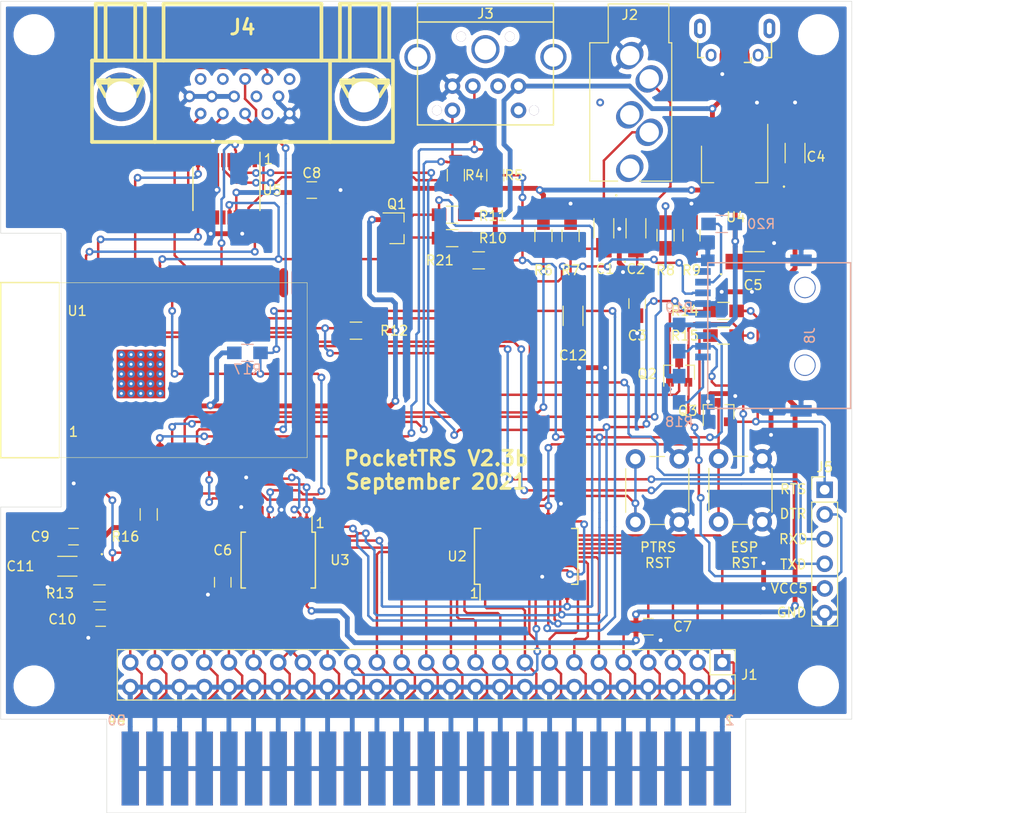
<source format=kicad_pcb>
(kicad_pcb (version 20171130) (host pcbnew "(5.1.5)-3")
  (layers (0 F.Cu signal) (31 B.Cu signal) (34 B.Paste user) (35 F.Paste user) (36 B.SilkS user) (37 F.SilkS user) (38 B.Mask user) (39 F.Mask user) (44 Edge.Cuts user))
  (net 0 "")
  (net 1 CASS_IN)
  (net 2 "Net-(C2-Pad2)")
  (net 3 GND)
  (net 4 +5V)
  (net 5 +3V3)
  (net 6 IOREQ_N)
  (net 7 M1_N)
  (net 8 EXTIOSEL_N)
  (net 9 IOWAIT_N)
  (net 10 IOINT_N)
  (net 11 RESET_N)
  (net 12 OUT_N)
  (net 13 IN_N)
  (net 14 A7)
  (net 15 A6)
  (net 16 A5)
  (net 17 A4)
  (net 18 A3)
  (net 19 A2)
  (net 20 A1)
  (net 21 A0)
  (net 22 D7)
  (net 23 D6)
  (net 24 D5)
  (net 25 D4)
  (net 26 D3)
  (net 27 D2)
  (net 28 D1)
  (net 29 D0)
  (net 30 PS2_DATA)
  (net 31 PS2_CLK)
  (net 32 VGA_HSYNC)
  (net 33 VGA_VSYNC)
  (net 34 RXD0)
  (net 35 TXD0)
  (net 36 ESP_RESET)
  (net 37 I00)
  (net 38 PTRS_RESET)
  (net 39 ESP_MISO)
  (net 40 MISO)
  (net 41 VGA_RED)
  (net 42 VGA_GREEN)
  (net 43 VGA_BLUE)
  (net 44 CASS_OUT)
  (net 45 MOSI)
  (net 46 SCK)
  (net 47 ESP_INT_N)
  (net 48 POT_VGA_BLUE)
  (net 49 POT_VGA_GREEN)
  (net 50 POT_VGA_RED)
  (net 51 "Net-(J5-Pad2)")
  (net 52 "Net-(J5-Pad1)")
  (net 53 CS43x1)
  (net 54 "Net-(Q2-Pad1)")
  (net 55 "Net-(Q3-Pad1)")
  (net 56 "Net-(J3-Pad6)")
  (net 57 "Net-(C1-Pad1)")
  (net 58 "Net-(C2-Pad1)")
  (net 59 "Net-(J1-Pad45)")
  (net 60 "Net-(J3-Pad2)")
  (net 61 "Net-(J4-Pad4)")
  (net 62 "Net-(J4-Pad9)")
  (net 63 "Net-(J4-Pad11)")
  (net 64 "Net-(J4-Pad12)")
  (net 65 "Net-(J4-Pad15)")
  (net 66 "Net-(J6-Pad2)")
  (net 67 "Net-(J6-Pad3)")
  (net 68 "Net-(J6-Pad4)")
  (net 69 "Net-(J7-Pad45)")
  (net 70 "Net-(U1-Pad38)")
  (net 71 "Net-(U1-Pad32)")
  (net 72 "Net-(U1-Pad28)")
  (net 73 "Net-(U1-Pad27)")
  (net 74 "Net-(U1-Pad24)")
  (net 75 "Net-(U1-Pad22)")
  (net 76 "Net-(U1-Pad21)")
  (net 77 "Net-(U1-Pad20)")
  (net 78 "Net-(U1-Pad19)")
  (net 79 "Net-(U1-Pad18)")
  (net 80 "Net-(U1-Pad17)")
  (net 81 "Net-(U1-Pad14)")
  (net 82 "Net-(U1-Pad6)")
  (net 83 "Net-(U1-Pad5)")
  (net 84 "Net-(U2-Pad20)")
  (net 85 "Net-(U2-Pad19)")
  (net 86 "Net-(U3-Pad11)")
  (net 87 "Net-(U3-Pad10)")
  (net 88 "Net-(U5-Pad15)")
  (net 89 "Net-(U5-Pad14)")
  (net 90 "Net-(U5-Pad3)")
  (net 91 "Net-(U5-Pad2)")
  (net 92 "Net-(U5-Pad1)")
  (net 93 "Net-(J8-Pad1)")
  (net 94 CS_SD)
  (net 95 "Net-(J8-Pad8)")
  (net 96 "Net-(J8-Pad9)")
  (net 97 CS_EXPAND)
  (module PocketTRS_Connectors.pretty:USBmicro-B (layer F.Cu) (at 240.665 64.77 180)
    (fp_text reference J6)
    (fp_text value USB_B_Micro)
    (pad "" thru_hole oval (at 2.425 -2.75 180) (size 1.1 1.3) (drill oval 0.6 0.8) (layers *.Cu *.Mask))
    (pad "" thru_hole oval (at -2.425 -2.75 180) (size 1.1 1.3) (drill oval 0.6 0.8) (layers *.Cu *.Mask))
    (pad 5 smd rect (at 1.3 -3.2512 180) (size 0.4 2.5) (layers F.Cu F.Paste F.Mask) (net 3 GND))
    (pad 4 smd rect (at 0.65 -2.675 180) (size 0.4 1.35) (layers F.Cu F.Paste F.Mask) (net 68 "Net-(J6-Pad4)"))
    (pad 3 smd rect (at 0 -2.675 180) (size 0.4 1.35) (layers F.Cu F.Paste F.Mask) (net 67 "Net-(J6-Pad3)"))
    (pad 2 smd rect (at -0.65 -2.675 180) (size 0.4 1.35) (layers F.Cu F.Paste F.Mask) (net 66 "Net-(J6-Pad2)"))
    (pad 1 smd rect (at -1.3 -3.2512 180) (size 0.4 2.5) (layers F.Cu F.Paste F.Mask) (net 4 +5V))
    (pad "" thru_hole oval (at 3.575 0 180) (size 1.2 2) (drill oval 0.5 1.2) (layers *.Cu *.Mask F.Paste))
    (pad "" smd rect (at 0 0 180) (size 2 2) (layers F.Cu F.Paste F.Mask))
    (pad "" thru_hole oval (at -3.575 0 180) (size 1.2 2) (drill oval 0.5 1.2) (layers *.Cu *.Mask F.Paste))
  )
  (module PocketTRS_Connectors.pretty:EDGE50 (layer F.Cu) (at 200.66 140.97)
    (fp_text reference J7 hide)
    (fp_text value "TRS-80 Edge Connector")
    (pad 50 connect rect (at -22.225 0 180) (size 1.778 7.62) (layers B.Cu B.Mask) (net 3 GND))
    (pad 48 connect rect (at -19.685 0 180) (size 1.778 7.62) (layers B.Cu B.Mask) (net 3 GND))
    (pad 46 connect rect (at -17.145 0 180) (size 1.778 7.62) (layers B.Cu B.Mask) (net 3 GND))
    (pad 44 connect rect (at -14.605 0 180) (size 1.778 7.62) (layers B.Cu B.Mask) (net 3 GND))
    (pad 42 connect rect (at -12.065 0 180) (size 1.778 7.62) (layers B.Cu B.Mask) (net 3 GND))
    (pad 40 connect rect (at -9.525 0 180) (size 1.778 7.62) (layers B.Cu B.Mask) (net 3 GND))
    (pad 38 connect rect (at -6.985 0 180) (size 1.778 7.62) (layers B.Cu B.Mask) (net 3 GND))
    (pad 36 connect rect (at -4.445 0 180) (size 1.778 7.62) (layers B.Cu B.Mask) (net 3 GND))
    (pad 34 connect rect (at -1.905 0 180) (size 1.778 7.62) (layers B.Cu B.Mask) (net 3 GND))
    (pad 32 connect rect (at 0.635 0 180) (size 1.778 7.62) (layers B.Cu B.Mask) (net 3 GND))
    (pad 30 connect rect (at 3.175 0 180) (size 1.778 7.62) (layers B.Cu B.Mask) (net 3 GND))
    (pad 28 connect rect (at 5.715 0 180) (size 1.778 7.62) (layers B.Cu B.Mask) (net 3 GND))
    (pad 26 connect rect (at 8.255 0 180) (size 1.778 7.62) (layers B.Cu B.Mask) (net 3 GND))
    (pad 24 connect rect (at 10.795 0 180) (size 1.778 7.62) (layers B.Cu B.Mask) (net 3 GND))
    (pad 22 connect rect (at 13.335 0 180) (size 1.778 7.62) (layers B.Cu B.Mask) (net 3 GND))
    (pad 20 connect rect (at 15.875 0 180) (size 1.778 7.62) (layers B.Cu B.Mask) (net 3 GND))
    (pad 18 connect rect (at 18.415 0 180) (size 1.778 7.62) (layers B.Cu B.Mask) (net 3 GND))
    (pad 16 connect rect (at 20.955 0 180) (size 1.778 7.62) (layers B.Cu B.Mask) (net 3 GND))
    (pad 14 connect rect (at 23.495 0 180) (size 1.778 7.62) (layers B.Cu B.Mask) (net 3 GND))
    (pad 12 connect rect (at 26.035 0 180) (size 1.778 7.62) (layers B.Cu B.Mask) (net 3 GND))
    (pad 10 connect rect (at 28.575 0 180) (size 1.778 7.62) (layers B.Cu B.Mask) (net 3 GND))
    (pad 8 connect rect (at 31.115 0 180) (size 1.778 7.62) (layers B.Cu B.Mask) (net 3 GND))
    (pad 6 connect rect (at 33.655 0 180) (size 1.778 7.62) (layers B.Cu B.Mask) (net 3 GND))
    (pad 4 connect rect (at 36.195 0 180) (size 1.778 7.62) (layers B.Cu B.Mask) (net 3 GND))
    (pad 2 connect rect (at 38.735 0 180) (size 1.778 7.62) (layers B.Cu B.Mask) (net 3 GND))
    (pad 49 connect rect (at -22.225 0 180) (size 1.778 7.62) (layers F.Cu F.Mask) (net 6 IOREQ_N))
    (pad 47 connect rect (at -19.685 0 180) (size 1.778 7.62) (layers F.Cu F.Mask) (net 7 M1_N))
    (pad 45 connect rect (at -17.145 0 180) (size 1.778 7.62) (layers F.Cu F.Mask) (net 69 "Net-(J7-Pad45)"))
    (pad 43 connect rect (at -14.605 0 180) (size 1.778 7.62) (layers F.Cu F.Mask) (net 8 EXTIOSEL_N))
    (pad 41 connect rect (at -12.065 0 180) (size 1.778 7.62) (layers F.Cu F.Mask) (net 9 IOWAIT_N))
    (pad 39 connect rect (at -9.525 0 180) (size 1.778 7.62) (layers F.Cu F.Mask) (net 10 IOINT_N))
    (pad 37 connect rect (at -6.985 0 180) (size 1.778 7.62) (layers F.Cu F.Mask) (net 11 RESET_N))
    (pad 35 connect rect (at -4.445 0 180) (size 1.778 7.62) (layers F.Cu F.Mask) (net 12 OUT_N))
    (pad 33 connect rect (at -1.905 0 180) (size 1.778 7.62) (layers F.Cu F.Mask) (net 13 IN_N))
    (pad 31 connect rect (at 0.635 0 180) (size 1.778 7.62) (layers F.Cu F.Mask) (net 14 A7))
    (pad 29 connect rect (at 3.175 0 180) (size 1.778 7.62) (layers F.Cu F.Mask) (net 15 A6))
    (pad 27 connect rect (at 5.715 0 180) (size 1.778 7.62) (layers F.Cu F.Mask) (net 16 A5))
    (pad 25 connect rect (at 8.255 0 180) (size 1.778 7.62) (layers F.Cu F.Mask) (net 17 A4))
    (pad 23 connect rect (at 10.795 0 180) (size 1.778 7.62) (layers F.Cu F.Mask) (net 18 A3))
    (pad 21 connect rect (at 13.335 0 180) (size 1.778 7.62) (layers F.Cu F.Mask) (net 19 A2))
    (pad 19 connect rect (at 15.875 0 180) (size 1.778 7.62) (layers F.Cu F.Mask) (net 20 A1))
    (pad 17 connect rect (at 18.415 0 180) (size 1.778 7.62) (layers F.Cu F.Mask) (net 21 A0))
    (pad 15 connect rect (at 20.955 0 180) (size 1.778 7.62) (layers F.Cu F.Mask) (net 22 D7))
    (pad 13 connect rect (at 23.495 0 180) (size 1.778 7.62) (layers F.Cu F.Mask) (net 23 D6))
    (pad 11 connect rect (at 26.035 0 180) (size 1.778 7.62) (layers F.Cu F.Mask) (net 24 D5))
    (pad 9 connect rect (at 28.575 0 180) (size 1.778 7.62) (layers F.Cu F.Mask) (net 25 D4))
    (pad 7 connect rect (at 31.115 0 180) (size 1.778 7.62) (layers F.Cu F.Mask) (net 26 D3))
    (pad 5 connect rect (at 33.655 0 180) (size 1.778 7.62) (layers F.Cu F.Mask) (net 27 D2))
    (pad 3 connect rect (at 36.195 0 180) (size 1.778 7.62) (layers F.Cu F.Mask) (net 28 D1))
    (pad 1 connect rect (at 38.735 0 180) (size 1.778 7.62) (layers F.Cu F.Mask) (net 29 D0))
  )
  (module Mounting_Holes:MountingHole_2.2mm_M2 (layer B.Cu) (at 247.904 91.44)
    (fp_text reference REF** hide)
    (fp_text value MountingHole_2.2mm_M2)
    (pad "" np_thru_hole circle (at 0 0) (size 2.2 2.2) (drill 2) (layers *.Cu *.Mask))
  )
  (module Mounting_Holes:MountingHole_2.2mm_M2 (layer B.Cu) (at 247.904 99.441)
    (fp_text reference REF** hide)
    (fp_text value MountingHole_2.2mm_M2)
    (pad "" np_thru_hole circle (at 0 0) (size 2.2 2.2) (drill 2) (layers *.Cu *.Mask))
  )
  (module Mounting_Holes:MountingHole_3.2mm_M3 (layer F.Cu) (at 249.301 132.461)
    (fp_text reference REF** hide)
    (fp_text value MountingHole_3.2mm_M3)
    (pad 1 np_thru_hole circle (at 0 0) (size 3.2 3.2) (drill 3.2) (layers *.Cu *.Mask))
  )
  (module Mounting_Holes:MountingHole_3.2mm_M3 (layer F.Cu) (at 168.529 132.461)
    (fp_text reference REF** hide)
    (fp_text value MountingHole_3.2mm_M3)
    (pad 1 np_thru_hole circle (at 0 0) (size 3.2 3.2) (drill 3.2) (layers *.Cu *.Mask))
  )
  (module Mounting_Holes:MountingHole_3.2mm_M3 (layer F.Cu) (at 249.301 65.405)
    (fp_text reference REF** hide)
    (fp_text value MountingHole_3.2mm_M3)
    (pad 1 np_thru_hole circle (at 0 0) (size 3.2 3.2) (drill 3.2) (layers *.Cu *.Mask))
  )
  (module Mounting_Holes:MountingHole_3.2mm_M3 (layer F.Cu) (at 168.529 65.405)
    (fp_text reference REF** hide)
    (fp_text value MountingHole_3.2mm_M3)
    (pad 1 np_thru_hole circle (at 0 0) (size 3.2 3.2) (drill 3.2) (layers *.Cu *.Mask))
  )
  (module Pin_Headers:Pin_Header_Straight_2x25_Pitch2.54mm (layer F.Cu) (at 239.395 130.048 270)
    (fp_text reference J1 (at 1.27 -2.794 180) (layer F.SilkS))
    (fp_text value "TRS-80 Pin Header")
    (pad 50 thru_hole oval (at 2.54 60.96 270) (size 1.7 1.7) (drill 1) (layers *.Cu *.Mask) (net 3 GND))
    (pad 49 thru_hole oval (at 0 60.96 270) (size 1.7 1.7) (drill 1) (layers *.Cu *.Mask) (net 6 IOREQ_N))
    (pad 48 thru_hole oval (at 2.54 58.42 270) (size 1.7 1.7) (drill 1) (layers *.Cu *.Mask) (net 3 GND))
    (pad 47 thru_hole oval (at 0 58.42 270) (size 1.7 1.7) (drill 1) (layers *.Cu *.Mask) (net 7 M1_N))
    (pad 46 thru_hole oval (at 2.54 55.88 270) (size 1.7 1.7) (drill 1) (layers *.Cu *.Mask) (net 3 GND))
    (pad 45 thru_hole oval (at 0 55.88 270) (size 1.7 1.7) (drill 1) (layers *.Cu *.Mask) (net 59 "Net-(J1-Pad45)"))
    (pad 44 thru_hole oval (at 2.54 53.34 270) (size 1.7 1.7) (drill 1) (layers *.Cu *.Mask) (net 3 GND))
    (pad 43 thru_hole oval (at 0 53.34 270) (size 1.7 1.7) (drill 1) (layers *.Cu *.Mask) (net 8 EXTIOSEL_N))
    (pad 42 thru_hole oval (at 2.54 50.8 270) (size 1.7 1.7) (drill 1) (layers *.Cu *.Mask) (net 3 GND))
    (pad 41 thru_hole oval (at 0 50.8 270) (size 1.7 1.7) (drill 1) (layers *.Cu *.Mask) (net 9 IOWAIT_N))
    (pad 40 thru_hole oval (at 2.54 48.26 270) (size 1.7 1.7) (drill 1) (layers *.Cu *.Mask) (net 3 GND))
    (pad 39 thru_hole oval (at 0 48.26 270) (size 1.7 1.7) (drill 1) (layers *.Cu *.Mask) (net 10 IOINT_N))
    (pad 38 thru_hole oval (at 2.54 45.72 270) (size 1.7 1.7) (drill 1) (layers *.Cu *.Mask) (net 3 GND))
    (pad 37 thru_hole oval (at 0 45.72 270) (size 1.7 1.7) (drill 1) (layers *.Cu *.Mask) (net 11 RESET_N))
    (pad 36 thru_hole oval (at 2.54 43.18 270) (size 1.7 1.7) (drill 1) (layers *.Cu *.Mask) (net 3 GND))
    (pad 35 thru_hole oval (at 0 43.18 270) (size 1.7 1.7) (drill 1) (layers *.Cu *.Mask) (net 12 OUT_N))
    (pad 34 thru_hole oval (at 2.54 40.64 270) (size 1.7 1.7) (drill 1) (layers *.Cu *.Mask) (net 3 GND))
    (pad 33 thru_hole oval (at 0 40.64 270) (size 1.7 1.7) (drill 1) (layers *.Cu *.Mask) (net 13 IN_N))
    (pad 32 thru_hole oval (at 2.54 38.1 270) (size 1.7 1.7) (drill 1) (layers *.Cu *.Mask) (net 3 GND))
    (pad 31 thru_hole oval (at 0 38.1 270) (size 1.7 1.7) (drill 1) (layers *.Cu *.Mask) (net 14 A7))
    (pad 30 thru_hole oval (at 2.54 35.56 270) (size 1.7 1.7) (drill 1) (layers *.Cu *.Mask) (net 3 GND))
    (pad 29 thru_hole oval (at 0 35.56 270) (size 1.7 1.7) (drill 1) (layers *.Cu *.Mask) (net 15 A6))
    (pad 28 thru_hole oval (at 2.54 33.02 270) (size 1.7 1.7) (drill 1) (layers *.Cu *.Mask) (net 3 GND))
    (pad 27 thru_hole oval (at 0 33.02 270) (size 1.7 1.7) (drill 1) (layers *.Cu *.Mask) (net 16 A5))
    (pad 26 thru_hole oval (at 2.54 30.48 270) (size 1.7 1.7) (drill 1) (layers *.Cu *.Mask) (net 3 GND))
    (pad 25 thru_hole oval (at 0 30.48 270) (size 1.7 1.7) (drill 1) (layers *.Cu *.Mask) (net 17 A4))
    (pad 24 thru_hole oval (at 2.54 27.94 270) (size 1.7 1.7) (drill 1) (layers *.Cu *.Mask) (net 3 GND))
    (pad 23 thru_hole oval (at 0 27.94 270) (size 1.7 1.7) (drill 1) (layers *.Cu *.Mask) (net 18 A3))
    (pad 22 thru_hole oval (at 2.54 25.4 270) (size 1.7 1.7) (drill 1) (layers *.Cu *.Mask) (net 3 GND))
    (pad 21 thru_hole oval (at 0 25.4 270) (size 1.7 1.7) (drill 1) (layers *.Cu *.Mask) (net 19 A2))
    (pad 20 thru_hole oval (at 2.54 22.86 270) (size 1.7 1.7) (drill 1) (layers *.Cu *.Mask) (net 3 GND))
    (pad 19 thru_hole oval (at 0 22.86 270) (size 1.7 1.7) (drill 1) (layers *.Cu *.Mask) (net 20 A1))
    (pad 18 thru_hole oval (at 2.54 20.32 270) (size 1.7 1.7) (drill 1) (layers *.Cu *.Mask) (net 3 GND))
    (pad 17 thru_hole oval (at 0 20.32 270) (size 1.7 1.7) (drill 1) (layers *.Cu *.Mask) (net 21 A0))
    (pad 16 thru_hole oval (at 2.54 17.78 270) (size 1.7 1.7) (drill 1) (layers *.Cu *.Mask) (net 3 GND))
    (pad 15 thru_hole oval (at 0 17.78 270) (size 1.7 1.7) (drill 1) (layers *.Cu *.Mask) (net 22 D7))
    (pad 14 thru_hole oval (at 2.54 15.24 270) (size 1.7 1.7) (drill 1) (layers *.Cu *.Mask) (net 3 GND))
    (pad 13 thru_hole oval (at 0 15.24 270) (size 1.7 1.7) (drill 1) (layers *.Cu *.Mask) (net 23 D6))
    (pad 12 thru_hole oval (at 2.54 12.7 270) (size 1.7 1.7) (drill 1) (layers *.Cu *.Mask) (net 3 GND))
    (pad 11 thru_hole oval (at 0 12.7 270) (size 1.7 1.7) (drill 1) (layers *.Cu *.Mask) (net 24 D5))
    (pad 10 thru_hole oval (at 2.54 10.16 270) (size 1.7 1.7) (drill 1) (layers *.Cu *.Mask) (net 3 GND))
    (pad 9 thru_hole oval (at 0 10.16 270) (size 1.7 1.7) (drill 1) (layers *.Cu *.Mask) (net 25 D4))
    (pad 8 thru_hole oval (at 2.54 7.62 270) (size 1.7 1.7) (drill 1) (layers *.Cu *.Mask) (net 3 GND))
    (pad 7 thru_hole oval (at 0 7.62 270) (size 1.7 1.7) (drill 1) (layers *.Cu *.Mask) (net 26 D3))
    (pad 6 thru_hole oval (at 2.54 5.08 270) (size 1.7 1.7) (drill 1) (layers *.Cu *.Mask) (net 3 GND))
    (pad 5 thru_hole oval (at 0 5.08 270) (size 1.7 1.7) (drill 1) (layers *.Cu *.Mask) (net 27 D2))
    (pad 4 thru_hole oval (at 2.54 2.54 270) (size 1.7 1.7) (drill 1) (layers *.Cu *.Mask) (net 3 GND))
    (pad 3 thru_hole oval (at 0 2.54 270) (size 1.7 1.7) (drill 1) (layers *.Cu *.Mask) (net 28 D1))
    (pad 2 thru_hole oval (at 2.54 0 270) (size 1.7 1.7) (drill 1) (layers *.Cu *.Mask) (net 3 GND))
    (pad 1 thru_hole rect (at 0 0 270) (size 1.7 1.7) (drill 1) (layers *.Cu *.Mask) (net 29 D0))
  )
  (module esp32-wrover.pretty:ESP32-WROVER (layer F.Cu) (at 171.704 99.949 90)
    (fp_text reference U1 (at 6.096 1.27 180) (layer F.SilkS))
    (fp_text value ESP32-WROVER-B hide)
    (pad 39 thru_hole circle (at 1.6 5.82 90) (size 0.8 0.8) (drill 0.3) (layers *.Cu *.Mask))
    (pad 39 thru_hole circle (at 1.6 6.82 90) (size 0.8 0.8) (drill 0.3) (layers *.Cu *.Mask))
    (pad 39 thru_hole circle (at 1.6 7.82 90) (size 0.8 0.8) (drill 0.3) (layers *.Cu *.Mask))
    (pad 39 thru_hole circle (at 1.6 8.82 90) (size 0.8 0.8) (drill 0.3) (layers *.Cu *.Mask))
    (pad 39 thru_hole circle (at 1.6 9.82 90) (size 0.8 0.8) (drill 0.3) (layers *.Cu *.Mask))
    (pad 39 thru_hole circle (at -0.4 5.82 90) (size 0.8 0.8) (drill 0.3) (layers *.Cu *.Mask))
    (pad 39 thru_hole circle (at -0.4 6.82 90) (size 0.8 0.8) (drill 0.3) (layers *.Cu *.Mask))
    (pad 39 thru_hole circle (at -0.4 7.82 90) (size 0.8 0.8) (drill 0.3) (layers *.Cu *.Mask))
    (pad 39 thru_hole circle (at -0.4 8.82 90) (size 0.8 0.8) (drill 0.3) (layers *.Cu *.Mask))
    (pad 39 thru_hole circle (at -0.4 9.82 90) (size 0.8 0.8) (drill 0.3) (layers *.Cu *.Mask))
    (pad 39 thru_hole circle (at 0.6 9.82 90) (size 0.8 0.8) (drill 0.3) (layers *.Cu *.Mask))
    (pad 39 thru_hole circle (at 0.6 8.82 90) (size 0.8 0.8) (drill 0.3) (layers *.Cu *.Mask))
    (pad 39 thru_hole circle (at 0.6 7.82 90) (size 0.8 0.8) (drill 0.3) (layers *.Cu *.Mask))
    (pad 39 thru_hole circle (at 0.6 6.82 90) (size 0.8 0.8) (drill 0.3) (layers *.Cu *.Mask))
    (pad 39 thru_hole circle (at 0.6 5.82 90) (size 0.8 0.8) (drill 0.3) (layers *.Cu *.Mask))
    (pad 39 thru_hole circle (at -1.4 5.82 90) (size 0.8 0.8) (drill 0.3) (layers *.Cu *.Mask))
    (pad 39 thru_hole circle (at -1.4 6.82 90) (size 0.8 0.8) (drill 0.3) (layers *.Cu *.Mask))
    (pad 39 thru_hole circle (at -1.4 7.82 90) (size 0.8 0.8) (drill 0.3) (layers *.Cu *.Mask))
    (pad 39 thru_hole circle (at -1.4 8.82 90) (size 0.8 0.8) (drill 0.3) (layers *.Cu *.Mask))
    (pad 39 thru_hole circle (at -1.4 9.82 90) (size 0.8 0.8) (drill 0.3) (layers *.Cu *.Mask))
    (pad 39 thru_hole circle (at -2.4 9.82 90) (size 0.8 0.8) (drill 0.3) (layers *.Cu *.Mask))
    (pad 39 thru_hole circle (at -2.4 8.82 90) (size 0.8 0.8) (drill 0.3) (layers *.Cu *.Mask))
    (pad 39 thru_hole circle (at -2.4 7.82 90) (size 0.8 0.8) (drill 0.3) (layers *.Cu *.Mask))
    (pad 39 thru_hole circle (at -2.4 6.82 90) (size 0.8 0.8) (drill 0.3) (layers *.Cu *.Mask))
    (pad 38 smd oval (at 9.03 0.91 90) (size 3 0.9) (layers F.Cu F.Paste F.Mask) (net 70 "Net-(U1-Pad38)"))
    (pad 37 smd oval (at 9.03 2.18 90) (size 3 0.9) (layers F.Cu F.Paste F.Mask) (net 43 VGA_BLUE))
    (pad 36 smd oval (at 9.03 3.45 90) (size 3 0.9) (layers F.Cu F.Paste F.Mask) (net 41 VGA_RED))
    (pad 35 smd oval (at 9.03 4.72 90) (size 3 0.9) (layers F.Cu F.Paste F.Mask) (net 35 TXD0))
    (pad 34 smd oval (at 9.03 5.99 90) (size 3 0.9) (layers F.Cu F.Paste F.Mask) (net 34 RXD0))
    (pad 33 smd oval (at 9.03 7.26 90) (size 3 0.9) (layers F.Cu F.Paste F.Mask) (net 42 VGA_GREEN))
    (pad 32 smd oval (at 9.03 8.53 90) (size 3 0.9) (layers F.Cu F.Paste F.Mask) (net 71 "Net-(U1-Pad32)"))
    (pad 31 smd oval (at 9.03 9.8 90) (size 3 0.9) (layers F.Cu F.Paste F.Mask) (net 39 ESP_MISO))
    (pad 30 smd oval (at 9.03 11.07 90) (size 3 0.9) (layers F.Cu F.Paste F.Mask) (net 97 CS_EXPAND))
    (pad 29 smd oval (at 9.03 12.34 90) (size 3 0.9) (layers F.Cu F.Paste F.Mask) (net 33 VGA_VSYNC))
    (pad 28 smd oval (at 9.03 13.61 90) (size 3 0.9) (layers F.Cu F.Paste F.Mask) (net 72 "Net-(U1-Pad28)"))
    (pad 27 smd oval (at 9.03 14.88 90) (size 3 0.9) (layers F.Cu F.Paste F.Mask) (net 73 "Net-(U1-Pad27)"))
    (pad 26 smd oval (at 9.03 16.15 90) (size 3 0.9) (layers F.Cu F.Paste F.Mask) (net 53 CS43x1))
    (pad 25 smd oval (at 9.03 17.42 90) (size 3 0.9) (layers F.Cu F.Paste F.Mask) (net 37 I00))
    (pad 24 smd oval (at 9 18.72 90) (size 3 0.9) (layers F.Cu F.Paste F.Mask) (net 74 "Net-(U1-Pad24)"))
    (pad 23 smd oval (at 9 19.99 90) (size 3 0.9) (layers F.Cu F.Paste F.Mask) (net 94 CS_SD))
    (pad 22 smd oval (at 9 21.26 90) (size 3 0.9) (layers F.Cu F.Paste F.Mask) (net 75 "Net-(U1-Pad22)"))
    (pad 21 smd oval (at 9 22.53 90) (size 3 0.9) (layers F.Cu F.Paste F.Mask) (net 76 "Net-(U1-Pad21)"))
    (pad 20 smd oval (at 9 23.8 90) (size 3 0.9) (layers F.Cu F.Paste F.Mask) (net 77 "Net-(U1-Pad20)"))
    (pad 19 smd oval (at -9 23.8 90) (size 3 0.9) (layers F.Cu F.Paste F.Mask) (net 78 "Net-(U1-Pad19)"))
    (pad 18 smd oval (at -9 22.53 90) (size 3 0.9) (layers F.Cu F.Paste F.Mask) (net 79 "Net-(U1-Pad18)"))
    (pad 17 smd oval (at -9 21.26 90) (size 3 0.9) (layers F.Cu F.Paste F.Mask) (net 80 "Net-(U1-Pad17)"))
    (pad 16 smd oval (at -9 19.99 90) (size 3 0.9) (layers F.Cu F.Paste F.Mask) (net 45 MOSI))
    (pad 15 smd oval (at -9 18.72 90) (size 3 0.9) (layers F.Cu F.Paste F.Mask) (net 3 GND))
    (pad 14 smd oval (at -9 17.42 90) (size 3 0.9) (layers F.Cu F.Paste F.Mask) (net 81 "Net-(U1-Pad14)"))
    (pad 13 smd oval (at -9 16.15 90) (size 3 0.9) (layers F.Cu F.Paste F.Mask) (net 46 SCK))
    (pad 12 smd oval (at -9 14.88 90) (size 3 0.9) (layers F.Cu F.Paste F.Mask) (net 47 ESP_INT_N))
    (pad 11 smd oval (at -9 13.61 90) (size 3 0.9) (layers F.Cu F.Paste F.Mask) (net 32 VGA_HSYNC))
    (pad 10 smd oval (at -9 12.34 90) (size 3 0.9) (layers F.Cu F.Paste F.Mask) (net 44 CASS_OUT))
    (pad 9 smd oval (at -9 11.07 90) (size 3 0.9) (layers F.Cu F.Paste F.Mask) (net 31 PS2_CLK))
    (pad 8 smd oval (at -9 9.8 90) (size 3 0.9) (layers F.Cu F.Paste F.Mask) (net 30 PS2_DATA))
    (pad 7 smd oval (at -9 8.53 90) (size 3 0.9) (layers F.Cu F.Paste F.Mask) (net 38 PTRS_RESET))
    (pad 6 smd oval (at -9 7.26 90) (size 3 0.9) (layers F.Cu F.Paste F.Mask) (net 82 "Net-(U1-Pad6)"))
    (pad 5 smd oval (at -9 5.99 90) (size 3 0.9) (layers F.Cu F.Paste F.Mask) (net 83 "Net-(U1-Pad5)"))
    (pad 4 smd oval (at -9 4.72 90) (size 3 0.9) (layers F.Cu F.Paste F.Mask) (net 1 CASS_IN))
    (pad 3 smd oval (at -9 3.45 90) (size 3 0.9) (layers F.Cu F.Paste F.Mask) (net 36 ESP_RESET))
    (pad 2 smd oval (at -9 2.18 90) (size 3 0.9) (layers F.Cu F.Paste F.Mask) (net 5 +3V3))
    (pad 1 smd oval (at -9 0.91 90) (size 3 0.9) (layers F.Cu F.Paste F.Mask) (net 3 GND))
    (pad 39 smd rect (at -0.4 7.83 90) (size 5 5) (layers F.Cu F.Paste F.Mask))
    (pad 39 thru_hole circle (at -2.4 5.82 90) (size 0.8 0.8) (drill 0.3) (layers *.Cu *.Mask))
  )
  (module Pin_Headers:Pin_Header_Straight_1x06_Pitch2.54mm (layer F.Cu) (at 249.936 112.268)
    (fp_text reference J5 (at 0 -2.33) (layer F.SilkS))
    (fp_text value Programmer)
    (pad 6 thru_hole oval (at 0 12.7) (size 1.7 1.7) (drill 1) (layers *.Cu *.Mask) (net 3 GND))
    (pad 5 thru_hole oval (at 0 10.16) (size 1.7 1.7) (drill 1) (layers *.Cu *.Mask) (net 4 +5V))
    (pad 4 thru_hole oval (at 0 7.62) (size 1.7 1.7) (drill 1) (layers *.Cu *.Mask) (net 34 RXD0))
    (pad 3 thru_hole oval (at 0 5.08) (size 1.7 1.7) (drill 1) (layers *.Cu *.Mask) (net 35 TXD0))
    (pad 2 thru_hole oval (at 0 2.54) (size 1.7 1.7) (drill 1) (layers *.Cu *.Mask) (net 51 "Net-(J5-Pad2)"))
    (pad 1 thru_hole rect (at 0 0) (size 1.7 1.7) (drill 1) (layers *.Cu *.Mask) (net 52 "Net-(J5-Pad1)"))
  )
  (module TO_SOT_Packages_SMD:SOT-223-3_TabPin2 (layer F.Cu) (at 240.665 78.74 270)
    (fp_text reference U4 (at 5.461 -0.127 180) (layer F.SilkS))
    (fp_text value AMS1117-3.3)
    (pad 1 smd rect (at -3.15 -2.3 270) (size 2 1.5) (layers F.Cu F.Paste F.Mask) (net 3 GND))
    (pad 3 smd rect (at -3.15 2.3 270) (size 2 1.5) (layers F.Cu F.Paste F.Mask) (net 4 +5V))
    (pad 2 smd rect (at -3.15 0 270) (size 2 1.5) (layers F.Cu F.Paste F.Mask) (net 5 +3V3))
    (pad 2 smd rect (at 3.15 0 270) (size 2 3.8) (layers F.Cu F.Paste F.Mask) (net 5 +3V3))
  )
  (module Capacitors_SMD:C_0805_HandSoldering (layer F.Cu) (at 230.632 93.091 270)
    (fp_text reference C3 (at 3.302 0 180) (layer F.SilkS))
    (fp_text value 100N)
    (pad 1 smd rect (at -1.25 0 270) (size 1.5 1.25) (layers F.Cu F.Paste F.Mask) (net 2 "Net-(C2-Pad2)"))
    (pad 2 smd rect (at 1.25 0 270) (size 1.5 1.25) (layers F.Cu F.Paste F.Mask) (net 3 GND))
  )
  (module Capacitors_SMD:C_1206_HandSoldering (layer F.Cu) (at 246.888 77.597 90)
    (fp_text reference C4 (at -0.381 2.159 180) (layer F.SilkS))
    (fp_text value 100U)
    (pad 1 smd rect (at -2 0 90) (size 2 1.6) (layers F.Cu F.Paste F.Mask) (net 4 +5V))
    (pad 2 smd rect (at 2 0 90) (size 2 1.6) (layers F.Cu F.Paste F.Mask) (net 3 GND))
  )
  (module Capacitors_SMD:C_1206_HandSoldering (layer F.Cu) (at 242.729 88.773)
    (fp_text reference C5 (at -0.159 2.413) (layer F.SilkS))
    (fp_text value 100U)
    (pad 2 smd rect (at 2 0) (size 2 1.6) (layers F.Cu F.Paste F.Mask) (net 3 GND))
    (pad 1 smd rect (at -2 0) (size 2 1.6) (layers F.Cu F.Paste F.Mask) (net 5 +3V3))
  )
  (module Capacitors_SMD:C_0805_HandSoldering (layer F.Cu) (at 187.96 121.793 270)
    (fp_text reference C6 (at -3.302 0 180) (layer F.SilkS))
    (fp_text value 100N)
    (pad 1 smd rect (at -1.25 0 270) (size 1.5 1.25) (layers F.Cu F.Paste F.Mask) (net 4 +5V))
    (pad 2 smd rect (at 1.25 0 270) (size 1.5 1.25) (layers F.Cu F.Paste F.Mask) (net 3 GND))
  )
  (module Capacitors_SMD:C_0805_HandSoldering (layer F.Cu) (at 231.775 126.365)
    (fp_text reference C7 (at 3.536 0) (layer F.SilkS))
    (fp_text value 100N)
    (pad 2 smd rect (at 1.25 0) (size 1.5 1.25) (layers F.Cu F.Paste F.Mask) (net 3 GND))
    (pad 1 smd rect (at -1.25 0) (size 1.5 1.25) (layers F.Cu F.Paste F.Mask) (net 4 +5V))
  )
  (module Capacitors_SMD:C_0805_HandSoldering (layer F.Cu) (at 197.124 81.407)
    (fp_text reference C8 (at 0 -1.75) (layer F.SilkS))
    (fp_text value 100N)
    (pad 1 smd rect (at -1.25 0) (size 1.5 1.25) (layers F.Cu F.Paste F.Mask) (net 5 +3V3))
    (pad 2 smd rect (at 1.25 0) (size 1.5 1.25) (layers F.Cu F.Paste F.Mask) (net 3 GND))
  )
  (module Capacitors_SMD:C_0805_HandSoldering (layer F.Cu) (at 172.593 117.094 180)
    (fp_text reference C9 (at 3.429 0) (layer F.SilkS))
    (fp_text value 100N)
    (pad 2 smd rect (at 1.25 0 180) (size 1.5 1.25) (layers F.Cu F.Paste F.Mask) (net 3 GND))
    (pad 1 smd rect (at -1.25 0 180) (size 1.5 1.25) (layers F.Cu F.Paste F.Mask) (net 5 +3V3))
  )
  (module Capacitors_SMD:C_0805_HandSoldering (layer F.Cu) (at 175.387 125.476 180)
    (fp_text reference C10 (at 3.937 -0.127) (layer F.SilkS))
    (fp_text value 100N)
    (pad 2 smd rect (at 1.25 0 180) (size 1.5 1.25) (layers F.Cu F.Paste F.Mask) (net 3 GND))
    (pad 1 smd rect (at -1.25 0 180) (size 1.5 1.25) (layers F.Cu F.Paste F.Mask) (net 36 ESP_RESET))
  )
  (module Resistors_SMD:R_0805_HandSoldering (layer F.Cu) (at 211.963 79.883 270)
    (fp_text reference R4 (at 0 -1.905 180) (layer F.SilkS))
    (fp_text value 2K)
    (pad 1 smd rect (at -1.35 0 270) (size 1.5 1.3) (layers F.Cu F.Paste F.Mask) (net 31 PS2_CLK))
    (pad 2 smd rect (at 1.35 0 270) (size 1.5 1.3) (layers F.Cu F.Paste F.Mask) (net 5 +3V3))
  )
  (module Resistors_SMD:R_0805_HandSoldering (layer F.Cu) (at 216.027 79.883 270)
    (fp_text reference R5 (at 0 -1.905 180) (layer F.SilkS))
    (fp_text value 2K)
    (pad 2 smd rect (at 1.35 0 270) (size 1.5 1.3) (layers F.Cu F.Paste F.Mask) (net 5 +3V3))
    (pad 1 smd rect (at -1.35 0 270) (size 1.5 1.3) (layers F.Cu F.Paste F.Mask) (net 30 PS2_DATA))
  )
  (module Resistors_SMD:R_0805_HandSoldering (layer F.Cu) (at 220.98 86.106 270)
    (fp_text reference R6 (at 3.556 0 180) (layer F.SilkS))
    (fp_text value 4K7)
    (pad 2 smd rect (at 1.35 0 270) (size 1.5 1.3) (layers F.Cu F.Paste F.Mask) (net 1 CASS_IN))
    (pad 1 smd rect (at -1.35 0 270) (size 1.5 1.3) (layers F.Cu F.Paste F.Mask) (net 5 +3V3))
  )
  (module Resistors_SMD:R_0805_HandSoldering (layer F.Cu) (at 223.774 86.106 90)
    (fp_text reference R7 (at -3.556 0 180) (layer F.SilkS))
    (fp_text value 4K7)
    (pad 1 smd rect (at -1.35 0 90) (size 1.5 1.3) (layers F.Cu F.Paste F.Mask) (net 1 CASS_IN))
    (pad 2 smd rect (at 1.35 0 90) (size 1.5 1.3) (layers F.Cu F.Paste F.Mask) (net 3 GND))
  )
  (module Resistors_SMD:R_0805_HandSoldering (layer F.Cu) (at 233.553 86.059 90)
    (fp_text reference R8 (at -3.603 0 180) (layer F.SilkS))
    (fp_text value 270R)
    (pad 1 smd rect (at -1.35 0 90) (size 1.5 1.3) (layers F.Cu F.Paste F.Mask) (net 2 "Net-(C2-Pad2)"))
    (pad 2 smd rect (at 1.303 0 90) (size 1.5 1.3) (layers F.Cu F.Paste F.Mask) (net 44 CASS_OUT))
  )
  (module Resistors_SMD:R_0805_HandSoldering (layer F.Cu) (at 236.22 86.059 90)
    (fp_text reference R9 (at -3.603 0 180) (layer F.SilkS))
    (fp_text value 150R)
    (pad 2 smd rect (at 1.35 0 90) (size 1.5 1.3) (layers F.Cu F.Paste F.Mask) (net 3 GND))
    (pad 1 smd rect (at -1.35 0 90) (size 1.5 1.3) (layers F.Cu F.Paste F.Mask) (net 2 "Net-(C2-Pad2)"))
  )
  (module Resistors_SMD:R_0805_HandSoldering (layer F.Cu) (at 211.582 86.36 180)
    (fp_text reference R10 (at -4.191 0) (layer F.SilkS))
    (fp_text value 10K)
    (pad 2 smd rect (at 1.35 0 180) (size 1.5 1.3) (layers F.Cu F.Paste F.Mask) (net 39 ESP_MISO))
    (pad 1 smd rect (at -1.35 0 180) (size 1.5 1.3) (layers F.Cu F.Paste F.Mask) (net 5 +3V3))
  )
  (module Resistors_SMD:R_0805_HandSoldering (layer F.Cu) (at 211.582 83.947 180)
    (fp_text reference R11 (at -4.191 -0.127) (layer F.SilkS))
    (fp_text value 10K)
    (pad 1 smd rect (at -1.35 0 180) (size 1.5 1.3) (layers F.Cu F.Paste F.Mask) (net 4 +5V))
    (pad 2 smd rect (at 1.35 0 180) (size 1.5 1.3) (layers F.Cu F.Paste F.Mask) (net 40 MISO))
  )
  (module Resistors_SMD:R_0805_HandSoldering (layer F.Cu) (at 201.676 95.885 180)
    (fp_text reference R12 (at -3.937 0) (layer F.SilkS))
    (fp_text value 4K7)
    (pad 2 smd rect (at 1.35 0 180) (size 1.5 1.3) (layers F.Cu F.Paste F.Mask) (net 37 I00))
    (pad 1 smd rect (at -1.35 0 180) (size 1.5 1.3) (layers F.Cu F.Paste F.Mask) (net 5 +3V3))
  )
  (module Resistors_SMD:R_0805_HandSoldering (layer F.Cu) (at 175.26 122.936)
    (fp_text reference R13 (at -4.064 0) (layer F.SilkS))
    (fp_text value 4K7)
    (pad 2 smd rect (at 1.35 0) (size 1.5 1.3) (layers F.Cu F.Paste F.Mask) (net 36 ESP_RESET))
    (pad 1 smd rect (at -1.35 0) (size 1.5 1.3) (layers F.Cu F.Paste F.Mask) (net 5 +3V3))
  )
  (module Resistors_SMD:R_0805_HandSoldering (layer F.Cu) (at 239.522 93.853)
    (fp_text reference R14 (at -3.984 0) (layer F.SilkS))
    (fp_text value 12K)
    (pad 1 smd rect (at -1.35 0) (size 1.5 1.3) (layers F.Cu F.Paste F.Mask) (net 54 "Net-(Q2-Pad1)"))
    (pad 2 smd rect (at 1.35 0) (size 1.5 1.3) (layers F.Cu F.Paste F.Mask) (net 52 "Net-(J5-Pad1)"))
  )
  (module Resistors_SMD:R_0805_HandSoldering (layer F.Cu) (at 239.522 96.393)
    (fp_text reference R15 (at -3.984 0) (layer F.SilkS))
    (fp_text value 12K)
    (pad 1 smd rect (at -1.35 0) (size 1.5 1.3) (layers F.Cu F.Paste F.Mask) (net 55 "Net-(Q3-Pad1)"))
    (pad 2 smd rect (at 1.35 0) (size 1.5 1.3) (layers F.Cu F.Paste F.Mask) (net 51 "Net-(J5-Pad2)"))
  )
  (module Resistors_SMD:R_0805_HandSoldering (layer F.Cu) (at 180.34 114.808 90)
    (fp_text reference R16 (at -2.286 -2.413 180) (layer F.SilkS))
    (fp_text value 4K7)
    (pad 2 smd rect (at 1.35 0 90) (size 1.5 1.3) (layers F.Cu F.Paste F.Mask) (net 38 PTRS_RESET))
    (pad 1 smd rect (at -1.35 0 90) (size 1.5 1.3) (layers F.Cu F.Paste F.Mask) (net 5 +3V3))
  )
  (module Housings_SSOP:SSOP-28_5.3x10.2mm_Pitch0.65mm (layer F.Cu) (at 219.202 119.126 90)
    (fp_text reference U2 (at 0 -7.112 180) (layer F.SilkS))
    (fp_text value MCP23S17_SP)
    (pad 28 smd rect (at 3.6 -4.225 90) (size 1.75 0.45) (layers F.Cu F.Paste F.Mask) (net 22 D7))
    (pad 27 smd rect (at 3.6 -3.575 90) (size 1.75 0.45) (layers F.Cu F.Paste F.Mask) (net 23 D6))
    (pad 26 smd rect (at 3.6 -2.925 90) (size 1.75 0.45) (layers F.Cu F.Paste F.Mask) (net 24 D5))
    (pad 25 smd rect (at 3.6 -2.275 90) (size 1.75 0.45) (layers F.Cu F.Paste F.Mask) (net 25 D4))
    (pad 24 smd rect (at 3.6 -1.625 90) (size 1.75 0.45) (layers F.Cu F.Paste F.Mask) (net 26 D3))
    (pad 23 smd rect (at 3.6 -0.975 90) (size 1.75 0.45) (layers F.Cu F.Paste F.Mask) (net 27 D2))
    (pad 22 smd rect (at 3.6 -0.325 90) (size 1.75 0.45) (layers F.Cu F.Paste F.Mask) (net 28 D1))
    (pad 21 smd rect (at 3.6 0.325 90) (size 1.75 0.45) (layers F.Cu F.Paste F.Mask) (net 29 D0))
    (pad 20 smd rect (at 3.6 0.975 90) (size 1.75 0.45) (layers F.Cu F.Paste F.Mask) (net 84 "Net-(U2-Pad20)"))
    (pad 19 smd rect (at 3.6 1.625 90) (size 1.75 0.45) (layers F.Cu F.Paste F.Mask) (net 85 "Net-(U2-Pad19)"))
    (pad 18 smd rect (at 3.6 2.275 90) (size 1.75 0.45) (layers F.Cu F.Paste F.Mask) (net 36 ESP_RESET))
    (pad 17 smd rect (at 3.6 2.925 90) (size 1.75 0.45) (layers F.Cu F.Paste F.Mask) (net 3 GND))
    (pad 16 smd rect (at 3.6 3.575 90) (size 1.75 0.45) (layers F.Cu F.Paste F.Mask) (net 3 GND))
    (pad 15 smd rect (at 3.6 4.225 90) (size 1.75 0.45) (layers F.Cu F.Paste F.Mask) (net 4 +5V))
    (pad 14 smd rect (at -3.6 4.225 90) (size 1.75 0.45) (layers F.Cu F.Paste F.Mask) (net 40 MISO))
    (pad 13 smd rect (at -3.6 3.575 90) (size 1.75 0.45) (layers F.Cu F.Paste F.Mask) (net 45 MOSI))
    (pad 12 smd rect (at -3.6 2.925 90) (size 1.75 0.45) (layers F.Cu F.Paste F.Mask) (net 46 SCK))
    (pad 11 smd rect (at -3.6 2.275 90) (size 1.75 0.45) (layers F.Cu F.Paste F.Mask) (net 97 CS_EXPAND))
    (pad 10 smd rect (at -3.6 1.625 90) (size 1.75 0.45) (layers F.Cu F.Paste F.Mask) (net 3 GND))
    (pad 9 smd rect (at -3.6 0.975 90) (size 1.75 0.45) (layers F.Cu F.Paste F.Mask) (net 4 +5V))
    (pad 8 smd rect (at -3.6 0.325 90) (size 1.75 0.45) (layers F.Cu F.Paste F.Mask) (net 14 A7))
    (pad 7 smd rect (at -3.6 -0.325 90) (size 1.75 0.45) (layers F.Cu F.Paste F.Mask) (net 15 A6))
    (pad 6 smd rect (at -3.6 -0.975 90) (size 1.75 0.45) (layers F.Cu F.Paste F.Mask) (net 16 A5))
    (pad 5 smd rect (at -3.6 -1.625 90) (size 1.75 0.45) (layers F.Cu F.Paste F.Mask) (net 17 A4))
    (pad 4 smd rect (at -3.6 -2.275 90) (size 1.75 0.45) (layers F.Cu F.Paste F.Mask) (net 18 A3))
    (pad 3 smd rect (at -3.6 -2.925 90) (size 1.75 0.45) (layers F.Cu F.Paste F.Mask) (net 19 A2))
    (pad 2 smd rect (at -3.6 -3.575 90) (size 1.75 0.45) (layers F.Cu F.Paste F.Mask) (net 20 A1))
    (pad 1 smd rect (at -3.6 -4.225 90) (size 1.75 0.45) (layers F.Cu F.Paste F.Mask) (net 21 A0))
  )
  (module Housings_SSOP:TSSOP-20_4.4x6.5mm_Pitch0.65mm (layer F.Cu) (at 188.341 81.28 270)
    (fp_text reference U5 (at 0.127 -4.699 180) (layer F.SilkS))
    (fp_text value MCP43x1)
    (pad 20 smd rect (at 2.95 -2.925 270) (size 1.45 0.45) (layers F.Cu F.Paste F.Mask) (net 43 VGA_BLUE))
    (pad 19 smd rect (at 2.95 -2.275 270) (size 1.45 0.45) (layers F.Cu F.Paste F.Mask) (net 48 POT_VGA_BLUE))
    (pad 18 smd rect (at 2.95 -1.625 270) (size 1.45 0.45) (layers F.Cu F.Paste F.Mask) (net 3 GND))
    (pad 17 smd rect (at 2.95 -0.975 270) (size 1.45 0.45) (layers F.Cu F.Paste F.Mask) (net 5 +3V3))
    (pad 16 smd rect (at 2.95 -0.325 270) (size 1.45 0.45) (layers F.Cu F.Paste F.Mask) (net 39 ESP_MISO))
    (pad 15 smd rect (at 2.95 0.325 270) (size 1.45 0.45) (layers F.Cu F.Paste F.Mask) (net 88 "Net-(U5-Pad15)"))
    (pad 14 smd rect (at 2.95 0.975 270) (size 1.45 0.45) (layers F.Cu F.Paste F.Mask) (net 89 "Net-(U5-Pad14)"))
    (pad 13 smd rect (at 2.95 1.625 270) (size 1.45 0.45) (layers F.Cu F.Paste F.Mask) (net 3 GND))
    (pad 12 smd rect (at 2.95 2.275 270) (size 1.45 0.45) (layers F.Cu F.Paste F.Mask) (net 50 POT_VGA_RED))
    (pad 11 smd rect (at 2.95 2.925 270) (size 1.45 0.45) (layers F.Cu F.Paste F.Mask) (net 41 VGA_RED))
    (pad 10 smd rect (at -2.95 2.925 270) (size 1.45 0.45) (layers F.Cu F.Paste F.Mask) (net 42 VGA_GREEN))
    (pad 9 smd rect (at -2.95 2.275 270) (size 1.45 0.45) (layers F.Cu F.Paste F.Mask) (net 49 POT_VGA_GREEN))
    (pad 8 smd rect (at -2.95 1.625 270) (size 1.45 0.45) (layers F.Cu F.Paste F.Mask) (net 3 GND))
    (pad 7 smd rect (at -2.95 0.975 270) (size 1.45 0.45) (layers F.Cu F.Paste F.Mask) (net 3 GND))
    (pad 6 smd rect (at -2.95 0.325 270) (size 1.45 0.45) (layers F.Cu F.Paste F.Mask) (net 45 MOSI))
    (pad 5 smd rect (at -2.95 -0.325 270) (size 1.45 0.45) (layers F.Cu F.Paste F.Mask) (net 46 SCK))
    (pad 4 smd rect (at -2.95 -0.975 270) (size 1.45 0.45) (layers F.Cu F.Paste F.Mask) (net 53 CS43x1))
    (pad 3 smd rect (at -2.95 -1.625 270) (size 1.45 0.45) (layers F.Cu F.Paste F.Mask) (net 90 "Net-(U5-Pad3)"))
    (pad 2 smd rect (at -2.95 -2.275 270) (size 1.45 0.45) (layers F.Cu F.Paste F.Mask) (net 91 "Net-(U5-Pad2)"))
    (pad 1 smd rect (at -2.95 -2.925 270) (size 1.45 0.45) (layers F.Cu F.Paste F.Mask) (net 92 "Net-(U5-Pad1)"))
  )
  (module TO_SOT_Packages_SMD:SOT-23 (layer F.Cu) (at 205.867 85.344)
    (fp_text reference Q1 (at 0 -2.5) (layer F.SilkS))
    (fp_text value BSS138)
    (pad 3 smd rect (at 1 0) (size 0.9 0.8) (layers F.Cu F.Paste F.Mask) (net 40 MISO))
    (pad 2 smd rect (at -1 0.95) (size 0.9 0.8) (layers F.Cu F.Paste F.Mask) (net 39 ESP_MISO))
    (pad 1 smd rect (at -1 -0.95) (size 0.9 0.8) (layers F.Cu F.Paste F.Mask) (net 5 +3V3))
  )
  (module TO_SOT_Packages_SMD:SOT-23 (layer F.Cu) (at 234.95 100.203 90)
    (fp_text reference Q2 (at -0.127 -3.302 180) (layer F.SilkS))
    (fp_text value MMBT3904)
    (pad 1 smd rect (at -1 -0.95 90) (size 0.9 0.8) (layers F.Cu F.Paste F.Mask) (net 54 "Net-(Q2-Pad1)"))
    (pad 2 smd rect (at -1 0.95 90) (size 0.9 0.8) (layers F.Cu F.Paste F.Mask) (net 51 "Net-(J5-Pad2)"))
    (pad 3 smd rect (at 1 0 90) (size 0.9 0.8) (layers F.Cu F.Paste F.Mask) (net 37 I00))
  )
  (module TO_SOT_Packages_SMD:SOT-23 (layer F.Cu) (at 239.014 104.267 90)
    (fp_text reference Q3 (at 0.127 -3.175 180) (layer F.SilkS))
    (fp_text value MMBT3904)
    (pad 3 smd rect (at 1 0 90) (size 0.9 0.8) (layers F.Cu F.Paste F.Mask) (net 36 ESP_RESET))
    (pad 2 smd rect (at -1 0.95 90) (size 0.9 0.8) (layers F.Cu F.Paste F.Mask) (net 52 "Net-(J5-Pad1)"))
    (pad 1 smd rect (at -1 -0.95 90) (size 0.9 0.8) (layers F.Cu F.Paste F.Mask) (net 55 "Net-(Q3-Pad1)"))
  )
  (module Housings_SSOP:SSOP-20_5.3x7.2mm_Pitch0.65mm (layer F.Cu) (at 193.675 119.507 270)
    (fp_text reference U3 (at 0 -6.35 180) (layer F.SilkS))
    (fp_text value MCP23S08T-E)
    (pad 20 smd rect (at 3.6 -2.925 270) (size 1.75 0.45) (layers F.Cu F.Paste F.Mask) (net 4 +5V))
    (pad 19 smd rect (at 3.6 -2.275 270) (size 1.75 0.45) (layers F.Cu F.Paste F.Mask) (net 13 IN_N))
    (pad 18 smd rect (at 3.6 -1.625 270) (size 1.75 0.45) (layers F.Cu F.Paste F.Mask) (net 12 OUT_N))
    (pad 17 smd rect (at 3.6 -0.975 270) (size 1.75 0.45) (layers F.Cu F.Paste F.Mask) (net 11 RESET_N))
    (pad 16 smd rect (at 3.6 -0.325 270) (size 1.75 0.45) (layers F.Cu F.Paste F.Mask) (net 10 IOINT_N))
    (pad 15 smd rect (at 3.6 0.325 270) (size 1.75 0.45) (layers F.Cu F.Paste F.Mask) (net 9 IOWAIT_N))
    (pad 14 smd rect (at 3.6 0.975 270) (size 1.75 0.45) (layers F.Cu F.Paste F.Mask) (net 8 EXTIOSEL_N))
    (pad 13 smd rect (at 3.6 1.625 270) (size 1.75 0.45) (layers F.Cu F.Paste F.Mask) (net 7 M1_N))
    (pad 12 smd rect (at 3.6 2.275 270) (size 1.75 0.45) (layers F.Cu F.Paste F.Mask) (net 6 IOREQ_N))
    (pad 11 smd rect (at 3.6 2.925 270) (size 1.75 0.45) (layers F.Cu F.Paste F.Mask) (net 86 "Net-(U3-Pad11)"))
    (pad 10 smd rect (at -3.6 2.925 270) (size 1.75 0.45) (layers F.Cu F.Paste F.Mask) (net 87 "Net-(U3-Pad10)"))
    (pad 9 smd rect (at -3.6 2.275 270) (size 1.75 0.45) (layers F.Cu F.Paste F.Mask) (net 3 GND))
    (pad 8 smd rect (at -3.6 1.625 270) (size 1.75 0.45) (layers F.Cu F.Paste F.Mask) (net 47 ESP_INT_N))
    (pad 7 smd rect (at -3.6 0.975 270) (size 1.75 0.45) (layers F.Cu F.Paste F.Mask) (net 97 CS_EXPAND))
    (pad 6 smd rect (at -3.6 0.325 270) (size 1.75 0.45) (layers F.Cu F.Paste F.Mask) (net 36 ESP_RESET))
    (pad 5 smd rect (at -3.6 -0.325 270) (size 1.75 0.45) (layers F.Cu F.Paste F.Mask) (net 3 GND))
    (pad 4 smd rect (at -3.6 -0.975 270) (size 1.75 0.45) (layers F.Cu F.Paste F.Mask) (net 3 GND))
    (pad 3 smd rect (at -3.6 -1.625 270) (size 1.75 0.45) (layers F.Cu F.Paste F.Mask) (net 40 MISO))
    (pad 2 smd rect (at -3.6 -2.275 270) (size 1.75 0.45) (layers F.Cu F.Paste F.Mask) (net 45 MOSI))
    (pad 1 smd rect (at -3.6 -2.925 270) (size 1.75 0.45) (layers F.Cu F.Paste F.Mask) (net 46 SCK))
  )
  (module Capacitors_SMD:C_1206_HandSoldering (layer F.Cu) (at 171.958 120.142 180)
    (fp_text reference C11 (at 4.826 0) (layer F.SilkS))
    (fp_text value 10U)
    (pad 2 smd rect (at 2 0 180) (size 2 1.6) (layers F.Cu F.Paste F.Mask) (net 3 GND))
    (pad 1 smd rect (at -2 0 180) (size 2 1.6) (layers F.Cu F.Paste F.Mask) (net 5 +3V3))
  )
  (module Buttons_Switches_THT:SW_PUSH_6mm (layer F.Cu) (at 234.95 109.093 270)
    (fp_text reference SW1 hide)
    (fp_text value PTRS_RESET)
    (pad 2 thru_hole circle (at 0 4.5) (size 2 2) (drill 1.1) (layers *.Cu *.Mask) (net 38 PTRS_RESET))
    (pad 1 thru_hole circle (at 0 0) (size 2 2) (drill 1.1) (layers *.Cu *.Mask) (net 3 GND))
    (pad 2 thru_hole circle (at 6.5 4.5) (size 2 2) (drill 1.1) (layers *.Cu *.Mask) (net 38 PTRS_RESET))
    (pad 1 thru_hole circle (at 6.5 0) (size 2 2) (drill 1.1) (layers *.Cu *.Mask) (net 3 GND))
  )
  (module Buttons_Switches_THT:SW_PUSH_6mm (layer F.Cu) (at 239.014 115.57 90)
    (fp_text reference SW2 hide)
    (fp_text value ESP_RESET)
    (pad 1 thru_hole circle (at 6.5 0 180) (size 2 2) (drill 1.1) (layers *.Cu *.Mask) (net 36 ESP_RESET))
    (pad 2 thru_hole circle (at 6.5 4.5 180) (size 2 2) (drill 1.1) (layers *.Cu *.Mask) (net 3 GND))
    (pad 1 thru_hole circle (at 0 0 180) (size 2 2) (drill 1.1) (layers *.Cu *.Mask) (net 36 ESP_RESET))
    (pad 2 thru_hole circle (at 0 4.5 180) (size 2 2) (drill 1.1) (layers *.Cu *.Mask) (net 3 GND))
  )
  (module Capacitors_SMD:C_1206_HandSoldering (layer F.Cu) (at 227.203 85.344 270)
    (fp_text reference C1 (at 4.191 -0.127 180) (layer F.SilkS))
    (fp_text value 10U)
    (pad 1 smd rect (at -2 0 270) (size 2 1.6) (layers F.Cu F.Paste F.Mask) (net 57 "Net-(C1-Pad1)"))
    (pad 2 smd rect (at 2 0 270) (size 2 1.6) (layers F.Cu F.Paste F.Mask) (net 1 CASS_IN))
  )
  (module Capacitors_SMD:C_1206_HandSoldering (layer F.Cu) (at 230.505 85.344 270)
    (fp_text reference C2 (at 4.191 0 180) (layer F.SilkS))
    (fp_text value 10U)
    (pad 2 smd rect (at 2 0 270) (size 2 1.6) (layers F.Cu F.Paste F.Mask) (net 2 "Net-(C2-Pad2)"))
    (pad 1 smd rect (at -2 0 270) (size 2 1.6) (layers F.Cu F.Paste F.Mask) (net 58 "Net-(C2-Pad1)"))
  )
  (module Capacitors_SMD:C_1206_HandSoldering (layer F.Cu) (at 224.028 94.361 270)
    (fp_text reference C12 (at 4.064 0 180) (layer F.SilkS))
    (fp_text value 1U)
    (pad 2 smd rect (at 2 0 270) (size 2 1.6) (layers F.Cu F.Paste F.Mask) (net 3 GND))
    (pad 1 smd rect (at -2 0 270) (size 2 1.6) (layers F.Cu F.Paste F.Mask) (net 1 CASS_IN))
  )
  (module PocketTRS_Connectors.pretty:DB_15F-VGA (layer F.Cu) (at 189.992 69.342 180)
    (fp_text reference J4 (at 0 4.699) (layer F.SilkS) (effects (font (size 1.524 1.524) (thickness 0.3048))))
    (fp_text value DB15_Female_HighDensity hide)
    (pad "" thru_hole circle (at 12.49426 -2.47142 180) (size 5.00126 5.00126) (drill 3.2004) (layers *.Cu *.Mask))
    (pad 3 thru_hole circle (at -0.2667 -4.1904 180) (size 1.19888 1.19888) (drill 0.70024) (layers *.Cu *.Mask) (net 48 POT_VGA_BLUE))
    (pad 2 thru_hole circle (at 2.0193 -4.1904 180) (size 1.19888 1.19888) (drill 0.70024) (layers *.Cu *.Mask) (net 49 POT_VGA_GREEN))
    (pad 1 thru_hole circle (at 4.31038 -4.1904 180) (size 1.19888 1.19888) (drill 0.65024) (layers *.Cu *.Mask) (net 50 POT_VGA_RED))
    (pad 4 thru_hole circle (at -2.56032 -4.1904 180) (size 1.19888 1.19888) (drill 0.70024) (layers *.Cu *.Mask) (net 61 "Net-(J4-Pad4)"))
    (pad 5 thru_hole circle (at -4.84886 -4.1904 180) (size 1.19888 1.19888) (drill 0.70024) (layers *.Cu *.Mask) (net 3 GND))
    (pad 9 thru_hole circle (at -1.4351 -2.4257 180) (size 1.19888 1.19888) (drill 0.70024) (layers *.Cu *.Mask) (net 62 "Net-(J4-Pad9)"))
    (pad 8 thru_hole circle (at 0.8636 -2.4257 180) (size 1.19888 1.19888) (drill 0.70024) (layers *.Cu *.Mask) (net 3 GND))
    (pad 7 thru_hole circle (at 3.1623 -2.4257 180) (size 1.19888 1.19888) (drill 0.70024) (layers *.Cu *.Mask) (net 3 GND))
    (pad 6 thru_hole circle (at 5.45592 -2.4257 180) (size 1.19888 1.19888) (drill 0.70024) (layers *.Cu *.Mask) (net 3 GND))
    (pad "" thru_hole circle (at -12.49426 -2.47142 180) (size 5.00126 5.00126) (drill 3.2004) (layers *.Cu *.Mask))
    (pad 10 thru_hole circle (at -3.7084 -2.4257 180) (size 1.19888 1.19888) (drill 0.70024) (layers *.Cu *.Mask) (net 3 GND))
    (pad 11 thru_hole circle (at 4.31038 -0.6344 180) (size 1.19888 1.19888) (drill 0.70024) (layers *.Cu *.Mask) (net 63 "Net-(J4-Pad11)"))
    (pad 12 thru_hole circle (at 2.0193 -0.6344 180) (size 1.19888 1.19888) (drill 0.70024) (layers *.Cu *.Mask) (net 64 "Net-(J4-Pad12)"))
    (pad 13 thru_hole circle (at -0.26924 -0.6344 180) (size 1.19888 1.19888) (drill 0.70024) (layers *.Cu *.Mask) (net 32 VGA_HSYNC))
    (pad 14 thru_hole circle (at -2.56032 -0.6344 180) (size 1.19888 1.19888) (drill 0.70024) (layers *.Cu *.Mask) (net 33 VGA_VSYNC))
    (pad 15 thru_hole circle (at -4.8514 -0.6344 180) (size 1.19888 1.19888) (drill 0.70024) (layers *.Cu *.Mask) (net 65 "Net-(J4-Pad15)"))
  )
  (module PocketTRS_Connectors.pretty:Jack_3.5mm_CUI_SJ1-3535NG_Horizontal_CircularHoles (layer F.Cu) (at 229.87 67.564)
    (fp_text reference J2 (at 0 -4.191) (layer F.SilkS))
    (fp_text value AudioJack3)
    (pad S thru_hole oval (at 0 0 45) (size 3 2.4) (drill 2) (layers *.Cu *.Mask) (net 3 GND))
    (pad T thru_hole oval (at 2 2.4 45) (size 3 2.4) (drill 2) (layers *.Cu *.Mask) (net 58 "Net-(C2-Pad1)"))
    (pad R thru_hole oval (at 2 7.9 45) (size 3 2.4) (drill 2) (layers *.Cu *.Mask) (net 57 "Net-(C1-Pad1)"))
    (pad TN thru_hole oval (at 0 11.6 45) (size 3 2.4) (drill 2) (layers *.Cu *.Mask))
    (pad RN thru_hole oval (at 0 6.1 45) (size 3 2.4) (drill 2) (layers *.Cu *.Mask))
  )
  (module PocketTRS_Connectors.pretty:minidin_6_ps2_pcb_mount (layer F.Cu) (at 215.011 68.453)
    (fp_text reference J3 (at 0 -5.207) (layer F.SilkS))
    (fp_text value Mini-DIN-6 hide)
    (pad M1 thru_hole circle (at -2.5 -2.85) (size 1 1) (drill 1) (layers *.Cu *.Mask))
    (pad M2 thru_hole circle (at 2.5 -2.85) (size 1 1) (drill 1) (layers *.Cu *.Mask))
    (pad S1 thru_hole circle (at 0 -1.55) (size 2.9 2.9) (drill 2.2) (layers *.Cu *.Mask))
    (pad S2 thru_hole circle (at -7 -0.75) (size 2.7 2.7) (drill 2) (layers *.Cu *.Mask))
    (pad S3 thru_hole circle (at 7 -0.75) (size 2.7 2.7) (drill 2) (layers *.Cu *.Mask))
    (pad M3 thru_hole circle (at -5 4.75) (size 1 1) (drill 1) (layers *.Cu *.Mask))
    (pad M4 thru_hole circle (at 5 4.75) (size 1 1) (drill 1) (layers *.Cu *.Mask))
    (pad 1 thru_hole circle (at -1.3 2.25) (size 1.6 1.6) (drill 0.9) (layers *.Cu *.Mask) (net 30 PS2_DATA))
    (pad 2 thru_hole circle (at 1.3 2.25) (size 1.6 1.6) (drill 0.9) (layers *.Cu *.Mask) (net 60 "Net-(J3-Pad2)"))
    (pad 3 thru_hole circle (at -3.4 2.25) (size 1.6 1.6) (drill 0.9) (layers *.Cu *.Mask) (net 3 GND))
    (pad 4 thru_hole circle (at 3.4 2.25) (size 1.6 1.6) (drill 0.9) (layers *.Cu *.Mask) (net 4 +5V))
    (pad 5 thru_hole circle (at -3.4 4.75) (size 1.6 1.6) (drill 0.9) (layers *.Cu *.Mask) (net 31 PS2_CLK))
    (pad 6 thru_hole circle (at 3.4 4.75) (size 1.6 1.6) (drill 0.9) (layers *.Cu *.Mask) (net 56 "Net-(J3-Pad6)"))
  )
  (module PocketTRS_Connectors.pretty:TFP09-2-12B (layer B.Cu) (at 247.904 96.393 270)
    (fp_text reference J8 (at 0 -0.5 90) (layer B.SilkS) (effects (justify mirror)))
    (fp_text value SD_Card)
    (pad 1 smd rect (at 2.2 10.5 270) (size 0.7 1.6) (layers B.Cu B.Paste B.Mask) (net 93 "Net-(J8-Pad1)"))
    (pad 2 smd rect (at 1.1 10.5 270) (size 0.7 1.6) (layers B.Cu B.Paste B.Mask) (net 94 CS_SD))
    (pad 3 smd rect (at 0 10.5 270) (size 0.7 1.6) (layers B.Cu B.Paste B.Mask) (net 45 MOSI))
    (pad 4 smd rect (at -1.1 10.5 270) (size 0.7 1.6) (layers B.Cu B.Paste B.Mask) (net 5 +3V3))
    (pad 5 smd rect (at -2.2 10.5 270) (size 0.7 1.6) (layers B.Cu B.Paste B.Mask) (net 46 SCK))
    (pad 6 smd rect (at -3.3 10.5 270) (size 0.7 1.6) (layers B.Cu B.Paste B.Mask) (net 3 GND))
    (pad 7 smd rect (at -4.4 10.5 270) (size 0.7 1.6) (layers B.Cu B.Paste B.Mask) (net 39 ESP_MISO))
    (pad 8 smd rect (at -5.5 10.5 270) (size 0.7 1.6) (layers B.Cu B.Paste B.Mask) (net 95 "Net-(J8-Pad8)"))
    (pad 9 smd rect (at -6.6 10.5 270) (size 0.7 1.6) (layers B.Cu B.Paste B.Mask) (net 96 "Net-(J8-Pad9)"))
    (pad 10 smd rect (at 6.85 10 270) (size 1.6 1.4) (layers B.Cu B.Paste B.Mask) (net 3 GND))
    (pad 11 smd rect (at 7.75 0.4 270) (size 1.2 2.2) (layers B.Cu B.Paste B.Mask) (net 3 GND))
    (pad 12 smd rect (at -7.75 0.4 270) (size 1.2 2.2) (layers B.Cu B.Paste B.Mask) (net 3 GND))
    (pad 13 smd rect (at -7.75 10 270) (size 1.2 1.4) (layers B.Cu B.Paste B.Mask) (net 3 GND))
  )
  (module Resistors_SMD:R_0805_HandSoldering (layer B.Cu) (at 190.5 98.171)
    (fp_text reference R17 (at 0 1.7) (layer B.SilkS) (effects (justify mirror)))
    (fp_text value 10K)
    (pad 2 smd rect (at 1.35 0) (size 1.5 1.3) (layers B.Cu B.Paste B.Mask) (net 97 CS_EXPAND))
    (pad 1 smd rect (at -1.35 0) (size 1.5 1.3) (layers B.Cu B.Paste B.Mask) (net 5 +3V3))
  )
  (module Resistors_SMD:R_0805_HandSoldering (layer B.Cu) (at 234.95 101.9175 270)
    (fp_text reference R18 (at 3.3655 0) (layer B.SilkS) (effects (justify mirror)))
    (fp_text value 10K hide)
    (pad 1 smd rect (at -1.35 0 270) (size 1.5 1.3) (layers B.Cu B.Paste B.Mask) (net 5 +3V3))
    (pad 2 smd rect (at 1.35 0 270) (size 1.5 1.3) (layers B.Cu B.Paste B.Mask) (net 93 "Net-(J8-Pad1)"))
  )
  (module Resistors_SMD:R_0805_HandSoldering (layer B.Cu) (at 234.95 96.647 270)
    (fp_text reference R19 (at -3.1115 0) (layer B.SilkS) (effects (justify mirror)))
    (fp_text value 10K hide)
    (pad 2 smd rect (at 1.35 0 270) (size 1.5 1.3) (layers B.Cu B.Paste B.Mask) (net 94 CS_SD))
    (pad 1 smd rect (at -1.35 0 270) (size 1.5 1.3) (layers B.Cu B.Paste B.Mask) (net 5 +3V3))
  )
  (module Resistors_SMD:R_0805_HandSoldering (layer B.Cu) (at 239.3315 84.8995 180)
    (fp_text reference R20 (at -4.064 0 180) (layer B.SilkS) (effects (justify mirror)))
    (fp_text value 10K hide)
    (pad 1 smd rect (at -1.35 0 180) (size 1.5 1.3) (layers B.Cu B.Paste B.Mask) (net 5 +3V3))
    (pad 2 smd rect (at 1.35 0 180) (size 1.5 1.3) (layers B.Cu B.Paste B.Mask) (net 95 "Net-(J8-Pad8)"))
  )
  (module Resistors_SMD:R_0805_HandSoldering (layer F.Cu) (at 214.3125 88.646)
    (fp_text reference R21 (at -4.0005 0) (layer F.SilkS))
    (fp_text value 10K)
    (pad 2 smd rect (at 1.35 0) (size 1.5 1.3) (layers F.Cu F.Paste F.Mask) (net 45 MOSI))
    (pad 1 smd rect (at -1.35 0) (size 1.5 1.3) (layers F.Cu F.Paste F.Mask) (net 5 +3V3))
  )
  (gr_text 50 (at 177.038 136.017) (layer B.SilkS) (effects (font (size 1 1)) (justify mirror)))
  (gr_text 49 (at 177.038 136.017) (layer F.SilkS) (effects (font (size 1 1))))
  (gr_text 2 (at 240.157 136.017) (layer B.SilkS) (effects (font (size 1 1)) (justify mirror)))
  (gr_text 1 (at 240.157 136.017) (layer F.SilkS) (effects (font (size 1 1))))
  (gr_line (start 175.26 135.89) (end 176.022 135.89) (layer Edge.Cuts) (width 0.05))
  (gr_line (start 241.808 145.542) (end 241.3 145.542) (layer Edge.Cuts) (width 0.05))
  (gr_line (start 241.808 135.89) (end 252.73 135.89) (layer Edge.Cuts) (width 0.05))
  (gr_line (start 241.808 145.542) (end 241.808 135.89) (layer Edge.Cuts) (width 0.05))
  (gr_line (start 176.022 145.542) (end 241.3 145.542) (layer Edge.Cuts) (width 0.05))
  (gr_line (start 176.022 135.89) (end 176.022 145.542) (layer Edge.Cuts) (width 0.05))
  (gr_line (start 165.1 135.89) (end 175.26 135.89) (layer Edge.Cuts) (width 0.05))
  (gr_text . (at 229.362 88.392) (layer F.SilkS) (effects (font (size 1 1))))
  (gr_text . (at 175.514 118.491) (layer F.SilkS) (effects (font (size 1 1))))
  (gr_text . (at 245.745 80.645) (layer F.SilkS) (effects (font (size 1 1))))
  (gr_line (start 165.1 135.89) (end 165.1 114.046) (layer Edge.Cuts) (width 0.05))
  (gr_line (start 165.1 64.77) (end 165.1 85.852) (layer Edge.Cuts) (width 0.05))
  (gr_line (start 171.323 85.852) (end 171.323 90.805) (layer Edge.Cuts) (width 0.05))
  (gr_line (start 171.323 85.852) (end 165.1 85.852) (layer Edge.Cuts) (width 0.05))
  (gr_line (start 171.323 114.046) (end 171.323 90.805) (layer Edge.Cuts) (width 0.05))
  (gr_line (start 165.1 114.046) (end 171.323 114.046) (layer Edge.Cuts) (width 0.05))
  (gr_text "PTRS\nRST" (at 232.791 118.999) (layer F.SilkS) (effects (font (size 1 1))))
  (gr_text "ESP\nRST" (at 241.681 118.999) (layer F.SilkS) (effects (font (size 1 1))))
  (gr_text . (at 228.473 81.534) (layer F.SilkS) (effects (font (size 1 1))))
  (gr_text . (at 239.268 89.662) (layer F.SilkS) (effects (font (size 1 1))))
  (gr_text 1 (at 192.659 78.232) (layer F.SilkS) (effects (font (size 1 1))))
  (gr_text 1 (at 197.993 115.697) (layer F.SilkS) (effects (font (size 1 1))))
  (gr_text 1 (at 213.868 122.936) (layer F.SilkS) (effects (font (size 1 1))))
  (gr_text 1 (at 172.593 106.299) (layer F.SilkS) (effects (font (size 1 1))))
  (gr_line (start 252.73 64.77) (end 252.73 61.976) (layer Edge.Cuts) (width 0.05))
  (gr_line (start 165.1 61.976) (end 165.1 64.77) (layer Edge.Cuts) (width 0.05))
  (gr_text "PocketTRS V2.3b\nSeptember 2021" (at 209.931 110.236) (layer F.SilkS) (effects (font (size 1.5 1.5) (thickness 0.3))))
  (gr_line (start 252.73 64.77) (end 252.73 135.89) (layer Edge.Cuts) (width 0.05))
  (gr_text VCC5 (at 248.285 122.428) (layer F.SilkS) (effects (font (size 1 1)) (justify right)))
  (gr_text TXD (at 248.158 119.9515) (layer F.SilkS) (effects (font (size 1 1)) (justify right)))
  (gr_text RXD (at 248.285 117.348) (layer F.SilkS) (effects (font (size 1 1)) (justify right)))
  (gr_text GND (at 248.158 124.9045) (layer F.SilkS) (effects (font (size 1 1)) (justify right)))
  (gr_text DTR (at 248.158 114.7445) (layer F.SilkS) (effects (font (size 1 1)) (justify right)))
  (gr_text RTS (at 248.158 112.2045) (layer F.SilkS) (effects (font (size 1 1)) (justify right)))
  (gr_line (start 165.1 61.976) (end 252.73 61.976) (layer Edge.Cuts) (width 0.05))
  (via (at 226.822 72.39) (size 0.8) (drill 0.4) (layers F.Cu B.Cu) (net 0))
  (segment (start 220.98 87.456) (end 223.774 87.456) (width 0.25) (layer F.Cu) (net 1))
  (segment (start 226.551 87.456) (end 226.568 87.439) (width 0.25) (layer F.Cu) (net 1))
  (segment (start 223.774 87.456) (end 226.551 87.456) (width 0.25) (layer F.Cu) (net 1))
  (via (at 220.98 89.789) (size 0.8) (drill 0.4) (layers F.Cu B.Cu) (net 1))
  (segment (start 220.98 89.789) (end 220.98 87.456) (width 0.25) (layer F.Cu) (net 1))
  (segment (start 220.98 103.759) (end 220.98 89.789) (width 0.25) (layer B.Cu) (net 1))
  (segment (start 220.98 104.013) (end 220.98 103.759) (width 0.25) (layer B.Cu) (net 1))
  (via (at 220.98 103.759) (size 0.8) (drill 0.4) (layers F.Cu B.Cu) (net 1))
  (segment (start 223.774 91.726) (end 224.028 91.98) (width 0.25) (layer F.Cu) (net 1))
  (segment (start 223.774 87.456) (end 223.774 91.726) (width 0.25) (layer F.Cu) (net 1))
  (segment (start 176.424 104.754) (end 176.424 108.949) (width 0.25) (layer F.Cu) (net 1))
  (segment (start 220.98 103.759) (end 220.436049 104.302951) (width 0.25) (layer F.Cu) (net 1))
  (segment (start 176.875049 104.302951) (end 176.424 104.754) (width 0.25) (layer F.Cu) (net 1))
  (segment (start 220.436049 104.302951) (end 176.875049 104.302951) (width 0.25) (layer F.Cu) (net 1))
  (segment (start 235.32 87.409) (end 233.553 87.409) (width 0.25) (layer F.Cu) (net 2))
  (segment (start 236.22 87.409) (end 235.32 87.409) (width 0.25) (layer F.Cu) (net 2))
  (segment (start 230.662 87.409) (end 230.632 87.439) (width 0.25) (layer F.Cu) (net 2))
  (segment (start 233.553 87.409) (end 230.662 87.409) (width 0.25) (layer F.Cu) (net 2))
  (segment (start 230.632 88.689) (end 230.632 91.841) (width 0.25) (layer F.Cu) (net 2))
  (segment (start 230.632 87.439) (end 230.632 88.689) (width 0.25) (layer F.Cu) (net 2))
  (via (at 237.9345 103.1875) (size 0.8) (drill 0.4) (layers F.Cu B.Cu) (net 3))
  (segment (start 246.881 75.59) (end 246.888 75.597) (width 0.5) (layer F.Cu) (net 3))
  (segment (start 242.965 75.59) (end 246.881 75.59) (width 0.5) (layer F.Cu) (net 3))
  (segment (start 246.888 75.597) (end 246.888 74.097) (width 0.5) (layer F.Cu) (net 3))
  (segment (start 246.888 74.097) (end 246.888 73.406) (width 0.5) (layer F.Cu) (net 3))
  (segment (start 244.729 88.773) (end 244.729 87.473) (width 0.5) (layer F.Cu) (net 3))
  (via (at 244.729 86.868) (size 0.8) (drill 0.4) (layers F.Cu B.Cu) (net 3))
  (segment (start 244.729 87.473) (end 244.729 86.868) (width 0.5) (layer F.Cu) (net 3))
  (segment (start 242.965 74.09) (end 242.951 74.076) (width 0.5) (layer F.Cu) (net 3))
  (segment (start 242.965 75.59) (end 242.965 74.09) (width 0.5) (layer F.Cu) (net 3))
  (segment (start 246.888 73.406) (end 246.888 72.39) (width 0.5) (layer F.Cu) (net 3))
  (via (at 246.888 72.39) (size 0.8) (drill 0.4) (layers F.Cu B.Cu) (net 3))
  (segment (start 242.965 74.09) (end 242.965 72.404) (width 0.5) (layer F.Cu) (net 3))
  (via (at 242.965 72.404) (size 0.8) (drill 0.4) (layers F.Cu B.Cu) (net 3))
  (segment (start 236.22 84.709) (end 236.22 82.804) (width 0.5) (layer F.Cu) (net 3))
  (via (at 236.22 82.804) (size 0.8) (drill 0.4) (layers F.Cu B.Cu) (net 3))
  (segment (start 223.774 84.756) (end 223.774 83.506) (width 0.5) (layer F.Cu) (net 3))
  (via (at 223.774 82.804) (size 0.8) (drill 0.4) (layers F.Cu B.Cu) (net 3))
  (segment (start 223.774 83.506) (end 223.774 82.804) (width 0.5) (layer F.Cu) (net 3))
  (via (at 222.777 113.6967) (size 0.8) (drill 0.4) (layers F.Cu B.Cu) (net 3))
  (segment (start 194 116.034) (end 194.65 116.034) (width 0.25) (layer F.Cu) (net 3))
  (segment (start 194 116.034) (end 194 114.3306) (width 0.25) (layer F.Cu) (net 3))
  (via (at 194 114.3306) (size 0.8) (drill 0.4) (layers F.Cu B.Cu) (net 3))
  (segment (start 186.716 85.205) (end 186.7154 85.2056) (width 0.25) (layer F.Cu) (net 3))
  (segment (start 186.716 84.23) (end 186.716 85.205) (width 0.25) (layer F.Cu) (net 3))
  (via (at 186.7154 85.9028) (size 0.8) (drill 0.4) (layers F.Cu B.Cu) (net 3))
  (segment (start 186.7154 85.2056) (end 186.7154 85.9028) (width 0.25) (layer F.Cu) (net 3))
  (segment (start 189.966 84.23) (end 189.966 85.9022) (width 0.25) (layer F.Cu) (net 3))
  (via (at 189.966 85.9022) (size 0.8) (drill 0.4) (layers F.Cu B.Cu) (net 3))
  (segment (start 186.716 78.33) (end 187.366 78.33) (width 0.25) (layer F.Cu) (net 3))
  (segment (start 186.716 77.355) (end 186.7154 77.3544) (width 0.25) (layer F.Cu) (net 3))
  (segment (start 186.716 78.33) (end 186.716 77.355) (width 0.25) (layer F.Cu) (net 3))
  (segment (start 186.7154 77.3544) (end 186.7154 76.6699) (width 0.25) (layer F.Cu) (net 3))
  (segment (start 186.7154 76.6699) (end 186.7154 76.5556) (width 0.25) (layer F.Cu) (net 3))
  (via (at 186.944 76.327) (size 0.8) (drill 0.4) (layers F.Cu B.Cu) (net 3))
  (segment (start 186.7154 76.5556) (end 186.944 76.327) (width 0.25) (layer F.Cu) (net 3))
  (segment (start 198.374 81.407) (end 200.0885 81.407) (width 0.5) (layer F.Cu) (net 3))
  (via (at 200.0885 81.407) (size 0.8) (drill 0.4) (layers F.Cu B.Cu) (net 3))
  (segment (start 184.53608 71.7677) (end 186.8297 71.7677) (width 0.5) (layer B.Cu) (net 3))
  (segment (start 186.8297 71.7677) (end 189.1284 71.7677) (width 0.5) (layer B.Cu) (net 3))
  (segment (start 193.7004 72.39194) (end 194.84086 73.5324) (width 0.5) (layer B.Cu) (net 3))
  (segment (start 193.7004 71.7677) (end 193.7004 72.39194) (width 0.5) (layer B.Cu) (net 3))
  (segment (start 187.340999 81.428814) (end 187.340999 81.391001) (width 0.5) (layer F.Cu) (net 3))
  (via (at 224.663 99.695) (size 0.8) (drill 0.4) (layers F.Cu B.Cu) (net 3))
  (segment (start 225.171 99.695) (end 227.272315 99.695) (width 0.5) (layer F.Cu) (net 3))
  (segment (start 239.365 68.62) (end 239.395 68.65) (width 0.5) (layer F.Cu) (net 3))
  (segment (start 239.365 67.445) (end 239.365 68.62) (width 0.5) (layer F.Cu) (net 3))
  (via (at 239.395 69.469) (size 0.8) (drill 0.4) (layers F.Cu B.Cu) (net 3))
  (segment (start 239.395 68.65) (end 239.395 69.469) (width 0.5) (layer F.Cu) (net 3))
  (segment (start 225.298 99.695) (end 224.732315 99.695) (width 0.5) (layer F.Cu) (net 3))
  (segment (start 224.028 99.06) (end 224.663 99.695) (width 0.5) (layer F.Cu) (net 3))
  (segment (start 224.028 95.98) (end 224.028 99.06) (width 0.5) (layer F.Cu) (net 3))
  (segment (start 233.025 127.49) (end 233.045 127.51) (width 0.5) (layer F.Cu) (net 3))
  (segment (start 233.025 126.365) (end 233.025 127.49) (width 0.5) (layer F.Cu) (net 3))
  (via (at 233.045 127.762) (size 0.8) (drill 0.4) (layers F.Cu B.Cu) (net 3))
  (segment (start 233.045 127.51) (end 233.045 127.762) (width 0.5) (layer F.Cu) (net 3))
  (segment (start 187.340999 81.391001) (end 187.340999 78.33) (width 0.5) (layer F.Cu) (net 3))
  (via (at 187.340999 81.391001) (size 0.8) (drill 0.4) (layers F.Cu B.Cu) (net 3))
  (segment (start 172.614 108.949) (end 172.614 111.612) (width 0.5) (layer F.Cu) (net 3))
  (via (at 172.614 111.612) (size 0.8) (drill 0.4) (layers F.Cu B.Cu) (net 3))
  (segment (start 186.835 123.043) (end 186.815 123.063) (width 0.5) (layer F.Cu) (net 3))
  (segment (start 187.96 123.043) (end 186.835 123.043) (width 0.5) (layer F.Cu) (net 3))
  (via (at 186.436 123.063) (size 0.8) (drill 0.4) (layers F.Cu B.Cu) (net 3))
  (segment (start 186.815 123.063) (end 186.436 123.063) (width 0.5) (layer F.Cu) (net 3))
  (segment (start 190.424 110.949) (end 190.373 111) (width 0.5) (layer F.Cu) (net 3))
  (segment (start 190.424 108.949) (end 190.424 110.949) (width 0.5) (layer F.Cu) (net 3))
  (via (at 190.373 111) (size 0.8) (drill 0.4) (layers F.Cu B.Cu) (net 3))
  (via (at 227.33 99.695) (size 0.8) (drill 0.4) (layers F.Cu B.Cu) (net 3))
  (segment (start 230.632 94.341) (end 230.632 96.139) (width 0.5) (layer F.Cu) (net 3))
  (via (at 230.632 96.139) (size 0.8) (drill 0.4) (layers F.Cu B.Cu) (net 3))
  (via (at 189.865 114.046) (size 0.8) (drill 0.4) (layers F.Cu B.Cu) (net 3))
  (segment (start 190.881 114.046) (end 189.865 114.046) (width 0.25) (layer F.Cu) (net 3))
  (segment (start 191.333 116.288) (end 191.333 114.5846) (width 0.25) (layer F.Cu) (net 3))
  (segment (start 191.333 114.244) (end 191.333 114.5846) (width 0.25) (layer F.Cu) (net 3))
  (segment (start 190.881 114.046) (end 191.135 114.046) (width 0.25) (layer F.Cu) (net 3))
  (segment (start 191.135 114.046) (end 191.333 114.244) (width 0.25) (layer F.Cu) (net 3))
  (segment (start 189.9654 85.9028) (end 189.966 85.9022) (width 0.5) (layer F.Cu) (net 3))
  (segment (start 186.7154 85.9028) (end 189.9654 85.9028) (width 0.5) (layer F.Cu) (net 3))
  (segment (start 172.614 111.612) (end 172.614 114.152) (width 0.5) (layer F.Cu) (net 3))
  (segment (start 171.343 115.423) (end 171.343 117.094) (width 0.5) (layer F.Cu) (net 3))
  (segment (start 172.614 114.152) (end 171.343 115.423) (width 0.5) (layer F.Cu) (net 3))
  (segment (start 171.343 118.757) (end 169.958 120.142) (width 0.5) (layer F.Cu) (net 3))
  (segment (start 171.343 117.094) (end 171.343 118.757) (width 0.5) (layer F.Cu) (net 3))
  (via (at 169.926 122.301) (size 0.8) (drill 0.4) (layers F.Cu B.Cu) (net 3))
  (segment (start 169.926 120.174) (end 169.958 120.142) (width 0.5) (layer F.Cu) (net 3))
  (segment (start 169.926 122.301) (end 169.926 120.174) (width 0.5) (layer F.Cu) (net 3))
  (via (at 174.117 127.508) (size 0.8) (drill 0.4) (layers F.Cu B.Cu) (net 3))
  (segment (start 174.117 125.496) (end 174.137 125.476) (width 0.5) (layer F.Cu) (net 3))
  (segment (start 174.117 127.508) (end 174.117 125.496) (width 0.5) (layer F.Cu) (net 3))
  (segment (start 178.435 140.97) (end 239.395 140.97) (width 0.5) (layer B.Cu) (net 3))
  (segment (start 178.435 136.66) (end 178.435 132.588) (width 0.5) (layer B.Cu) (net 3))
  (segment (start 178.435 140.97) (end 178.435 136.66) (width 0.5) (layer B.Cu) (net 3))
  (segment (start 239.395 136.66) (end 239.395 132.588) (width 0.5) (layer B.Cu) (net 3))
  (segment (start 239.395 140.97) (end 239.395 136.66) (width 0.5) (layer B.Cu) (net 3))
  (segment (start 180.975 136.66) (end 180.975 132.588) (width 0.5) (layer B.Cu) (net 3))
  (segment (start 180.975 140.97) (end 180.975 136.66) (width 0.5) (layer B.Cu) (net 3))
  (segment (start 183.515 136.66) (end 183.515 132.588) (width 0.5) (layer B.Cu) (net 3))
  (segment (start 183.515 140.97) (end 183.515 136.66) (width 0.5) (layer B.Cu) (net 3))
  (segment (start 186.055 133.790081) (end 186.055 140.97) (width 0.5) (layer B.Cu) (net 3))
  (segment (start 186.055 132.588) (end 186.055 133.790081) (width 0.5) (layer B.Cu) (net 3))
  (segment (start 188.595 133.790081) (end 188.595 140.97) (width 0.5) (layer B.Cu) (net 3))
  (segment (start 188.595 132.588) (end 188.595 133.790081) (width 0.5) (layer B.Cu) (net 3))
  (segment (start 191.135 132.588) (end 191.135 140.97) (width 0.5) (layer B.Cu) (net 3))
  (segment (start 193.675 132.588) (end 193.675 140.97) (width 0.5) (layer B.Cu) (net 3))
  (segment (start 196.215 132.588) (end 196.215 140.97) (width 0.5) (layer B.Cu) (net 3))
  (segment (start 198.755 133.790081) (end 198.755 140.97) (width 0.5) (layer B.Cu) (net 3))
  (segment (start 198.755 132.588) (end 198.755 133.790081) (width 0.5) (layer B.Cu) (net 3))
  (segment (start 201.295 132.588) (end 201.295 140.97) (width 0.5) (layer B.Cu) (net 3))
  (segment (start 203.835 132.588) (end 203.835 140.97) (width 0.5) (layer B.Cu) (net 3))
  (segment (start 206.375 132.588) (end 206.375 140.97) (width 0.5) (layer B.Cu) (net 3))
  (segment (start 208.915 133.790081) (end 208.915 140.97) (width 0.5) (layer B.Cu) (net 3))
  (segment (start 208.915 132.588) (end 208.915 133.790081) (width 0.5) (layer B.Cu) (net 3))
  (segment (start 211.455 133.790081) (end 211.455 140.97) (width 0.5) (layer B.Cu) (net 3))
  (segment (start 211.455 132.588) (end 211.455 133.790081) (width 0.5) (layer B.Cu) (net 3))
  (segment (start 213.995 133.790081) (end 213.995 140.97) (width 0.5) (layer B.Cu) (net 3))
  (segment (start 213.995 132.588) (end 213.995 133.790081) (width 0.5) (layer B.Cu) (net 3))
  (segment (start 216.535 132.588) (end 216.535 140.97) (width 0.5) (layer B.Cu) (net 3))
  (segment (start 219.075 133.790081) (end 219.075 140.97) (width 0.5) (layer B.Cu) (net 3))
  (segment (start 219.075 132.588) (end 219.075 133.790081) (width 0.5) (layer B.Cu) (net 3))
  (segment (start 221.615 133.790081) (end 221.615 140.97) (width 0.5) (layer B.Cu) (net 3))
  (segment (start 221.615 132.588) (end 221.615 133.790081) (width 0.5) (layer B.Cu) (net 3))
  (segment (start 224.155 133.790081) (end 224.155 140.97) (width 0.5) (layer B.Cu) (net 3))
  (segment (start 224.155 132.588) (end 224.155 133.790081) (width 0.5) (layer B.Cu) (net 3))
  (segment (start 226.695 133.790081) (end 226.695 140.97) (width 0.5) (layer B.Cu) (net 3))
  (segment (start 226.695 132.588) (end 226.695 133.790081) (width 0.5) (layer B.Cu) (net 3))
  (segment (start 229.235 133.790081) (end 229.235 140.97) (width 0.5) (layer B.Cu) (net 3))
  (segment (start 229.235 132.588) (end 229.235 133.790081) (width 0.5) (layer B.Cu) (net 3))
  (segment (start 231.775 132.588) (end 231.775 140.97) (width 0.5) (layer B.Cu) (net 3))
  (segment (start 234.315 133.790081) (end 234.315 140.97) (width 0.5) (layer B.Cu) (net 3))
  (segment (start 234.315 132.588) (end 234.315 133.790081) (width 0.5) (layer B.Cu) (net 3))
  (segment (start 236.855 132.588) (end 236.855 140.97) (width 0.5) (layer B.Cu) (net 3))
  (via (at 243.6495 119.8245) (size 0.8) (drill 0.4) (layers F.Cu B.Cu) (net 3))
  (segment (start 243.6495 119.8245) (end 243.6495 122.428) (width 0.5) (layer F.Cu) (net 3))
  (via (at 243.6495 122.428) (size 0.8) (drill 0.4) (layers F.Cu B.Cu) (net 3))
  (via (at 229.1715 89.8525) (size 0.8) (drill 0.4) (layers F.Cu B.Cu) (net 3))
  (segment (start 229.1715 89.286815) (end 228.7905 88.905815) (width 0.5) (layer F.Cu) (net 3))
  (segment (start 229.1715 89.8525) (end 229.1715 89.286815) (width 0.5) (layer F.Cu) (net 3))
  (via (at 228.7905 85.4075) (size 0.8) (drill 0.4) (layers F.Cu B.Cu) (net 3))
  (segment (start 228.7905 88.905815) (end 228.7905 85.4075) (width 0.5) (layer F.Cu) (net 3))
  (via (at 239.3315 91.8845) (size 0.8) (drill 0.4) (layers F.Cu B.Cu) (net 3))
  (segment (start 239.3315 91.8845) (end 242.443 91.8845) (width 0.5) (layer F.Cu) (net 3))
  (via (at 242.443 91.8845) (size 0.8) (drill 0.4) (layers F.Cu B.Cu) (net 3))
  (via (at 244.4115 106.6165) (size 0.8) (drill 0.4) (layers F.Cu B.Cu) (net 3))
  (segment (start 244.4115 106.6165) (end 244.4115 106.050815) (width 0.5) (layer F.Cu) (net 3))
  (via (at 244.4115 104.0765) (size 0.8) (drill 0.4) (layers F.Cu B.Cu) (net 3))
  (segment (start 244.4115 106.050815) (end 244.4115 104.0765) (width 0.5) (layer F.Cu) (net 3))
  (segment (start 238.189316 102.366999) (end 240.479499 102.366999) (width 0.5) (layer F.Cu) (net 3))
  (segment (start 237.9345 103.1875) (end 237.9345 102.621815) (width 0.5) (layer F.Cu) (net 3))
  (segment (start 237.9345 102.621815) (end 238.189316 102.366999) (width 0.5) (layer F.Cu) (net 3))
  (via (at 240.7285 102.616) (size 0.8) (drill 0.4) (layers F.Cu B.Cu) (net 3))
  (segment (start 240.479499 102.366999) (end 240.7285 102.616) (width 0.5) (layer F.Cu) (net 3))
  (segment (start 222.127 115.526) (end 222.777 115.526) (width 0.25) (layer F.Cu) (net 3))
  (segment (start 222.777 115.526) (end 222.777 113.6967) (width 0.25) (layer F.Cu) (net 3))
  (segment (start 220.853 122.7) (end 220.827 122.726) (width 0.25) (layer F.Cu) (net 3))
  (segment (start 220.853 121.158) (end 220.853 122.7) (width 0.25) (layer F.Cu) (net 3))
  (via (at 220.853 121.2215) (size 0.8) (drill 0.4) (layers F.Cu B.Cu) (net 3))
  (via (at 238.379 73.025) (size 0.8) (drill 0.4) (layers F.Cu B.Cu) (net 4))
  (segment (start 212.932 83.947) (end 214.757 83.947) (width 0.5) (layer F.Cu) (net 4))
  (via (at 214.757 83.947) (size 0.8) (drill 0.4) (layers F.Cu B.Cu) (net 4))
  (segment (start 220.177 126.5965) (end 220.185426 126.588074) (width 0.25) (layer F.Cu) (net 4))
  (segment (start 220.177 122.726) (end 220.177 126.5965) (width 0.25) (layer F.Cu) (net 4))
  (segment (start 220.185426 126.588074) (end 220.252 126.588074) (width 0.25) (layer F.Cu) (net 4))
  (via (at 220.252 126.588074) (size 0.8) (drill 0.4) (layers F.Cu B.Cu) (net 4))
  (segment (start 220.252 127.982) (end 220.252 126.588074) (width 0.25) (layer B.Cu) (net 4))
  (segment (start 220.218 128.016) (end 220.252 127.982) (width 0.25) (layer B.Cu) (net 4))
  (segment (start 228.854 128.016) (end 220.218 128.016) (width 0.5) (layer B.Cu) (net 4))
  (segment (start 238.4612 73.025) (end 238.379 73.025) (width 0.25) (layer F.Cu) (net 4))
  (segment (start 196.6 124.232) (end 197.104 124.736) (width 0.25) (layer F.Cu) (net 4))
  (segment (start 196.6 123.107) (end 196.6 124.232) (width 0.25) (layer F.Cu) (net 4))
  (via (at 197.104 124.736) (size 0.8) (drill 0.4) (layers F.Cu B.Cu) (net 4))
  (segment (start 246.888 81.915) (end 246.888 84.709) (width 0.5) (layer F.Cu) (net 4))
  (segment (start 238.379 75.576) (end 238.365 75.59) (width 0.5) (layer F.Cu) (net 4))
  (segment (start 238.379 73.025) (end 238.379 75.576) (width 0.5) (layer F.Cu) (net 4))
  (segment (start 241.965 69.439) (end 238.379 73.025) (width 0.5) (layer F.Cu) (net 4))
  (segment (start 241.965 67.445) (end 241.965 69.439) (width 0.5) (layer F.Cu) (net 4))
  (segment (start 246.888 81.915) (end 246.888 79.597) (width 0.5) (layer F.Cu) (net 4))
  (segment (start 246.888 78.097) (end 246.888 79.597) (width 0.5) (layer F.Cu) (net 4))
  (segment (start 238.999 77.724) (end 246.515 77.724) (width 0.5) (layer F.Cu) (net 4))
  (segment (start 238.365 77.09) (end 238.999 77.724) (width 0.5) (layer F.Cu) (net 4))
  (segment (start 246.515 77.724) (end 246.888 78.097) (width 0.5) (layer F.Cu) (net 4))
  (segment (start 238.365 75.59) (end 238.365 77.09) (width 0.5) (layer F.Cu) (net 4))
  (segment (start 218.411 70.703) (end 216.916 72.198) (width 0.5) (layer B.Cu) (net 4))
  (segment (start 216.916 72.198) (end 216.916 76.708) (width 0.5) (layer B.Cu) (net 4))
  (segment (start 216.916 76.708) (end 217.551 77.343) (width 0.5) (layer B.Cu) (net 4))
  (segment (start 217.551 77.343) (end 217.551 83.439) (width 0.5) (layer B.Cu) (net 4))
  (segment (start 217.043 83.947) (end 214.757 83.947) (width 0.5) (layer B.Cu) (net 4))
  (segment (start 217.551 83.439) (end 217.043 83.947) (width 0.5) (layer B.Cu) (net 4))
  (segment (start 237.813315 73.025) (end 238.379 73.025) (width 0.5) (layer B.Cu) (net 4))
  (segment (start 232.173268 73.025) (end 237.813315 73.025) (width 0.5) (layer B.Cu) (net 4))
  (segment (start 229.851268 70.703) (end 232.173268 73.025) (width 0.5) (layer B.Cu) (net 4))
  (segment (start 218.411 70.703) (end 229.851268 70.703) (width 0.5) (layer B.Cu) (net 4))
  (segment (start 228.854 128.016) (end 230.251 128.016) (width 0.5) (layer B.Cu) (net 4))
  (segment (start 230.251 128.016) (end 230.505 127.762) (width 0.5) (layer B.Cu) (net 4))
  (via (at 230.505 127.762) (size 0.8) (drill 0.4) (layers F.Cu B.Cu) (net 4))
  (segment (start 230.505 126.385) (end 230.525 126.365) (width 0.5) (layer F.Cu) (net 4))
  (segment (start 230.505 127.762) (end 230.505 126.385) (width 0.5) (layer F.Cu) (net 4))
  (segment (start 243.332 124.841) (end 230.759 124.841) (width 0.5) (layer B.Cu) (net 4))
  (via (at 230.505 125.095) (size 0.8) (drill 0.4) (layers F.Cu B.Cu) (net 4))
  (segment (start 230.759 124.841) (end 230.505 125.095) (width 0.5) (layer B.Cu) (net 4))
  (segment (start 230.505 126.345) (end 230.525 126.365) (width 0.5) (layer F.Cu) (net 4))
  (segment (start 230.505 125.095) (end 230.505 126.345) (width 0.5) (layer F.Cu) (net 4))
  (segment (start 201.549 128.016) (end 220.218 128.016) (width 0.5) (layer B.Cu) (net 4))
  (segment (start 200.787 127.254) (end 201.549 128.016) (width 0.5) (layer B.Cu) (net 4))
  (segment (start 197.104 124.736) (end 200.047 124.736) (width 0.5) (layer B.Cu) (net 4))
  (segment (start 200.787 125.476) (end 200.787 127.254) (width 0.5) (layer B.Cu) (net 4))
  (segment (start 200.047 124.736) (end 200.787 125.476) (width 0.5) (layer B.Cu) (net 4))
  (segment (start 196.625001 121.871999) (end 196.625001 123.107) (width 0.5) (layer F.Cu) (net 4))
  (segment (start 190.867 120.543) (end 190.887 120.523) (width 0.5) (layer F.Cu) (net 4))
  (segment (start 190.887 120.523) (end 196.469 120.523) (width 0.5) (layer F.Cu) (net 4))
  (segment (start 187.96 120.543) (end 190.867 120.543) (width 0.5) (layer F.Cu) (net 4))
  (segment (start 196.469 120.523) (end 196.625001 120.679001) (width 0.5) (layer F.Cu) (net 4))
  (segment (start 196.625001 120.679001) (end 196.625001 121.871999) (width 0.5) (layer F.Cu) (net 4))
  (segment (start 243.332 124.841) (end 246.253 124.841) (width 0.5) (layer B.Cu) (net 4))
  (via (at 246.888 124.206) (size 0.8) (drill 0.4) (layers F.Cu B.Cu) (net 4))
  (segment (start 246.253 124.841) (end 246.888 124.206) (width 0.5) (layer B.Cu) (net 4))
  (segment (start 249.936 122.428) (end 248.733919 122.428) (width 0.5) (layer F.Cu) (net 4))
  (segment (start 248.733919 122.428) (end 246.888 122.428) (width 0.5) (layer F.Cu) (net 4))
  (segment (start 246.888 124.206) (end 246.888 122.428) (width 0.5) (layer F.Cu) (net 4))
  (segment (start 244.729 91.6305) (end 246.888 89.4715) (width 0.5) (layer F.Cu) (net 4))
  (segment (start 246.888 84.709) (end 246.888 89.4715) (width 0.5) (layer F.Cu) (net 4))
  (segment (start 246.888 103.632) (end 244.729 101.473) (width 0.5) (layer F.Cu) (net 4))
  (segment (start 246.888 122.428) (end 246.888 103.632) (width 0.5) (layer F.Cu) (net 4))
  (segment (start 244.729 101.473) (end 244.729 91.6305) (width 0.5) (layer F.Cu) (net 4))
  (segment (start 223.427 115.526) (end 224.873 115.526) (width 0.25) (layer F.Cu) (net 4))
  (via (at 225.171 115.824) (size 0.8) (drill 0.4) (layers F.Cu B.Cu) (net 4))
  (segment (start 224.873 115.526) (end 225.171 115.824) (width 0.25) (layer F.Cu) (net 4))
  (segment (start 225.171 115.824) (end 225.171 120.7135) (width 0.25) (layer B.Cu) (net 4))
  (segment (start 225.171 120.7135) (end 224.917 120.9675) (width 0.25) (layer B.Cu) (net 4))
  (via (at 223.7105 120.9675) (size 0.8) (drill 0.4) (layers F.Cu B.Cu) (net 4))
  (segment (start 224.917 120.9675) (end 223.7105 120.9675) (width 0.25) (layer B.Cu) (net 4))
  (segment (start 223.7105 120.8405) (end 223.437079 120.567079) (width 0.25) (layer F.Cu) (net 4))
  (segment (start 223.7105 120.9675) (end 223.7105 120.8405) (width 0.25) (layer F.Cu) (net 4))
  (segment (start 223.437079 120.567079) (end 220.427921 120.567079) (width 0.25) (layer F.Cu) (net 4))
  (segment (start 220.177 120.818) (end 220.177 122.726) (width 0.25) (layer F.Cu) (net 4))
  (segment (start 220.427921 120.567079) (end 220.177 120.818) (width 0.25) (layer F.Cu) (net 4))
  (segment (start 211.963 81.233) (end 216.027 81.233) (width 0.5) (layer F.Cu) (net 5))
  (segment (start 240.729 81.954) (end 240.665 81.89) (width 0.5) (layer F.Cu) (net 5))
  (segment (start 216.027 81.233) (end 220.298 81.233) (width 0.5) (layer F.Cu) (net 5))
  (segment (start 220.98 81.915) (end 220.98 84.756) (width 0.5) (layer F.Cu) (net 5))
  (segment (start 220.298 81.233) (end 220.98 81.915) (width 0.5) (layer F.Cu) (net 5))
  (segment (start 238.265 81.89) (end 237.782 81.407) (width 0.5) (layer F.Cu) (net 5))
  (segment (start 240.665 81.89) (end 238.265 81.89) (width 0.5) (layer F.Cu) (net 5))
  (via (at 236.22 81.407) (size 0.8) (drill 0.4) (layers F.Cu B.Cu) (net 5))
  (segment (start 237.782 81.407) (end 236.22 81.407) (width 0.5) (layer F.Cu) (net 5))
  (segment (start 236.22 81.407) (end 220.599 81.407) (width 0.5) (layer B.Cu) (net 5))
  (via (at 220.599 81.407) (size 0.8) (drill 0.4) (layers F.Cu B.Cu) (net 5))
  (segment (start 216.027 81.233) (end 216.027 85.979) (width 0.5) (layer F.Cu) (net 5))
  (segment (start 215.646 86.36) (end 212.932 86.36) (width 0.5) (layer F.Cu) (net 5))
  (segment (start 216.027 85.979) (end 215.646 86.36) (width 0.5) (layer F.Cu) (net 5))
  (segment (start 189.2935 84.2075) (end 189.316 84.23) (width 0.25) (layer F.Cu) (net 5))
  (segment (start 211.963 81.233) (end 205.406 81.233) (width 0.5) (layer F.Cu) (net 5))
  (segment (start 196.146 82.804) (end 204.851 82.804) (width 0.5) (layer F.Cu) (net 5))
  (segment (start 195.874 81.407) (end 195.874 82.532) (width 0.5) (layer F.Cu) (net 5))
  (segment (start 195.874 82.532) (end 196.146 82.804) (width 0.5) (layer F.Cu) (net 5))
  (segment (start 204.867 82.82) (end 204.851 82.804) (width 0.5) (layer F.Cu) (net 5))
  (segment (start 204.867 84.394) (end 204.867 82.82) (width 0.5) (layer F.Cu) (net 5))
  (segment (start 204.867 81.772) (end 205.406 81.233) (width 0.5) (layer F.Cu) (net 5))
  (segment (start 204.867 82.82) (end 204.867 81.772) (width 0.5) (layer F.Cu) (net 5))
  (via (at 189.357 81.661) (size 0.8) (drill 0.4) (layers F.Cu B.Cu) (net 5))
  (segment (start 189.2935 81.5975) (end 189.357 81.661) (width 0.5) (layer B.Cu) (net 5))
  (segment (start 189.357 81.661) (end 193.548 81.661) (width 0.5) (layer B.Cu) (net 5))
  (via (at 193.548 81.661) (size 0.8) (drill 0.4) (layers F.Cu B.Cu) (net 5))
  (segment (start 195.62 81.661) (end 195.874 81.407) (width 0.5) (layer F.Cu) (net 5))
  (segment (start 193.548 81.661) (end 195.62 81.661) (width 0.5) (layer F.Cu) (net 5))
  (segment (start 189.357 84.189) (end 189.316 84.23) (width 0.25) (layer F.Cu) (net 5))
  (segment (start 189.357 81.661) (end 189.357 84.189) (width 0.25) (layer F.Cu) (net 5))
  (segment (start 173.884 110.001806) (end 173.863 110.022806) (width 0.5) (layer F.Cu) (net 5))
  (segment (start 173.884 108.949) (end 173.884 110.001806) (width 0.5) (layer F.Cu) (net 5))
  (segment (start 203.073 95.584) (end 203.026 95.631) (width 0.5) (layer F.Cu) (net 5))
  (segment (start 203.073 95.838) (end 203.026 95.885) (width 0.5) (layer F.Cu) (net 5))
  (via (at 203.327 84.455) (size 0.8) (drill 0.4) (layers F.Cu B.Cu) (net 5))
  (segment (start 204.806 84.455) (end 204.867 84.394) (width 0.5) (layer F.Cu) (net 5))
  (segment (start 203.327 84.455) (end 204.806 84.455) (width 0.5) (layer F.Cu) (net 5))
  (segment (start 173.884 106.949) (end 173.863 106.928) (width 0.5) (layer F.Cu) (net 5))
  (segment (start 173.884 108.949) (end 173.884 106.949) (width 0.5) (layer F.Cu) (net 5))
  (segment (start 173.863 106.928) (end 173.863 104.521) (width 0.5) (layer F.Cu) (net 5))
  (segment (start 173.863 104.521) (end 174.752 103.632) (width 0.5) (layer F.Cu) (net 5))
  (segment (start 174.752 103.632) (end 182.499 103.632) (width 0.5) (layer F.Cu) (net 5))
  (segment (start 182.499 103.632) (end 201.422 103.632) (width 0.5) (layer F.Cu) (net 5))
  (segment (start 201.422 103.632) (end 201.549 103.632) (width 0.5) (layer F.Cu) (net 5))
  (segment (start 201.549 103.632) (end 205.232 103.632) (width 0.5) (layer F.Cu) (net 5))
  (via (at 205.74 103.124) (size 0.8) (drill 0.4) (layers F.Cu B.Cu) (net 5))
  (segment (start 205.232 103.632) (end 205.74 103.124) (width 0.5) (layer F.Cu) (net 5))
  (segment (start 205.74 103.124) (end 205.74 102.558315) (width 0.5) (layer B.Cu) (net 5))
  (via (at 205.74 95.885) (size 0.8) (drill 0.4) (layers F.Cu B.Cu) (net 5))
  (segment (start 205.74 102.558315) (end 205.74 95.885) (width 0.5) (layer B.Cu) (net 5))
  (segment (start 205.74 95.885) (end 203.026 95.885) (width 0.5) (layer F.Cu) (net 5))
  (segment (start 180.26 116.078) (end 180.34 116.158) (width 0.5) (layer F.Cu) (net 5))
  (segment (start 205.74 93.091) (end 205.359 92.71) (width 0.5) (layer B.Cu) (net 5))
  (segment (start 203.581 92.71) (end 203.073 92.202) (width 0.5) (layer B.Cu) (net 5))
  (segment (start 205.74 95.885) (end 205.74 93.091) (width 0.5) (layer B.Cu) (net 5))
  (segment (start 205.359 92.71) (end 203.581 92.71) (width 0.5) (layer B.Cu) (net 5))
  (segment (start 203.073 84.709) (end 203.327 84.455) (width 0.5) (layer B.Cu) (net 5))
  (segment (start 203.073 92.202) (end 203.073 84.709) (width 0.5) (layer B.Cu) (net 5))
  (segment (start 173.958 122.888) (end 173.91 122.936) (width 0.5) (layer F.Cu) (net 5))
  (segment (start 173.958 120.142) (end 173.958 122.888) (width 0.5) (layer F.Cu) (net 5))
  (segment (start 173.843 120.027) (end 173.958 120.142) (width 0.5) (layer F.Cu) (net 5))
  (segment (start 173.843 117.094) (end 173.843 120.027) (width 0.5) (layer F.Cu) (net 5))
  (segment (start 173.884 117.053) (end 173.843 117.094) (width 0.5) (layer F.Cu) (net 5))
  (segment (start 173.884 108.949) (end 173.884 117.053) (width 0.5) (layer F.Cu) (net 5))
  (segment (start 173.843 117.094) (end 175.768 117.094) (width 0.5) (layer F.Cu) (net 5))
  (segment (start 176.704 116.158) (end 180.34 116.158) (width 0.5) (layer F.Cu) (net 5))
  (segment (start 175.768 117.094) (end 176.704 116.158) (width 0.5) (layer F.Cu) (net 5))
  (segment (start 234.954 95.293) (end 234.95 95.297) (width 0.5) (layer B.Cu) (net 5))
  (segment (start 237.404 95.293) (end 234.954 95.293) (width 0.5) (layer B.Cu) (net 5))
  (segment (start 240.792 86.741) (end 240.729 86.678) (width 0.5) (layer B.Cu) (net 5))
  (segment (start 240.729 88.773) (end 240.729 86.678) (width 0.5) (layer F.Cu) (net 5))
  (via (at 240.729 86.678) (size 0.8) (drill 0.4) (layers F.Cu B.Cu) (net 5))
  (segment (start 240.729 86.678) (end 240.729 81.954) (width 0.5) (layer F.Cu) (net 5))
  (segment (start 240.729 87.243685) (end 240.7285 87.244185) (width 0.5) (layer B.Cu) (net 5))
  (segment (start 240.729 86.678) (end 240.729 87.243685) (width 0.5) (layer B.Cu) (net 5))
  (segment (start 239.987 95.293) (end 237.404 95.293) (width 0.5) (layer B.Cu) (net 5))
  (segment (start 240.729 87.243685) (end 240.729 94.551) (width 0.5) (layer B.Cu) (net 5))
  (segment (start 240.729 94.551) (end 239.987 95.293) (width 0.5) (layer B.Cu) (net 5))
  (segment (start 187.9 98.171) (end 187.3285 98.7425) (width 0.5) (layer B.Cu) (net 5))
  (segment (start 189.15 98.171) (end 187.9 98.171) (width 0.5) (layer B.Cu) (net 5))
  (segment (start 187.3285 98.7425) (end 187.3285 102.9935) (width 0.5) (layer B.Cu) (net 5))
  (via (at 186.69 103.577951) (size 0.8) (drill 0.4) (layers F.Cu B.Cu) (net 5))
  (segment (start 187.3285 102.9935) (end 186.744049 103.577951) (width 0.5) (layer B.Cu) (net 5))
  (segment (start 186.744049 103.577951) (end 186.69 103.577951) (width 0.5) (layer B.Cu) (net 5))
  (segment (start 240.729 84.947) (end 240.6815 84.8995) (width 0.5) (layer B.Cu) (net 5))
  (segment (start 240.729 86.678) (end 240.729 84.947) (width 0.5) (layer B.Cu) (net 5))
  (segment (start 233.68 100.457) (end 233.7905 100.5675) (width 0.5) (layer B.Cu) (net 5))
  (segment (start 233.7905 100.5675) (end 234.95 100.5675) (width 0.5) (layer B.Cu) (net 5))
  (segment (start 234.95 95.297) (end 233.8 95.297) (width 0.5) (layer B.Cu) (net 5))
  (segment (start 233.68 95.417) (end 233.68 100.457) (width 0.5) (layer B.Cu) (net 5))
  (segment (start 233.8 95.297) (end 233.68 95.417) (width 0.5) (layer B.Cu) (net 5))
  (segment (start 212.932 88.6155) (end 212.9625 88.646) (width 0.5) (layer F.Cu) (net 5))
  (segment (start 212.932 86.36) (end 212.932 88.6155) (width 0.5) (layer F.Cu) (net 5))
  (segment (start 178.435 125.222) (end 178.435 130.048) (width 0.25) (layer F.Cu) (net 6))
  (segment (start 191.4 123.107) (end 191.4 124.83) (width 0.25) (layer F.Cu) (net 6))
  (segment (start 178.63101 125.02599) (end 178.435 125.222) (width 0.25) (layer F.Cu) (net 6))
  (segment (start 191.20401 125.02599) (end 178.63101 125.02599) (width 0.25) (layer F.Cu) (net 6))
  (segment (start 191.4 124.83) (end 191.20401 125.02599) (width 0.25) (layer F.Cu) (net 6))
  (segment (start 179.610001 133.152001) (end 179.610001 131.223001) (width 0.25) (layer F.Cu) (net 6))
  (segment (start 179.610001 131.223001) (end 178.435 130.048) (width 0.25) (layer F.Cu) (net 6))
  (segment (start 178.435 140.97) (end 178.435 134.327002) (width 0.25) (layer F.Cu) (net 6))
  (segment (start 178.435 134.327002) (end 179.610001 133.152001) (width 0.25) (layer F.Cu) (net 6))
  (segment (start 180.975 125.73) (end 180.975 130.048) (width 0.25) (layer F.Cu) (net 7))
  (segment (start 181.229 125.476) (end 180.975 125.73) (width 0.25) (layer F.Cu) (net 7))
  (segment (start 191.897 125.476) (end 181.229 125.476) (width 0.25) (layer F.Cu) (net 7))
  (segment (start 192.05 123.107) (end 192.05 125.323) (width 0.25) (layer F.Cu) (net 7))
  (segment (start 192.05 125.323) (end 191.897 125.476) (width 0.25) (layer F.Cu) (net 7))
  (segment (start 182.150001 133.152001) (end 182.150001 131.223001) (width 0.25) (layer F.Cu) (net 7))
  (segment (start 182.150001 131.223001) (end 180.975 130.048) (width 0.25) (layer F.Cu) (net 7))
  (segment (start 180.975 140.97) (end 180.975 134.327002) (width 0.25) (layer F.Cu) (net 7))
  (segment (start 180.975 134.327002) (end 182.150001 133.152001) (width 0.25) (layer F.Cu) (net 7))
  (segment (start 186.309 125.984) (end 186.055 126.238) (width 0.25) (layer F.Cu) (net 8))
  (segment (start 192.532 125.984) (end 186.309 125.984) (width 0.25) (layer F.Cu) (net 8))
  (segment (start 186.055 126.238) (end 186.055 130.048) (width 0.25) (layer F.Cu) (net 8))
  (segment (start 192.7 123.107) (end 192.7 125.816) (width 0.25) (layer F.Cu) (net 8))
  (segment (start 192.7 125.816) (end 192.532 125.984) (width 0.25) (layer F.Cu) (net 8))
  (segment (start 187.419999 131.412999) (end 186.055 130.048) (width 0.25) (layer F.Cu) (net 8))
  (segment (start 187.419999 132.962003) (end 187.419999 131.412999) (width 0.25) (layer F.Cu) (net 8))
  (segment (start 186.055 140.97) (end 186.055 134.327002) (width 0.25) (layer F.Cu) (net 8))
  (segment (start 186.055 134.327002) (end 187.419999 132.962003) (width 0.25) (layer F.Cu) (net 8))
  (segment (start 188.595 127) (end 188.595 130.048) (width 0.25) (layer F.Cu) (net 9))
  (segment (start 188.77999 126.43401) (end 188.595 126.619) (width 0.25) (layer F.Cu) (net 9))
  (segment (start 193.35 126.182) (end 193.09799 126.43401) (width 0.25) (layer F.Cu) (net 9))
  (segment (start 193.35 123.107) (end 193.35 126.182) (width 0.25) (layer F.Cu) (net 9))
  (segment (start 193.09799 126.43401) (end 188.77999 126.43401) (width 0.25) (layer F.Cu) (net 9))
  (segment (start 188.595 126.619) (end 188.595 127) (width 0.25) (layer F.Cu) (net 9))
  (segment (start 189.959999 131.412999) (end 188.595 130.048) (width 0.25) (layer F.Cu) (net 9))
  (segment (start 189.959999 132.962003) (end 189.959999 131.412999) (width 0.25) (layer F.Cu) (net 9))
  (segment (start 188.595 140.97) (end 188.595 134.327002) (width 0.25) (layer F.Cu) (net 9))
  (segment (start 188.595 134.327002) (end 189.959999 132.962003) (width 0.25) (layer F.Cu) (net 9))
  (segment (start 194 126.675) (end 194 123.107) (width 0.25) (layer F.Cu) (net 10))
  (segment (start 193.79098 126.88402) (end 194 126.675) (width 0.25) (layer F.Cu) (net 10))
  (segment (start 191.135 130.048) (end 191.135 127) (width 0.25) (layer F.Cu) (net 10))
  (segment (start 191.25098 126.88402) (end 193.79098 126.88402) (width 0.25) (layer F.Cu) (net 10))
  (segment (start 191.135 127) (end 191.25098 126.88402) (width 0.25) (layer F.Cu) (net 10))
  (segment (start 192.310001 131.223001) (end 192.310001 133.317999) (width 0.25) (layer F.Cu) (net 10))
  (segment (start 191.135 130.048) (end 192.310001 131.223001) (width 0.25) (layer F.Cu) (net 10))
  (segment (start 191.135 134.493) (end 191.135 140.97) (width 0.25) (layer F.Cu) (net 10))
  (segment (start 192.310001 133.317999) (end 191.135 134.493) (width 0.25) (layer F.Cu) (net 10))
  (segment (start 194.65 129.073) (end 193.675 130.048) (width 0.25) (layer F.Cu) (net 11))
  (segment (start 194.65 123.107) (end 194.65 129.073) (width 0.25) (layer F.Cu) (net 11))
  (segment (start 194.850001 131.223001) (end 194.850001 133.317999) (width 0.25) (layer F.Cu) (net 11))
  (segment (start 193.675 130.048) (end 194.850001 131.223001) (width 0.25) (layer F.Cu) (net 11))
  (segment (start 193.675 134.493) (end 193.675 140.97) (width 0.25) (layer F.Cu) (net 11))
  (segment (start 194.850001 133.317999) (end 193.675 134.493) (width 0.25) (layer F.Cu) (net 11))
  (segment (start 195.3 129.133) (end 196.215 130.048) (width 0.25) (layer F.Cu) (net 12))
  (segment (start 195.3 123.107) (end 195.3 129.133) (width 0.25) (layer F.Cu) (net 12))
  (segment (start 197.390001 131.223001) (end 196.215 130.048) (width 0.25) (layer F.Cu) (net 12))
  (segment (start 197.390001 133.152001) (end 197.390001 131.223001) (width 0.25) (layer F.Cu) (net 12))
  (segment (start 196.215 140.97) (end 196.215 134.327002) (width 0.25) (layer F.Cu) (net 12))
  (segment (start 196.215 134.327002) (end 197.390001 133.152001) (width 0.25) (layer F.Cu) (net 12))
  (segment (start 198.755 130.048) (end 198.755 127.762) (width 0.25) (layer F.Cu) (net 13))
  (segment (start 198.755 127.762) (end 198.501 127.508) (width 0.25) (layer F.Cu) (net 13))
  (segment (start 196.088 127.508) (end 196.469 127.508) (width 0.25) (layer F.Cu) (net 13))
  (segment (start 195.95 127.37) (end 196.088 127.508) (width 0.25) (layer F.Cu) (net 13))
  (segment (start 195.95 123.107) (end 195.95 127.37) (width 0.25) (layer F.Cu) (net 13))
  (segment (start 198.501 127.508) (end 196.469 127.508) (width 0.25) (layer F.Cu) (net 13))
  (segment (start 196.469 127.508) (end 196.32 127.508) (width 0.25) (layer F.Cu) (net 13))
  (segment (start 199.930001 131.223001) (end 198.755 130.048) (width 0.25) (layer F.Cu) (net 13))
  (segment (start 199.930001 133.152001) (end 199.930001 131.223001) (width 0.25) (layer F.Cu) (net 13))
  (segment (start 198.755 140.97) (end 198.755 134.327002) (width 0.25) (layer F.Cu) (net 13))
  (segment (start 198.755 134.327002) (end 199.930001 133.152001) (width 0.25) (layer F.Cu) (net 13))
  (segment (start 219.527 127.071) (end 219.527 122.726) (width 0.25) (layer F.Cu) (net 14))
  (segment (start 201.295 131.064) (end 201.549 131.318) (width 0.25) (layer B.Cu) (net 14))
  (segment (start 201.295 130.048) (end 201.295 131.064) (width 0.25) (layer B.Cu) (net 14))
  (segment (start 220.345 127.889) (end 219.527 127.071) (width 0.25) (layer F.Cu) (net 14))
  (segment (start 202.470001 131.223001) (end 202.470001 133.317999) (width 0.25) (layer F.Cu) (net 14))
  (segment (start 201.295 130.048) (end 202.470001 131.223001) (width 0.25) (layer F.Cu) (net 14))
  (segment (start 201.295 134.493) (end 201.295 140.97) (width 0.25) (layer F.Cu) (net 14))
  (segment (start 202.470001 133.317999) (end 201.295 134.493) (width 0.25) (layer F.Cu) (net 14))
  (segment (start 220.345 127.889) (end 220.345 128.905) (width 0.25) (layer F.Cu) (net 14))
  (via (at 220.345 128.905) (size 0.8) (drill 0.4) (layers F.Cu B.Cu) (net 14))
  (segment (start 220.345 130.81) (end 219.837 131.318) (width 0.25) (layer B.Cu) (net 14))
  (segment (start 220.345 128.905) (end 220.345 130.81) (width 0.25) (layer B.Cu) (net 14))
  (segment (start 201.549 131.318) (end 219.837 131.318) (width 0.25) (layer B.Cu) (net 14))
  (segment (start 204.089001 118.675989) (end 216.09204 118.67599) (width 0.25) (layer F.Cu) (net 15))
  (segment (start 218.877 121.46095) (end 218.877 122.726) (width 0.25) (layer F.Cu) (net 15))
  (segment (start 216.09204 118.67599) (end 218.877 121.46095) (width 0.25) (layer F.Cu) (net 15))
  (segment (start 203.835 130.048) (end 203.835 118.92999) (width 0.25) (layer F.Cu) (net 15))
  (segment (start 203.835 118.92999) (end 204.089001 118.675989) (width 0.25) (layer F.Cu) (net 15))
  (segment (start 205.199999 131.412999) (end 203.835 130.048) (width 0.25) (layer F.Cu) (net 15))
  (segment (start 205.199999 132.962003) (end 205.199999 131.412999) (width 0.25) (layer F.Cu) (net 15))
  (segment (start 203.835 140.97) (end 203.835 134.327002) (width 0.25) (layer F.Cu) (net 15))
  (segment (start 203.835 134.327002) (end 205.199999 132.962003) (width 0.25) (layer F.Cu) (net 15))
  (segment (start 218.227 121.44736) (end 215.90564 119.126) (width 0.25) (layer F.Cu) (net 16))
  (segment (start 218.227 122.726) (end 218.227 121.44736) (width 0.25) (layer F.Cu) (net 16))
  (segment (start 215.90564 119.126) (end 206.629 119.126) (width 0.25) (layer F.Cu) (net 16))
  (segment (start 206.375 119.38) (end 206.375 130.048) (width 0.25) (layer F.Cu) (net 16))
  (segment (start 206.629 119.126) (end 206.375 119.38) (width 0.25) (layer F.Cu) (net 16))
  (segment (start 207.739999 131.412999) (end 206.375 130.048) (width 0.25) (layer F.Cu) (net 16))
  (segment (start 206.375 140.97) (end 206.375 134.327002) (width 0.25) (layer F.Cu) (net 16))
  (segment (start 207.739999 132.962003) (end 207.739999 131.412999) (width 0.25) (layer F.Cu) (net 16))
  (segment (start 206.375 134.327002) (end 207.739999 132.962003) (width 0.25) (layer F.Cu) (net 16))
  (segment (start 217.577 121.43377) (end 215.77723 119.634) (width 0.25) (layer F.Cu) (net 17))
  (segment (start 217.577 122.726) (end 217.577 121.43377) (width 0.25) (layer F.Cu) (net 17))
  (segment (start 215.77723 119.634) (end 209.169 119.634) (width 0.25) (layer F.Cu) (net 17))
  (segment (start 208.915 119.888) (end 208.915 130.048) (width 0.25) (layer F.Cu) (net 17))
  (segment (start 209.169 119.634) (end 208.915 119.888) (width 0.25) (layer F.Cu) (net 17))
  (segment (start 210.090001 131.223001) (end 208.915 130.048) (width 0.25) (layer F.Cu) (net 17))
  (segment (start 210.090001 133.152001) (end 210.090001 131.223001) (width 0.25) (layer F.Cu) (net 17))
  (segment (start 208.915 140.97) (end 208.915 134.327002) (width 0.25) (layer F.Cu) (net 17))
  (segment (start 208.915 134.327002) (end 210.090001 133.152001) (width 0.25) (layer F.Cu) (net 17))
  (segment (start 216.927 122.726) (end 216.927 121.42018) (width 0.25) (layer F.Cu) (net 18))
  (segment (start 216.927 121.42018) (end 215.6378 120.13098) (width 0.25) (layer F.Cu) (net 18))
  (segment (start 215.6378 120.13098) (end 211.72002 120.13098) (width 0.25) (layer F.Cu) (net 18))
  (segment (start 211.455 120.396) (end 211.455 130.048) (width 0.25) (layer F.Cu) (net 18))
  (segment (start 211.72002 120.13098) (end 211.455 120.396) (width 0.25) (layer F.Cu) (net 18))
  (segment (start 212.630001 131.223001) (end 211.455 130.048) (width 0.25) (layer F.Cu) (net 18))
  (segment (start 212.630001 133.152001) (end 212.630001 131.223001) (width 0.25) (layer F.Cu) (net 18))
  (segment (start 211.455 140.97) (end 211.455 134.327002) (width 0.25) (layer F.Cu) (net 18))
  (segment (start 211.455 134.327002) (end 212.630001 133.152001) (width 0.25) (layer F.Cu) (net 18))
  (segment (start 212.344 125.603) (end 213.741 125.603) (width 0.25) (layer F.Cu) (net 19))
  (segment (start 216.277 121.40659) (end 215.4514 120.58099) (width 0.25) (layer F.Cu) (net 19))
  (segment (start 213.995 125.857) (end 213.995 130.048) (width 0.25) (layer F.Cu) (net 19))
  (segment (start 213.741 125.603) (end 213.995 125.857) (width 0.25) (layer F.Cu) (net 19))
  (segment (start 216.277 122.726) (end 216.277 121.40659) (width 0.25) (layer F.Cu) (net 19))
  (segment (start 212.09 125.349) (end 212.344 125.603) (width 0.25) (layer F.Cu) (net 19))
  (segment (start 212.09 120.777) (end 212.09 125.349) (width 0.25) (layer F.Cu) (net 19))
  (segment (start 215.4514 120.58099) (end 212.28601 120.58099) (width 0.25) (layer F.Cu) (net 19))
  (segment (start 212.28601 120.58099) (end 212.09 120.777) (width 0.25) (layer F.Cu) (net 19))
  (segment (start 215.170001 133.152001) (end 215.170001 131.223001) (width 0.25) (layer F.Cu) (net 19))
  (segment (start 213.995 140.97) (end 213.995 134.327002) (width 0.25) (layer F.Cu) (net 19))
  (segment (start 215.170001 131.223001) (end 213.995 130.048) (width 0.25) (layer F.Cu) (net 19))
  (segment (start 213.995 134.327002) (end 215.170001 133.152001) (width 0.25) (layer F.Cu) (net 19))
  (segment (start 216.281 124.968) (end 216.535 125.222) (width 0.25) (layer F.Cu) (net 20))
  (segment (start 213.106 124.968) (end 216.281 124.968) (width 0.25) (layer F.Cu) (net 20))
  (segment (start 212.852 124.714) (end 213.106 124.968) (width 0.25) (layer F.Cu) (net 20))
  (segment (start 216.535 125.222) (end 216.535 130.048) (width 0.25) (layer F.Cu) (net 20))
  (segment (start 215.627 121.393) (end 215.265 121.031) (width 0.25) (layer F.Cu) (net 20))
  (segment (start 215.627 122.726) (end 215.627 121.393) (width 0.25) (layer F.Cu) (net 20))
  (segment (start 215.265 121.031) (end 212.979 121.031) (width 0.25) (layer F.Cu) (net 20))
  (segment (start 212.979 121.031) (end 212.852 121.158) (width 0.25) (layer F.Cu) (net 20))
  (segment (start 212.852 121.158) (end 212.852 124.714) (width 0.25) (layer F.Cu) (net 20))
  (segment (start 217.710001 131.223001) (end 216.535 130.048) (width 0.25) (layer F.Cu) (net 20))
  (segment (start 217.710001 133.152001) (end 217.710001 131.223001) (width 0.25) (layer F.Cu) (net 20))
  (segment (start 216.535 140.97) (end 216.535 134.327002) (width 0.25) (layer F.Cu) (net 20))
  (segment (start 216.535 134.327002) (end 217.710001 133.152001) (width 0.25) (layer F.Cu) (net 20))
  (segment (start 214.884 122.819) (end 214.977 122.726) (width 0.25) (layer F.Cu) (net 21))
  (segment (start 214.977 122.726) (end 214.977 124.299) (width 0.25) (layer F.Cu) (net 21))
  (segment (start 214.977 124.299) (end 215.138 124.46) (width 0.25) (layer F.Cu) (net 21))
  (segment (start 215.138 124.46) (end 218.821 124.46) (width 0.25) (layer F.Cu) (net 21))
  (segment (start 218.821 124.46) (end 219.075 124.714) (width 0.25) (layer F.Cu) (net 21))
  (segment (start 219.075 124.714) (end 219.075 125.73) (width 0.25) (layer F.Cu) (net 21))
  (segment (start 219.075 125.73) (end 219.075 130.048) (width 0.25) (layer F.Cu) (net 21))
  (segment (start 219.075 130.048) (end 219.075 130.848998) (width 0.25) (layer F.Cu) (net 21))
  (segment (start 219.075 134.404998) (end 219.075 140.97) (width 0.25) (layer F.Cu) (net 21))
  (segment (start 220.250001 133.229997) (end 219.075 134.404998) (width 0.25) (layer F.Cu) (net 21))
  (segment (start 220.250001 131.223001) (end 220.250001 133.229997) (width 0.25) (layer F.Cu) (net 21))
  (segment (start 219.075 130.048) (end 220.250001 131.223001) (width 0.25) (layer F.Cu) (net 21))
  (segment (start 224.282 127) (end 222.25 127) (width 0.25) (layer F.Cu) (net 22))
  (segment (start 224.536 126.746) (end 224.282 127) (width 0.25) (layer F.Cu) (net 22))
  (segment (start 224.536 120.523) (end 224.536 126.746) (width 0.25) (layer F.Cu) (net 22))
  (segment (start 224.13007 120.11707) (end 224.536 120.523) (width 0.25) (layer F.Cu) (net 22))
  (segment (start 214.977 116.651) (end 215.163401 116.837401) (width 0.25) (layer F.Cu) (net 22))
  (segment (start 215.163401 116.837401) (end 215.176991 116.837401) (width 0.25) (layer F.Cu) (net 22))
  (segment (start 222.25 127) (end 221.615 127.635) (width 0.25) (layer F.Cu) (net 22))
  (segment (start 214.977 115.526) (end 214.977 116.651) (width 0.25) (layer F.Cu) (net 22))
  (segment (start 215.176991 116.837401) (end 218.456659 120.117069) (width 0.25) (layer F.Cu) (net 22))
  (segment (start 221.615 127.635) (end 221.615 130.048) (width 0.25) (layer F.Cu) (net 22))
  (segment (start 218.456659 120.117069) (end 224.13007 120.11707) (width 0.25) (layer F.Cu) (net 22))
  (segment (start 222.790001 131.223001) (end 222.790001 133.317999) (width 0.25) (layer F.Cu) (net 22))
  (segment (start 221.615 130.048) (end 222.790001 131.223001) (width 0.25) (layer F.Cu) (net 22))
  (segment (start 221.615 134.493) (end 221.615 140.97) (width 0.25) (layer F.Cu) (net 22))
  (segment (start 222.790001 133.317999) (end 221.615 134.493) (width 0.25) (layer F.Cu) (net 22))
  (segment (start 224.155 127.762) (end 224.155 130.048) (width 0.25) (layer F.Cu) (net 23))
  (segment (start 224.282 127.635) (end 224.155 127.762) (width 0.25) (layer F.Cu) (net 23))
  (segment (start 225.298 127.635) (end 224.282 127.635) (width 0.25) (layer F.Cu) (net 23))
  (segment (start 215.627 116.651) (end 218.64306 119.66706) (width 0.25) (layer F.Cu) (net 23))
  (segment (start 215.627 115.526) (end 215.627 116.651) (width 0.25) (layer F.Cu) (net 23))
  (segment (start 225.552 127.381) (end 225.298 127.635) (width 0.25) (layer F.Cu) (net 23))
  (segment (start 218.64306 119.66706) (end 225.33106 119.66706) (width 0.25) (layer F.Cu) (net 23))
  (segment (start 225.33106 119.66706) (end 225.552 119.888) (width 0.25) (layer F.Cu) (net 23))
  (segment (start 225.552 119.888) (end 225.552 127.381) (width 0.25) (layer F.Cu) (net 23))
  (segment (start 225.330001 131.223001) (end 225.330001 133.317999) (width 0.25) (layer F.Cu) (net 23))
  (segment (start 224.155 130.048) (end 225.330001 131.223001) (width 0.25) (layer F.Cu) (net 23))
  (segment (start 224.155 134.493) (end 224.155 140.97) (width 0.25) (layer F.Cu) (net 23))
  (segment (start 225.330001 133.317999) (end 224.155 134.493) (width 0.25) (layer F.Cu) (net 23))
  (segment (start 216.277 115.526) (end 216.277 116.58305) (width 0.25) (layer F.Cu) (net 24))
  (segment (start 216.277 116.58305) (end 218.911 119.21705) (width 0.25) (layer F.Cu) (net 24))
  (segment (start 224.755461 119.217051) (end 224.536 119.217051) (width 0.25) (layer F.Cu) (net 24))
  (segment (start 218.911 119.21705) (end 224.536 119.21705) (width 0.25) (layer F.Cu) (net 24))
  (segment (start 226.695 130.048) (end 226.695 119.471052) (width 0.25) (layer F.Cu) (net 24))
  (segment (start 226.440999 119.217051) (end 224.755461 119.217051) (width 0.25) (layer F.Cu) (net 24))
  (segment (start 226.695 119.471052) (end 226.440999 119.217051) (width 0.25) (layer F.Cu) (net 24))
  (segment (start 227.870001 131.223001) (end 227.870001 133.317999) (width 0.25) (layer F.Cu) (net 24))
  (segment (start 226.695 130.048) (end 227.870001 131.223001) (width 0.25) (layer F.Cu) (net 24))
  (segment (start 226.695 134.493) (end 226.695 140.97) (width 0.25) (layer F.Cu) (net 24))
  (segment (start 227.870001 133.317999) (end 226.695 134.493) (width 0.25) (layer F.Cu) (net 24))
  (segment (start 219.097402 118.767042) (end 216.927 116.59664) (width 0.25) (layer F.Cu) (net 25))
  (segment (start 216.927 116.59664) (end 216.927 115.526) (width 0.25) (layer F.Cu) (net 25))
  (segment (start 229.235 118.999) (end 229.00304 118.76704) (width 0.25) (layer F.Cu) (net 25))
  (segment (start 229.235 130.048) (end 229.235 118.999) (width 0.25) (layer F.Cu) (net 25))
  (segment (start 228.749044 118.76704) (end 228.749042 118.767042) (width 0.25) (layer F.Cu) (net 25))
  (segment (start 229.00304 118.76704) (end 228.749044 118.76704) (width 0.25) (layer F.Cu) (net 25))
  (segment (start 228.749042 118.767042) (end 219.097402 118.767042) (width 0.25) (layer F.Cu) (net 25))
  (segment (start 230.410001 131.223001) (end 230.410001 133.317999) (width 0.25) (layer F.Cu) (net 25))
  (segment (start 229.235 130.048) (end 230.410001 131.223001) (width 0.25) (layer F.Cu) (net 25))
  (segment (start 229.235 134.493) (end 229.235 140.97) (width 0.25) (layer F.Cu) (net 25))
  (segment (start 230.410001 133.317999) (end 229.235 134.493) (width 0.25) (layer F.Cu) (net 25))
  (segment (start 217.577 116.61023) (end 217.577 115.526) (width 0.25) (layer F.Cu) (net 26))
  (segment (start 231.47403 118.31703) (end 219.2838 118.31703) (width 0.25) (layer F.Cu) (net 26))
  (segment (start 219.2838 118.31703) (end 217.577 116.61023) (width 0.25) (layer F.Cu) (net 26))
  (segment (start 231.775 130.048) (end 231.775 118.618) (width 0.25) (layer F.Cu) (net 26))
  (segment (start 231.775 118.618) (end 231.47403 118.31703) (width 0.25) (layer F.Cu) (net 26))
  (segment (start 232.950001 131.223001) (end 232.950001 133.317999) (width 0.25) (layer F.Cu) (net 26))
  (segment (start 231.775 130.048) (end 232.950001 131.223001) (width 0.25) (layer F.Cu) (net 26))
  (segment (start 231.775 134.493) (end 231.775 140.97) (width 0.25) (layer F.Cu) (net 26))
  (segment (start 232.950001 133.317999) (end 231.775 134.493) (width 0.25) (layer F.Cu) (net 26))
  (segment (start 219.4702 117.86702) (end 218.227 116.62382) (width 0.25) (layer F.Cu) (net 27))
  (segment (start 234.061 117.86702) (end 219.4702 117.86702) (width 0.25) (layer F.Cu) (net 27))
  (segment (start 218.227 116.62382) (end 218.227 115.526) (width 0.25) (layer F.Cu) (net 27))
  (segment (start 234.315 130.048) (end 234.315 118.12102) (width 0.25) (layer F.Cu) (net 27))
  (segment (start 234.315 118.12102) (end 234.061 117.86702) (width 0.25) (layer F.Cu) (net 27))
  (segment (start 235.490001 131.223001) (end 235.490001 133.571999) (width 0.25) (layer F.Cu) (net 27))
  (segment (start 234.315 130.048) (end 235.490001 131.223001) (width 0.25) (layer F.Cu) (net 27))
  (segment (start 234.315 134.747) (end 234.315 140.97) (width 0.25) (layer F.Cu) (net 27))
  (segment (start 235.490001 133.571999) (end 234.315 134.747) (width 0.25) (layer F.Cu) (net 27))
  (segment (start 218.877 116.63741) (end 218.877 115.526) (width 0.25) (layer F.Cu) (net 28))
  (segment (start 236.601 117.41701) (end 219.6566 117.41701) (width 0.25) (layer F.Cu) (net 28))
  (segment (start 219.6566 117.41701) (end 218.877 116.63741) (width 0.25) (layer F.Cu) (net 28))
  (segment (start 236.855 130.048) (end 236.855 117.67101) (width 0.25) (layer F.Cu) (net 28))
  (segment (start 236.855 117.67101) (end 236.601 117.41701) (width 0.25) (layer F.Cu) (net 28))
  (segment (start 238.030001 131.223001) (end 238.030001 133.825999) (width 0.25) (layer F.Cu) (net 28))
  (segment (start 236.855 130.048) (end 238.030001 131.223001) (width 0.25) (layer F.Cu) (net 28))
  (segment (start 236.855 135.001) (end 236.855 140.97) (width 0.25) (layer F.Cu) (net 28))
  (segment (start 238.030001 133.825999) (end 236.855 135.001) (width 0.25) (layer F.Cu) (net 28))
  (segment (start 239.141 116.967) (end 219.843 116.967) (width 0.25) (layer F.Cu) (net 29))
  (segment (start 239.395 130.048) (end 239.395 117.221) (width 0.25) (layer F.Cu) (net 29))
  (segment (start 219.527 116.651) (end 219.527 115.526) (width 0.25) (layer F.Cu) (net 29))
  (segment (start 219.843 116.967) (end 219.527 116.651) (width 0.25) (layer F.Cu) (net 29))
  (segment (start 239.395 117.221) (end 239.141 116.967) (width 0.25) (layer F.Cu) (net 29))
  (segment (start 240.570001 133.825999) (end 240.570001 130.123001) (width 0.25) (layer F.Cu) (net 29))
  (segment (start 240.495 130.048) (end 239.395 130.048) (width 0.25) (layer F.Cu) (net 29))
  (segment (start 239.395 135.001) (end 240.570001 133.825999) (width 0.25) (layer F.Cu) (net 29))
  (segment (start 240.570001 130.123001) (end 240.495 130.048) (width 0.25) (layer F.Cu) (net 29))
  (segment (start 239.395 140.97) (end 239.395 135.001) (width 0.25) (layer F.Cu) (net 29))
  (segment (start 216.027 77.533) (end 215.71 77.216) (width 0.25) (layer F.Cu) (net 30))
  (segment (start 216.027 78.533) (end 216.027 77.533) (width 0.25) (layer F.Cu) (net 30))
  (segment (start 215.71 77.216) (end 213.868 77.216) (width 0.25) (layer F.Cu) (net 30))
  (via (at 213.868 77.216) (size 0.8) (drill 0.4) (layers F.Cu B.Cu) (net 30))
  (segment (start 213.868 70.86) (end 213.711 70.703) (width 0.25) (layer F.Cu) (net 30))
  (segment (start 213.868 77.216) (end 213.868 70.86) (width 0.25) (layer F.Cu) (net 30))
  (via (at 186.055 106.77) (size 0.8) (drill 0.4) (layers F.Cu B.Cu) (net 30))
  (segment (start 186.055 106.68) (end 186.055 106.77) (width 0.25) (layer F.Cu) (net 30))
  (segment (start 186.055 106.77) (end 181.647 106.77) (width 0.25) (layer B.Cu) (net 30))
  (via (at 181.483 106.934) (size 0.8) (drill 0.4) (layers F.Cu B.Cu) (net 30))
  (segment (start 181.647 106.77) (end 181.483 106.934) (width 0.25) (layer B.Cu) (net 30))
  (segment (start 181.483 108.928) (end 181.504 108.949) (width 0.25) (layer F.Cu) (net 30))
  (segment (start 181.483 106.934) (end 181.483 108.928) (width 0.25) (layer F.Cu) (net 30))
  (segment (start 186.055 106.77) (end 203.925 106.77) (width 0.25) (layer F.Cu) (net 30))
  (segment (start 203.925 106.77) (end 206.031 106.77) (width 0.25) (layer F.Cu) (net 30))
  (segment (start 206.031 106.77) (end 207.047 106.77) (width 0.25) (layer F.Cu) (net 30))
  (via (at 207.391 106.426) (size 0.8) (drill 0.4) (layers F.Cu B.Cu) (net 30))
  (segment (start 207.047 106.77) (end 207.391 106.426) (width 0.25) (layer F.Cu) (net 30))
  (segment (start 207.391 103.632) (end 207.899 103.124) (width 0.25) (layer B.Cu) (net 30))
  (segment (start 208.3435 77.216) (end 213.868 77.216) (width 0.25) (layer B.Cu) (net 30))
  (segment (start 207.391 106.426) (end 207.391 103.632) (width 0.25) (layer B.Cu) (net 30))
  (segment (start 207.899 103.124) (end 207.899 96.266) (width 0.25) (layer B.Cu) (net 30))
  (segment (start 207.899 96.266) (end 208.153 96.012) (width 0.25) (layer B.Cu) (net 30))
  (segment (start 208.153 77.4065) (end 208.3435 77.216) (width 0.25) (layer B.Cu) (net 30))
  (segment (start 208.153 96.012) (end 208.153 77.4065) (width 0.25) (layer B.Cu) (net 30))
  (segment (start 211.063 78.533) (end 211.016 78.486) (width 0.25) (layer F.Cu) (net 31))
  (segment (start 211.963 78.533) (end 211.063 78.533) (width 0.25) (layer F.Cu) (net 31))
  (via (at 210.439 78.486) (size 0.8) (drill 0.4) (layers F.Cu B.Cu) (net 31))
  (segment (start 211.016 78.486) (end 210.439 78.486) (width 0.25) (layer F.Cu) (net 31))
  (segment (start 211.611 78.181) (end 211.963 78.533) (width 0.25) (layer F.Cu) (net 31))
  (segment (start 211.611 73.203) (end 211.611 78.181) (width 0.25) (layer F.Cu) (net 31))
  (segment (start 207.321002 105.283) (end 184.785 105.283) (width 0.25) (layer F.Cu) (net 31))
  (via (at 184.785 105.477961) (size 0.8) (drill 0.4) (layers F.Cu B.Cu) (net 31))
  (segment (start 184.785 105.283) (end 184.785 105.477961) (width 0.25) (layer F.Cu) (net 31))
  (segment (start 184.785 105.477961) (end 183.066039 105.477961) (width 0.25) (layer B.Cu) (net 31))
  (segment (start 183.066039 105.477961) (end 182.753 105.791) (width 0.25) (layer B.Cu) (net 31))
  (via (at 182.753 105.791) (size 0.8) (drill 0.4) (layers F.Cu B.Cu) (net 31))
  (segment (start 182.753 108.928) (end 182.774 108.949) (width 0.25) (layer F.Cu) (net 31))
  (segment (start 182.753 105.791) (end 182.753 108.928) (width 0.25) (layer F.Cu) (net 31))
  (segment (start 207.321002 105.283) (end 207.899 105.283) (width 0.25) (layer F.Cu) (net 31))
  (via (at 208.661 106.045) (size 0.8) (drill 0.4) (layers F.Cu B.Cu) (net 31))
  (segment (start 207.899 105.283) (end 208.661 106.045) (width 0.25) (layer F.Cu) (net 31))
  (segment (start 208.915 78.486) (end 210.439 78.486) (width 0.25) (layer B.Cu) (net 31))
  (segment (start 208.661 106.045) (end 208.661 78.74) (width 0.25) (layer B.Cu) (net 31))
  (segment (start 208.661 78.74) (end 208.915 78.486) (width 0.25) (layer B.Cu) (net 31))
  (segment (start 185.314 106.278) (end 185.314 108.949) (width 0.25) (layer F.Cu) (net 32))
  (segment (start 185.547 106.045) (end 185.314 106.278) (width 0.25) (layer F.Cu) (net 32))
  (segment (start 190.246 72.009) (end 190.26124 71.99376) (width 0.25) (layer F.Cu) (net 32))
  (segment (start 191.389 73.152) (end 190.246 72.009) (width 0.25) (layer F.Cu) (net 32))
  (segment (start 192.786 75.438) (end 191.389 74.041) (width 0.25) (layer F.Cu) (net 32))
  (segment (start 190.26124 71.99376) (end 190.26124 69.9764) (width 0.25) (layer F.Cu) (net 32))
  (segment (start 191.389 74.041) (end 191.389 73.152) (width 0.25) (layer F.Cu) (net 32))
  (segment (start 192.786 75.438) (end 194.183 76.835) (width 0.25) (layer F.Cu) (net 32))
  (segment (start 194.437 78.162685) (end 194.437 82.804) (width 0.25) (layer B.Cu) (net 32))
  (segment (start 194.183 76.835) (end 194.437 77.089) (width 0.25) (layer F.Cu) (net 32))
  (via (at 194.437 77.089) (size 0.8) (drill 0.4) (layers F.Cu B.Cu) (net 32))
  (segment (start 194.437 77.089) (end 194.437 78.162685) (width 0.25) (layer B.Cu) (net 32))
  (segment (start 194.437 82.804) (end 194.437 105.791) (width 0.25) (layer B.Cu) (net 32))
  (segment (start 194.437 105.791) (end 194.183 106.045) (width 0.25) (layer B.Cu) (net 32))
  (segment (start 185.547 106.045) (end 188.341 106.045) (width 0.25) (layer F.Cu) (net 32))
  (segment (start 188.341 106.045) (end 194.183 106.045) (width 0.25) (layer F.Cu) (net 32))
  (segment (start 194.183 106.045) (end 194.183 106.045) (width 0.25) (layer F.Cu) (net 32))
  (via (at 194.183 106.045) (size 0.8) (drill 0.4) (layers F.Cu B.Cu) (net 32))
  (segment (start 184.044 89.169) (end 183.007 88.132) (width 0.25) (layer F.Cu) (net 33))
  (segment (start 184.044 90.919) (end 184.044 89.169) (width 0.25) (layer F.Cu) (net 33))
  (segment (start 183.007 88.132) (end 183.007 69.342) (width 0.25) (layer F.Cu) (net 33))
  (segment (start 183.007 69.342) (end 183.515 68.834) (width 0.25) (layer F.Cu) (net 33))
  (segment (start 192.257656 68.834) (end 192.024 68.834) (width 0.25) (layer F.Cu) (net 33))
  (segment (start 192.55232 69.128664) (end 192.257656 68.834) (width 0.25) (layer F.Cu) (net 33))
  (segment (start 192.55232 69.9764) (end 192.55232 69.128664) (width 0.25) (layer F.Cu) (net 33))
  (segment (start 183.515 68.834) (end 192.024 68.834) (width 0.25) (layer F.Cu) (net 33))
  (segment (start 192.024 68.834) (end 192.151 68.834) (width 0.25) (layer F.Cu) (net 33))
  (segment (start 177.673 92.69) (end 177.694 92.669) (width 0.25) (layer F.Cu) (net 34))
  (segment (start 177.673 95.758) (end 177.673 92.69) (width 0.25) (layer F.Cu) (net 34))
  (segment (start 193.548 96.08101) (end 177.99601 96.08101) (width 0.25) (layer F.Cu) (net 34))
  (segment (start 177.694 92.669) (end 177.694 90.919) (width 0.25) (layer F.Cu) (net 34))
  (segment (start 177.99601 96.08101) (end 177.673 95.758) (width 0.25) (layer F.Cu) (net 34))
  (segment (start 193.548 96.08101) (end 195.26801 96.08101) (width 0.25) (layer F.Cu) (net 34))
  (segment (start 195.26801 96.08101) (end 196.215 97.028) (width 0.25) (layer F.Cu) (net 34))
  (segment (start 196.215 97.028) (end 211.455 97.028) (width 0.25) (layer F.Cu) (net 34))
  (segment (start 211.455 97.028) (end 216.789 97.028) (width 0.25) (layer F.Cu) (net 34))
  (segment (start 247.00949 111.7559) (end 246.8921 111.63851) (width 0.25) (layer B.Cu) (net 34))
  (segment (start 247.00949 119.69199) (end 247.00949 111.7559) (width 0.25) (layer B.Cu) (net 34))
  (segment (start 246.8921 111.63851) (end 241.3635 111.63851) (width 0.25) (layer B.Cu) (net 34))
  (segment (start 249.936 119.888) (end 247.2055 119.888) (width 0.25) (layer B.Cu) (net 34))
  (segment (start 247.2055 119.888) (end 247.00949 119.69199) (width 0.25) (layer B.Cu) (net 34))
  (segment (start 241.3635 111.63851) (end 233.16649 111.63851) (width 0.25) (layer B.Cu) (net 34))
  (segment (start 233.16649 111.63851) (end 232.4735 112.3315) (width 0.25) (layer B.Cu) (net 34))
  (via (at 232.0925 112.3315) (size 0.8) (drill 0.4) (layers F.Cu B.Cu) (net 34))
  (segment (start 232.4735 112.3315) (end 232.0925 112.3315) (width 0.25) (layer B.Cu) (net 34))
  (segment (start 216.789 97.028) (end 217.932 97.028) (width 0.25) (layer F.Cu) (net 34))
  (via (at 218.694 97.79) (size 0.8) (drill 0.4) (layers F.Cu B.Cu) (net 34))
  (segment (start 217.932 97.028) (end 218.694 97.79) (width 0.25) (layer F.Cu) (net 34))
  (segment (start 218.694 97.79) (end 218.694 112.014) (width 0.25) (layer B.Cu) (net 34))
  (via (at 219.0115 112.3315) (size 0.8) (drill 0.4) (layers F.Cu B.Cu) (net 34))
  (segment (start 232.0925 112.3315) (end 219.0115 112.3315) (width 0.25) (layer F.Cu) (net 34))
  (segment (start 218.694 112.014) (end 219.0115 112.3315) (width 0.25) (layer B.Cu) (net 34))
  (segment (start 176.424 92.669) (end 176.424 90.919) (width 0.25) (layer F.Cu) (net 35))
  (segment (start 176.403 92.69) (end 176.424 92.669) (width 0.25) (layer F.Cu) (net 35))
  (segment (start 176.403 96.139) (end 176.403 92.69) (width 0.25) (layer F.Cu) (net 35))
  (segment (start 183.134 96.53102) (end 176.79502 96.53102) (width 0.25) (layer F.Cu) (net 35))
  (segment (start 176.79502 96.53102) (end 176.403 96.139) (width 0.25) (layer F.Cu) (net 35))
  (segment (start 183.134 96.53102) (end 195.08161 96.53102) (width 0.25) (layer F.Cu) (net 35))
  (segment (start 195.08161 96.53102) (end 196.0286 97.47801) (width 0.25) (layer F.Cu) (net 35))
  (segment (start 196.0286 97.47801) (end 205.74 97.47801) (width 0.25) (layer F.Cu) (net 35))
  (segment (start 205.74 97.47801) (end 211.582 97.47801) (width 0.25) (layer F.Cu) (net 35))
  (segment (start 211.582 97.47801) (end 216.975401 97.478009) (width 0.25) (layer F.Cu) (net 35))
  (segment (start 232.0925 111.1885) (end 232.0925 111.1885) (width 0.25) (layer B.Cu) (net 35))
  (via (at 232.0925 111.1885) (size 0.8) (drill 0.4) (layers F.Cu B.Cu) (net 35))
  (segment (start 232.0925 111.1885) (end 231.526815 111.1885) (width 0.25) (layer F.Cu) (net 35))
  (segment (start 231.526815 111.1885) (end 225.2345 111.1885) (width 0.25) (layer F.Cu) (net 35))
  (segment (start 232.0925 111.1885) (end 247.0785 111.1885) (width 0.25) (layer B.Cu) (net 35))
  (segment (start 247.0785 111.1885) (end 247.4595 111.5695) (width 0.25) (layer B.Cu) (net 35))
  (segment (start 247.4595 117.094) (end 247.7135 117.348) (width 0.25) (layer B.Cu) (net 35))
  (segment (start 247.7135 117.348) (end 248.733919 117.348) (width 0.25) (layer B.Cu) (net 35))
  (segment (start 248.733919 117.348) (end 249.936 117.348) (width 0.25) (layer B.Cu) (net 35))
  (segment (start 247.4595 111.5695) (end 247.4595 117.094) (width 0.25) (layer B.Cu) (net 35))
  (segment (start 216.975401 97.478009) (end 216.985009 97.478009) (width 0.25) (layer F.Cu) (net 35))
  (via (at 217.297 97.79) (size 0.8) (drill 0.4) (layers F.Cu B.Cu) (net 35))
  (segment (start 216.985009 97.478009) (end 217.297 97.79) (width 0.25) (layer F.Cu) (net 35))
  (segment (start 217.297 97.79) (end 217.297 107.2515) (width 0.25) (layer B.Cu) (net 35))
  (segment (start 217.297 107.2515) (end 217.297 110.998) (width 0.25) (layer B.Cu) (net 35))
  (via (at 217.4875 111.1885) (size 0.8) (drill 0.4) (layers F.Cu B.Cu) (net 35))
  (segment (start 217.297 110.998) (end 217.4875 111.1885) (width 0.25) (layer B.Cu) (net 35))
  (segment (start 225.2345 111.1885) (end 218.059 111.1885) (width 0.25) (layer F.Cu) (net 35))
  (segment (start 217.4875 111.1885) (end 218.059 111.1885) (width 0.25) (layer F.Cu) (net 35))
  (segment (start 218.059 111.1885) (end 217.805 111.1885) (width 0.25) (layer F.Cu) (net 35))
  (segment (start 221.477 114.401) (end 221.488 114.39) (width 0.25) (layer F.Cu) (net 36))
  (segment (start 221.477 115.526) (end 221.477 114.401) (width 0.25) (layer F.Cu) (net 36))
  (segment (start 221.488 114.39) (end 221.488 113.919) (width 0.25) (layer F.Cu) (net 36))
  (segment (start 193.35 117.159) (end 193.35 116.034) (width 0.25) (layer F.Cu) (net 36))
  (segment (start 175.154 111.908) (end 175.154 108.949) (width 0.25) (layer F.Cu) (net 36))
  (segment (start 176.61 113.364) (end 176.5935 113.3475) (width 0.25) (layer F.Cu) (net 36))
  (segment (start 213.614 113.919) (end 221.488 113.919) (width 0.25) (layer F.Cu) (net 36))
  (segment (start 213.233 114.3) (end 213.614 113.919) (width 0.25) (layer F.Cu) (net 36))
  (segment (start 212.99002 118.22598) (end 213.233 117.983) (width 0.25) (layer F.Cu) (net 36))
  (segment (start 199.26159 118.745) (end 199.780609 118.225981) (width 0.25) (layer F.Cu) (net 36))
  (segment (start 199.780609 118.225981) (end 212.99002 118.22598) (width 0.25) (layer F.Cu) (net 36))
  (segment (start 213.233 117.983) (end 213.233 114.3) (width 0.25) (layer F.Cu) (net 36))
  (segment (start 193.35 118.674) (end 193.421 118.745) (width 0.25) (layer F.Cu) (net 36))
  (segment (start 193.35 118.42) (end 193.35 118.674) (width 0.25) (layer F.Cu) (net 36))
  (segment (start 193.35 118.547) (end 193.35 118.42) (width 0.25) (layer F.Cu) (net 36))
  (segment (start 193.35 118.42) (end 193.35 117.159) (width 0.25) (layer F.Cu) (net 36))
  (segment (start 193.421 118.745) (end 199.26159 118.745) (width 0.25) (layer F.Cu) (net 36))
  (segment (start 176.61 118.745) (end 193.421 118.745) (width 0.25) (layer F.Cu) (net 36))
  (segment (start 239.014 103.267) (end 239.014 106.426) (width 0.25) (layer F.Cu) (net 36))
  (segment (start 239.014 107.569) (end 239.014 109.07) (width 0.25) (layer F.Cu) (net 36))
  (segment (start 221.488 113.919) (end 221.488 107.95) (width 0.25) (layer B.Cu) (net 36))
  (segment (start 238.993009 107.589991) (end 239.014 107.569) (width 0.25) (layer F.Cu) (net 36))
  (segment (start 221.488 107.95) (end 221.488 107.95) (width 0.25) (layer F.Cu) (net 36))
  (segment (start 239.014 106.426) (end 239.014 107.569) (width 0.25) (layer F.Cu) (net 36))
  (segment (start 221.848009 107.589991) (end 238.993009 107.589991) (width 0.25) (layer F.Cu) (net 36))
  (segment (start 239.014 109.07) (end 239.014 115.57) (width 0.25) (layer F.Cu) (net 36))
  (segment (start 221.488 113.919) (end 221.488 113.919) (width 0.25) (layer F.Cu) (net 36))
  (via (at 221.488 113.919) (size 0.8) (drill 0.4) (layers F.Cu B.Cu) (net 36))
  (segment (start 221.488 107.95) (end 221.848009 107.589991) (width 0.25) (layer F.Cu) (net 36))
  (via (at 221.488 107.95) (size 0.8) (drill 0.4) (layers F.Cu B.Cu) (net 36))
  (segment (start 176.5935 113.3475) (end 175.154 111.908) (width 0.25) (layer F.Cu) (net 36))
  (via (at 176.5935 113.3475) (size 0.8) (drill 0.4) (layers F.Cu B.Cu) (net 36))
  (via (at 176.61 118.745) (size 0.8) (drill 0.4) (layers F.Cu B.Cu) (net 36))
  (segment (start 176.61 113.364) (end 176.5935 113.3475) (width 0.25) (layer B.Cu) (net 36))
  (segment (start 176.61 117.522) (end 176.61 113.364) (width 0.25) (layer B.Cu) (net 36))
  (segment (start 176.61 125.449) (end 176.637 125.476) (width 0.25) (layer F.Cu) (net 36))
  (segment (start 176.61 122.936) (end 176.61 125.449) (width 0.25) (layer F.Cu) (net 36))
  (segment (start 176.61 118.745) (end 176.61 122.936) (width 0.25) (layer F.Cu) (net 36))
  (segment (start 176.61 117.522) (end 176.61 118.745) (width 0.25) (layer B.Cu) (net 36))
  (segment (start 189.124 95.144) (end 189.124 90.919) (width 0.25) (layer F.Cu) (net 37))
  (segment (start 200.326 95.631) (end 198.501 95.631) (width 0.25) (layer F.Cu) (net 37))
  (segment (start 189.611 95.631) (end 189.124 95.144) (width 0.25) (layer F.Cu) (net 37))
  (segment (start 198.501 95.631) (end 189.611 95.631) (width 0.25) (layer F.Cu) (net 37))
  (via (at 198.501 95.631) (size 0.8) (drill 0.4) (layers F.Cu B.Cu) (net 37))
  (segment (start 198.501 95.631) (end 198.501 97.663) (width 0.25) (layer B.Cu) (net 37))
  (segment (start 198.501 97.663) (end 199.009 98.171) (width 0.25) (layer B.Cu) (net 37))
  (via (at 199.009 98.20301) (size 0.8) (drill 0.4) (layers F.Cu B.Cu) (net 37))
  (segment (start 199.009 98.171) (end 199.009 98.20301) (width 0.25) (layer B.Cu) (net 37))
  (segment (start 234.569 102.489) (end 234.95 102.108) (width 0.25) (layer F.Cu) (net 37))
  (segment (start 211.86801 98.20301) (end 212.09 98.425) (width 0.25) (layer F.Cu) (net 37))
  (segment (start 199.009 98.20301) (end 211.86801 98.20301) (width 0.25) (layer F.Cu) (net 37))
  (segment (start 212.09 98.425) (end 212.09 101.981) (width 0.25) (layer F.Cu) (net 37))
  (segment (start 234.95 102.108) (end 234.95 99.203) (width 0.25) (layer F.Cu) (net 37))
  (segment (start 212.09 101.981) (end 212.598 102.489) (width 0.25) (layer F.Cu) (net 37))
  (segment (start 212.598 102.489) (end 234.569 102.489) (width 0.25) (layer F.Cu) (net 37))
  (segment (start 180.234 113.352) (end 180.34 113.458) (width 0.25) (layer F.Cu) (net 38))
  (segment (start 230.45 114.178787) (end 230.45 113.6565) (width 0.25) (layer B.Cu) (net 38))
  (segment (start 230.45 115.593) (end 230.45 114.178787) (width 0.25) (layer B.Cu) (net 38))
  (segment (start 180.702998 113.175002) (end 180.42 113.458) (width 0.25) (layer F.Cu) (net 38))
  (segment (start 180.42 113.458) (end 180.34 113.458) (width 0.25) (layer F.Cu) (net 38))
  (segment (start 180.895 112.903) (end 180.34 113.458) (width 0.25) (layer F.Cu) (net 38))
  (segment (start 230.45 113.737) (end 229.616 112.903) (width 0.25) (layer F.Cu) (net 38))
  (segment (start 180.34 112.649) (end 180.234 112.543) (width 0.25) (layer F.Cu) (net 38))
  (segment (start 230.45 115.593) (end 230.45 113.737) (width 0.25) (layer F.Cu) (net 38))
  (segment (start 229.616 112.903) (end 221.430998 112.903) (width 0.25) (layer F.Cu) (net 38))
  (segment (start 180.234 108.949) (end 180.234 112.543) (width 0.25) (layer F.Cu) (net 38))
  (segment (start 221.430998 112.903) (end 221.049998 113.284) (width 0.25) (layer F.Cu) (net 38))
  (segment (start 180.234 112.543) (end 180.234 113.352) (width 0.25) (layer F.Cu) (net 38))
  (segment (start 221.049998 113.284) (end 192.540948 113.284) (width 0.25) (layer F.Cu) (net 38))
  (segment (start 192.159948 112.903) (end 192.151 112.903) (width 0.25) (layer F.Cu) (net 38))
  (segment (start 192.540948 113.284) (end 192.159948 112.903) (width 0.25) (layer F.Cu) (net 38))
  (segment (start 191.897 112.649) (end 180.34 112.649) (width 0.25) (layer F.Cu) (net 38))
  (segment (start 192.151 112.903) (end 191.897 112.649) (width 0.25) (layer F.Cu) (net 38))
  (segment (start 230.45 113.6565) (end 230.45 109.093) (width 0.25) (layer B.Cu) (net 38))
  (via (at 230.45 113.6565) (size 0.8) (drill 0.4) (layers F.Cu B.Cu) (net 38))
  (segment (start 210.166 86.294) (end 210.232 86.36) (width 0.25) (layer F.Cu) (net 39))
  (segment (start 204.867 86.294) (end 210.166 86.294) (width 0.25) (layer F.Cu) (net 39))
  (segment (start 181.504 89.169) (end 181.483 89.148) (width 0.25) (layer F.Cu) (net 39))
  (segment (start 181.504 90.919) (end 181.504 89.169) (width 0.25) (layer F.Cu) (net 39))
  (segment (start 181.483 89.148) (end 181.483 88.773) (width 0.25) (layer F.Cu) (net 39))
  (via (at 181.737 88.519) (size 0.8) (drill 0.4) (layers F.Cu B.Cu) (net 39))
  (segment (start 181.483 88.773) (end 181.737 88.519) (width 0.25) (layer F.Cu) (net 39))
  (segment (start 181.737 88.519) (end 193.802 88.519) (width 0.25) (layer B.Cu) (net 39))
  (via (at 193.712 88.519) (size 0.8) (drill 0.4) (layers F.Cu B.Cu) (net 39))
  (segment (start 193.802 88.519) (end 193.712 88.519) (width 0.25) (layer B.Cu) (net 39))
  (segment (start 193.712 88.519) (end 204.47 88.519) (width 0.25) (layer F.Cu) (net 39))
  (segment (start 204.867 88.122) (end 204.867 86.294) (width 0.25) (layer F.Cu) (net 39))
  (segment (start 204.47 88.519) (end 204.867 88.122) (width 0.25) (layer F.Cu) (net 39))
  (segment (start 236.354 91.993) (end 236.272 92.075) (width 0.25) (layer B.Cu) (net 39))
  (segment (start 237.404 91.993) (end 236.354 91.993) (width 0.25) (layer B.Cu) (net 39))
  (segment (start 236.272 92.075) (end 235.585 92.075) (width 0.25) (layer B.Cu) (net 39))
  (segment (start 235.585 92.075) (end 235.331 91.821) (width 0.25) (layer B.Cu) (net 39))
  (segment (start 235.331 91.821) (end 235.331 89.281) (width 0.25) (layer B.Cu) (net 39))
  (via (at 234.95 88.9) (size 0.8) (drill 0.4) (layers F.Cu B.Cu) (net 39))
  (segment (start 235.331 89.281) (end 234.95 88.9) (width 0.25) (layer B.Cu) (net 39))
  (segment (start 232.594002 88.9) (end 232.340002 88.646) (width 0.25) (layer F.Cu) (net 39))
  (segment (start 234.95 88.9) (end 232.594002 88.9) (width 0.25) (layer F.Cu) (net 39))
  (via (at 232.358681 88.555753) (size 0.8) (drill 0.4) (layers F.Cu B.Cu) (net 39))
  (segment (start 232.340002 88.646) (end 232.340002 88.574432) (width 0.25) (layer F.Cu) (net 39))
  (segment (start 232.340002 88.574432) (end 232.358681 88.555753) (width 0.25) (layer F.Cu) (net 39))
  (segment (start 232.358681 88.555753) (end 228.055247 88.555753) (width 0.25) (layer B.Cu) (net 39))
  (segment (start 228.055247 88.555753) (end 227.584 89.027) (width 0.25) (layer B.Cu) (net 39))
  (via (at 227.584 89.281) (size 0.8) (drill 0.4) (layers F.Cu B.Cu) (net 39))
  (segment (start 227.584 89.027) (end 227.584 89.281) (width 0.25) (layer B.Cu) (net 39))
  (segment (start 210.232 87.26) (end 210.185 87.307) (width 0.25) (layer F.Cu) (net 39))
  (segment (start 210.232 86.36) (end 210.232 87.26) (width 0.25) (layer F.Cu) (net 39))
  (segment (start 210.185 87.307) (end 210.185 90.678) (width 0.25) (layer F.Cu) (net 39))
  (segment (start 210.185 90.678) (end 210.312 90.805) (width 0.25) (layer F.Cu) (net 39))
  (segment (start 210.312 90.805) (end 222.504 90.805) (width 0.25) (layer F.Cu) (net 39))
  (segment (start 222.504 90.805) (end 222.885 90.424) (width 0.25) (layer F.Cu) (net 39))
  (segment (start 222.885 90.424) (end 222.885 89.341738) (width 0.25) (layer F.Cu) (net 39))
  (via (at 222.960922 89.265816) (size 0.8) (drill 0.4) (layers F.Cu B.Cu) (net 39))
  (segment (start 222.885 89.341738) (end 222.960922 89.265816) (width 0.25) (layer F.Cu) (net 39))
  (segment (start 222.960922 89.265816) (end 225.028816 89.265816) (width 0.25) (layer B.Cu) (net 39))
  (via (at 225.028816 89.265816) (size 0.8) (drill 0.4) (layers F.Cu B.Cu) (net 39))
  (segment (start 227.568816 89.265816) (end 227.584 89.281) (width 0.25) (layer F.Cu) (net 39))
  (segment (start 225.028816 89.265816) (end 227.568816 89.265816) (width 0.25) (layer F.Cu) (net 39))
  (segment (start 188.595 84.159) (end 188.666 84.23) (width 0.25) (layer F.Cu) (net 39))
  (segment (start 188.666 83.255) (end 188.6585 83.2475) (width 0.25) (layer F.Cu) (net 39))
  (segment (start 188.666 84.23) (end 188.666 83.255) (width 0.25) (layer F.Cu) (net 39))
  (via (at 188.632 82.931) (size 0.8) (drill 0.4) (layers F.Cu B.Cu) (net 39))
  (segment (start 188.6585 83.2475) (end 188.6585 82.9575) (width 0.25) (layer F.Cu) (net 39))
  (segment (start 188.6585 82.9575) (end 188.632 82.931) (width 0.25) (layer F.Cu) (net 39))
  (segment (start 188.8225 82.7405) (end 188.632 82.931) (width 0.25) (layer B.Cu) (net 39))
  (segment (start 193.294 82.7405) (end 188.8225 82.7405) (width 0.25) (layer B.Cu) (net 39))
  (segment (start 193.712 88.519) (end 193.712 83.1585) (width 0.25) (layer B.Cu) (net 39))
  (segment (start 193.712 83.1585) (end 193.294 82.7405) (width 0.25) (layer B.Cu) (net 39))
  (segment (start 206.867 84.694) (end 206.867 85.344) (width 0.25) (layer F.Cu) (net 40))
  (segment (start 207.614 83.947) (end 206.867 84.694) (width 0.25) (layer F.Cu) (net 40))
  (segment (start 210.232 83.947) (end 207.614 83.947) (width 0.25) (layer F.Cu) (net 40))
  (segment (start 223.427 122.726) (end 223.427 124.299) (width 0.25) (layer F.Cu) (net 40))
  (via (at 223.427 124.299) (size 0.8) (drill 0.4) (layers F.Cu B.Cu) (net 40))
  (segment (start 223.427 124.299) (end 225.9035 124.299) (width 0.25) (layer B.Cu) (net 40))
  (segment (start 225.9035 124.299) (end 225.9965 124.206) (width 0.25) (layer B.Cu) (net 40))
  (segment (start 225.9965 124.206) (end 225.9965 114.427) (width 0.25) (layer B.Cu) (net 40))
  (segment (start 225.9965 114.427) (end 225.9965 85.344) (width 0.25) (layer B.Cu) (net 40))
  (segment (start 225.9965 85.344) (end 225.7425 85.09) (width 0.25) (layer B.Cu) (net 40))
  (segment (start 210.232 83.947) (end 210.232 82.4395) (width 0.25) (layer F.Cu) (net 40))
  (via (at 210.232 82.4395) (size 0.8) (drill 0.4) (layers F.Cu B.Cu) (net 40))
  (segment (start 210.232 82.4395) (end 211.2175 82.4395) (width 0.25) (layer B.Cu) (net 40))
  (segment (start 211.2175 82.4395) (end 211.582 82.804) (width 0.25) (layer B.Cu) (net 40))
  (segment (start 211.582 82.804) (end 211.582 84.709) (width 0.25) (layer B.Cu) (net 40))
  (segment (start 225.7425 85.09) (end 211.963 85.09) (width 0.25) (layer B.Cu) (net 40))
  (segment (start 211.582 84.709) (end 211.963 85.09) (width 0.25) (layer B.Cu) (net 40))
  (segment (start 223.427 124.299) (end 204.436 124.299) (width 0.25) (layer B.Cu) (net 40))
  (segment (start 204.436 124.299) (end 204.343 124.206) (width 0.25) (layer B.Cu) (net 40))
  (segment (start 204.343 124.206) (end 204.343 120.777) (width 0.25) (layer B.Cu) (net 40))
  (segment (start 204.343 120.777) (end 204.343 117.983) (width 0.25) (layer B.Cu) (net 40))
  (via (at 204.089 117.50098) (size 0.8) (drill 0.4) (layers F.Cu B.Cu) (net 40))
  (segment (start 204.343 117.983) (end 204.089 117.729) (width 0.25) (layer B.Cu) (net 40))
  (segment (start 204.089 117.729) (end 204.089 117.50098) (width 0.25) (layer B.Cu) (net 40))
  (segment (start 195.3 117.159) (end 195.3 116.034) (width 0.25) (layer F.Cu) (net 40))
  (segment (start 204.089 117.50098) (end 199.61802 117.50098) (width 0.25) (layer F.Cu) (net 40))
  (segment (start 199.61802 117.50098) (end 198.882 118.237) (width 0.25) (layer F.Cu) (net 40))
  (segment (start 198.882 118.237) (end 195.58 118.237) (width 0.25) (layer F.Cu) (net 40))
  (segment (start 195.3 117.957) (end 195.3 117.159) (width 0.25) (layer F.Cu) (net 40))
  (segment (start 195.58 118.237) (end 195.3 117.957) (width 0.25) (layer F.Cu) (net 40))
  (segment (start 185.416 84.23) (end 185.416 86.4195) (width 0.25) (layer F.Cu) (net 41))
  (segment (start 175.154 89.169) (end 175.133 89.148) (width 0.25) (layer F.Cu) (net 41))
  (segment (start 175.154 90.919) (end 175.154 89.169) (width 0.25) (layer F.Cu) (net 41))
  (segment (start 175.133 89.148) (end 175.133 86.741) (width 0.25) (layer F.Cu) (net 41))
  (via (at 175.387 86.487) (size 0.8) (drill 0.4) (layers F.Cu B.Cu) (net 41))
  (segment (start 175.133 86.741) (end 175.387 86.487) (width 0.25) (layer F.Cu) (net 41))
  (segment (start 175.387 86.487) (end 185.166 86.487) (width 0.25) (layer B.Cu) (net 41))
  (segment (start 185.166 86.487) (end 185.42 86.233) (width 0.25) (layer B.Cu) (net 41))
  (via (at 185.42 86.233) (size 0.8) (drill 0.4) (layers F.Cu B.Cu) (net 41))
  (segment (start 185.416 79.305) (end 185.42 79.309) (width 0.25) (layer F.Cu) (net 42))
  (segment (start 185.416 78.33) (end 185.416 79.305) (width 0.25) (layer F.Cu) (net 42))
  (via (at 185.42 79.756) (size 0.8) (drill 0.4) (layers F.Cu B.Cu) (net 42))
  (segment (start 185.42 79.309) (end 185.42 79.756) (width 0.25) (layer F.Cu) (net 42))
  (segment (start 185.42 79.756) (end 185.42 80.01) (width 0.25) (layer B.Cu) (net 42))
  (segment (start 185.42 80.01) (end 185.293 80.137) (width 0.25) (layer B.Cu) (net 42))
  (segment (start 185.293 80.137) (end 183.642 80.137) (width 0.25) (layer B.Cu) (net 42))
  (segment (start 178.964 89.169) (end 178.943 89.148) (width 0.25) (layer F.Cu) (net 42))
  (segment (start 178.964 90.919) (end 178.964 89.169) (width 0.25) (layer F.Cu) (net 42))
  (segment (start 178.943 89.148) (end 178.943 80.391) (width 0.25) (layer F.Cu) (net 42))
  (segment (start 179.197 80.137) (end 183.642 80.137) (width 0.25) (layer B.Cu) (net 42))
  (segment (start 178.943 80.391) (end 179.197 80.137) (width 0.25) (layer F.Cu) (net 42))
  (segment (start 179.197 80.137) (end 179.197 80.137) (width 0.25) (layer F.Cu) (net 42))
  (via (at 179.197 80.137) (size 0.8) (drill 0.4) (layers F.Cu B.Cu) (net 42))
  (via (at 191.262 87.757) (size 0.8) (drill 0.4) (layers F.Cu B.Cu) (net 43))
  (segment (start 191.262 84.234) (end 191.266 84.23) (width 0.25) (layer F.Cu) (net 43))
  (segment (start 173.863 90.898) (end 173.884 90.919) (width 0.25) (layer F.Cu) (net 43))
  (segment (start 173.884 90.919) (end 173.884 88.159) (width 0.25) (layer F.Cu) (net 43))
  (segment (start 191.266 87.499) (end 191.262 87.503) (width 0.25) (layer F.Cu) (net 43))
  (segment (start 191.266 87.753) (end 191.262 87.757) (width 0.25) (layer F.Cu) (net 43))
  (segment (start 191.266 84.23) (end 191.266 87.753) (width 0.25) (layer F.Cu) (net 43))
  (segment (start 191.262 87.757) (end 174.244 87.757) (width 0.25) (layer B.Cu) (net 43))
  (via (at 174.244 87.757) (size 0.8) (drill 0.4) (layers F.Cu B.Cu) (net 43))
  (segment (start 174.244 87.799) (end 173.884 88.159) (width 0.25) (layer F.Cu) (net 43))
  (segment (start 174.244 87.757) (end 174.244 87.799) (width 0.25) (layer F.Cu) (net 43))
  (via (at 233.553 83.058) (size 0.8) (drill 0.4) (layers F.Cu B.Cu) (net 44))
  (segment (start 233.553 83.058) (end 233.553 84.756) (width 0.25) (layer F.Cu) (net 44))
  (segment (start 208.003961 104.752961) (end 184.426039 104.752961) (width 0.25) (layer F.Cu) (net 44))
  (segment (start 184.044 105.135) (end 184.044 108.949) (width 0.25) (layer F.Cu) (net 44))
  (segment (start 184.426039 104.752961) (end 184.044 105.135) (width 0.25) (layer F.Cu) (net 44))
  (segment (start 208.003961 104.752961) (end 225.402961 104.752961) (width 0.25) (layer F.Cu) (net 44))
  (segment (start 225.402961 104.752961) (end 227.307961 104.752961) (width 0.25) (layer F.Cu) (net 44))
  (segment (start 227.307961 104.752961) (end 232.432039 104.752961) (width 0.25) (layer F.Cu) (net 44))
  (via (at 232.432039 104.752961) (size 0.8) (drill 0.4) (layers F.Cu B.Cu) (net 44))
  (segment (start 232.432039 104.752961) (end 232.432039 104.689461) (width 0.25) (layer B.Cu) (net 44))
  (segment (start 232.432039 104.689461) (end 232.4735 104.648) (width 0.25) (layer B.Cu) (net 44))
  (segment (start 232.432039 104.752961) (end 232.495539 104.752961) (width 0.25) (layer B.Cu) (net 44))
  (segment (start 232.495539 104.752961) (end 232.537 104.7115) (width 0.25) (layer B.Cu) (net 44))
  (segment (start 233.071501 93.826499) (end 232.537 94.361) (width 0.25) (layer B.Cu) (net 44))
  (segment (start 232.537 104.7115) (end 232.537 94.361) (width 0.25) (layer B.Cu) (net 44))
  (segment (start 233.553 83.058) (end 233.553 89.334002) (width 0.25) (layer B.Cu) (net 44))
  (segment (start 233.071501 89.815501) (end 233.071501 93.826499) (width 0.25) (layer B.Cu) (net 44))
  (segment (start 233.553 89.334002) (end 233.071501 89.815501) (width 0.25) (layer B.Cu) (net 44))
  (segment (start 222.701999 123.119001) (end 222.701999 124.911999) (width 0.25) (layer F.Cu) (net 45))
  (segment (start 222.777 122.726) (end 222.777 123.044) (width 0.25) (layer F.Cu) (net 45))
  (segment (start 222.777 123.044) (end 222.701999 123.119001) (width 0.25) (layer F.Cu) (net 45))
  (segment (start 222.701999 124.911999) (end 222.864178 125.074178) (width 0.25) (layer F.Cu) (net 45))
  (via (at 222.864178 125.12558) (size 0.8) (drill 0.4) (layers F.Cu B.Cu) (net 45))
  (segment (start 222.864178 125.074178) (end 222.864178 125.12558) (width 0.25) (layer F.Cu) (net 45))
  (segment (start 226.75299 116.14701) (end 226.75299 124.91001) (width 0.25) (layer B.Cu) (net 45))
  (segment (start 226.53742 125.12558) (end 222.864178 125.12558) (width 0.25) (layer B.Cu) (net 45))
  (segment (start 226.75299 124.91001) (end 226.53742 125.12558) (width 0.25) (layer B.Cu) (net 45))
  (segment (start 226.75299 116.14701) (end 226.75299 115.25801) (width 0.25) (layer B.Cu) (net 45))
  (segment (start 226.75299 115.25801) (end 226.75299 114.62301) (width 0.25) (layer B.Cu) (net 45))
  (segment (start 203.798001 125.185001) (end 203.581 124.968) (width 0.25) (layer B.Cu) (net 45))
  (segment (start 222.864178 125.12558) (end 222.298493 125.12558) (width 0.25) (layer B.Cu) (net 45))
  (segment (start 222.298493 125.12558) (end 222.239072 125.185001) (width 0.25) (layer B.Cu) (net 45))
  (segment (start 222.239072 125.185001) (end 203.798001 125.185001) (width 0.25) (layer B.Cu) (net 45))
  (segment (start 203.581 124.968) (end 203.581 118.491) (width 0.25) (layer B.Cu) (net 45))
  (segment (start 203.581 118.491) (end 202.692 117.602) (width 0.25) (layer B.Cu) (net 45))
  (via (at 202.692 116.75) (size 0.8) (drill 0.4) (layers F.Cu B.Cu) (net 45))
  (segment (start 202.692 117.602) (end 202.692 116.75) (width 0.25) (layer B.Cu) (net 45))
  (segment (start 195.95 117.159) (end 195.95 116.034) (width 0.25) (layer F.Cu) (net 45))
  (segment (start 196.088 117.602) (end 195.95 117.464) (width 0.25) (layer F.Cu) (net 45))
  (segment (start 199.17903 117.05097) (end 198.628 117.602) (width 0.25) (layer F.Cu) (net 45))
  (segment (start 201.950002 116.75) (end 201.860002 116.84) (width 0.25) (layer F.Cu) (net 45))
  (segment (start 201.803 116.84) (end 201.59203 117.05097) (width 0.25) (layer F.Cu) (net 45))
  (segment (start 198.628 117.602) (end 196.088 117.602) (width 0.25) (layer F.Cu) (net 45))
  (segment (start 202.692 116.75) (end 201.950002 116.75) (width 0.25) (layer F.Cu) (net 45))
  (segment (start 195.95 117.464) (end 195.95 117.159) (width 0.25) (layer F.Cu) (net 45))
  (segment (start 201.860002 116.84) (end 201.803 116.84) (width 0.25) (layer F.Cu) (net 45))
  (segment (start 201.59203 117.05097) (end 199.17903 117.05097) (width 0.25) (layer F.Cu) (net 45))
  (segment (start 188.016 79.305) (end 189.356 80.645) (width 0.25) (layer F.Cu) (net 45))
  (segment (start 188.016 78.33) (end 188.016 79.305) (width 0.25) (layer F.Cu) (net 45))
  (via (at 191.389 80.655005) (size 0.8) (drill 0.4) (layers F.Cu B.Cu) (net 45))
  (segment (start 189.356 80.645) (end 191.378995 80.645) (width 0.25) (layer F.Cu) (net 45))
  (segment (start 191.378995 80.645) (end 191.389 80.655005) (width 0.25) (layer F.Cu) (net 45))
  (segment (start 191.389 80.655005) (end 192.902995 80.655005) (width 0.25) (layer B.Cu) (net 45))
  (via (at 192.902995 80.655005) (size 0.8) (drill 0.4) (layers F.Cu B.Cu) (net 45))
  (segment (start 193.46868 80.655005) (end 194.044675 80.07901) (width 0.25) (layer F.Cu) (net 45))
  (segment (start 192.902995 80.655005) (end 193.46868 80.655005) (width 0.25) (layer F.Cu) (net 45))
  (segment (start 194.044675 80.07901) (end 204.851 80.07901) (width 0.25) (layer F.Cu) (net 45))
  (segment (start 204.851 80.07901) (end 207.58701 80.07901) (width 0.25) (layer F.Cu) (net 45))
  (segment (start 207.58701 80.07901) (end 207.899 80.391) (width 0.25) (layer F.Cu) (net 45))
  (segment (start 207.899 80.391) (end 210.185 80.391) (width 0.25) (layer F.Cu) (net 45))
  (segment (start 210.185 80.391) (end 210.693 79.883) (width 0.25) (layer F.Cu) (net 45))
  (segment (start 210.693 79.883) (end 213.487 79.883) (width 0.25) (layer F.Cu) (net 45))
  (segment (start 213.487 79.883) (end 218.567 79.883) (width 0.25) (layer F.Cu) (net 45))
  (via (at 218.821 80.137) (size 0.8) (drill 0.4) (layers F.Cu B.Cu) (net 45))
  (segment (start 218.567 79.883) (end 218.821 80.137) (width 0.25) (layer F.Cu) (net 45))
  (segment (start 218.821 80.137) (end 218.821 80.702685) (width 0.25) (layer B.Cu) (net 45))
  (via (at 218.821 82.169) (size 0.8) (drill 0.4) (layers F.Cu B.Cu) (net 45))
  (segment (start 218.821 80.702685) (end 218.821 82.169) (width 0.25) (layer B.Cu) (net 45))
  (segment (start 218.821 82.169) (end 218.821 88.519) (width 0.25) (layer F.Cu) (net 45))
  (via (at 218.821 88.646) (size 0.8) (drill 0.4) (layers F.Cu B.Cu) (net 45))
  (segment (start 218.821 88.519) (end 218.821 88.646) (width 0.25) (layer F.Cu) (net 45))
  (segment (start 219.386685 88.646) (end 219.767685 89.027) (width 0.25) (layer B.Cu) (net 45))
  (segment (start 218.821 88.646) (end 219.386685 88.646) (width 0.25) (layer B.Cu) (net 45))
  (segment (start 219.767685 89.027) (end 221.869 89.027) (width 0.25) (layer B.Cu) (net 45))
  (segment (start 221.869 89.027) (end 222.25 89.408) (width 0.25) (layer B.Cu) (net 45))
  (segment (start 222.25 89.408) (end 222.25 106.553) (width 0.25) (layer B.Cu) (net 45))
  (via (at 222.25 106.827991) (size 0.8) (drill 0.4) (layers F.Cu B.Cu) (net 45))
  (segment (start 222.25 106.553) (end 222.25 106.827991) (width 0.25) (layer B.Cu) (net 45))
  (segment (start 222.815685 106.827991) (end 222.836676 106.807) (width 0.25) (layer F.Cu) (net 45))
  (segment (start 222.25 106.827991) (end 222.815685 106.827991) (width 0.25) (layer F.Cu) (net 45))
  (segment (start 222.836676 106.807) (end 226.949 106.807) (width 0.25) (layer F.Cu) (net 45))
  (segment (start 191.694 110.699) (end 192.12 111.125) (width 0.25) (layer F.Cu) (net 45))
  (segment (start 191.694 108.949) (end 191.694 110.699) (width 0.25) (layer F.Cu) (net 45))
  (segment (start 226.75299 114.62301) (end 226.75299 106.86499) (width 0.25) (layer B.Cu) (net 45))
  (via (at 226.75299 106.86499) (size 0.8) (drill 0.4) (layers F.Cu B.Cu) (net 45))
  (segment (start 192.12 111.125) (end 195.072 111.125) (width 0.25) (layer F.Cu) (net 45))
  (via (at 195.072 111.000001) (size 0.8) (drill 0.4) (layers F.Cu B.Cu) (net 45))
  (segment (start 195.072 111.125) (end 195.072 111.000001) (width 0.25) (layer F.Cu) (net 45))
  (via (at 195.326 114.3) (size 0.8) (drill 0.4) (layers F.Cu B.Cu) (net 45))
  (segment (start 195.637685 111.000001) (end 195.072 111.000001) (width 0.25) (layer B.Cu) (net 45))
  (segment (start 195.834 114.046) (end 195.834 111.196316) (width 0.25) (layer B.Cu) (net 45))
  (segment (start 195.834 111.196316) (end 195.637685 111.000001) (width 0.25) (layer B.Cu) (net 45))
  (segment (start 195.326 114.3) (end 195.58 114.3) (width 0.25) (layer B.Cu) (net 45))
  (segment (start 195.58 114.3) (end 195.834 114.046) (width 0.25) (layer B.Cu) (net 45))
  (segment (start 195.326 114.3) (end 195.468 114.3) (width 0.25) (layer F.Cu) (net 45))
  (segment (start 195.95 114.782) (end 195.95 115.907) (width 0.25) (layer F.Cu) (net 45))
  (segment (start 195.468 114.3) (end 195.95 114.782) (width 0.25) (layer F.Cu) (net 45))
  (segment (start 238.454 96.393) (end 239.3315 97.2705) (width 0.25) (layer B.Cu) (net 45))
  (segment (start 237.404 96.393) (end 238.454 96.393) (width 0.25) (layer B.Cu) (net 45))
  (segment (start 239.3315 97.2705) (end 239.3315 106.299) (width 0.25) (layer B.Cu) (net 45))
  (segment (start 239.3315 106.299) (end 238.76 106.8705) (width 0.25) (layer B.Cu) (net 45))
  (via (at 238.125 106.864991) (size 0.8) (drill 0.4) (layers F.Cu B.Cu) (net 45))
  (segment (start 238.76 106.8705) (end 238.130509 106.8705) (width 0.25) (layer B.Cu) (net 45))
  (segment (start 238.130509 106.8705) (end 238.125 106.864991) (width 0.25) (layer B.Cu) (net 45))
  (segment (start 227.318675 106.86499) (end 226.75299 106.86499) (width 0.25) (layer F.Cu) (net 45))
  (segment (start 238.125 106.864991) (end 227.318675 106.86499) (width 0.25) (layer F.Cu) (net 45))
  (segment (start 215.6625 88.646) (end 218.821 88.646) (width 0.25) (layer F.Cu) (net 45))
  (segment (start 222.127 122.726) (end 222.127 125.607) (width 0.25) (layer F.Cu) (net 46))
  (via (at 222.477272 126.047701) (size 0.8) (drill 0.4) (layers F.Cu B.Cu) (net 46))
  (segment (start 222.127 125.607) (end 222.477272 125.957272) (width 0.25) (layer F.Cu) (net 46))
  (segment (start 222.477272 125.957272) (end 222.477272 126.047701) (width 0.25) (layer F.Cu) (net 46))
  (segment (start 212.318009 106.102991) (end 227.135401 106.102991) (width 0.25) (layer F.Cu) (net 46))
  (segment (start 227.47799 115.443) (end 227.47799 125.20101) (width 0.25) (layer B.Cu) (net 46))
  (segment (start 226.631299 126.047701) (end 222.477272 126.047701) (width 0.25) (layer B.Cu) (net 46))
  (segment (start 227.47799 125.20101) (end 226.631299 126.047701) (width 0.25) (layer B.Cu) (net 46))
  (segment (start 196.644 116.078) (end 196.6 116.034) (width 0.25) (layer F.Cu) (net 46))
  (segment (start 201.549 116.078) (end 196.644 116.078) (width 0.25) (layer F.Cu) (net 46))
  (via (at 201.361368 116.265033) (size 0.8) (drill 0.4) (layers F.Cu B.Cu) (net 46))
  (segment (start 221.593886 125.73) (end 221.911587 126.047701) (width 0.25) (layer B.Cu) (net 46))
  (segment (start 203.454 125.73) (end 221.593886 125.73) (width 0.25) (layer B.Cu) (net 46))
  (segment (start 201.803 116.713) (end 201.803 117.983) (width 0.25) (layer B.Cu) (net 46))
  (segment (start 201.361368 116.271368) (end 201.803 116.713) (width 0.25) (layer B.Cu) (net 46))
  (segment (start 202.946 119.126) (end 202.946 125.222) (width 0.25) (layer B.Cu) (net 46))
  (segment (start 221.911587 126.047701) (end 222.477272 126.047701) (width 0.25) (layer B.Cu) (net 46))
  (segment (start 202.946 125.222) (end 203.454 125.73) (width 0.25) (layer B.Cu) (net 46))
  (segment (start 201.361368 116.265033) (end 201.361368 116.271368) (width 0.25) (layer B.Cu) (net 46))
  (segment (start 201.803 117.983) (end 202.946 119.126) (width 0.25) (layer B.Cu) (net 46))
  (segment (start 211.7885 106.6325) (end 212.318009 106.102991) (width 0.25) (layer F.Cu) (net 46))
  (via (at 211.7885 106.6325) (size 0.8) (drill 0.4) (layers F.Cu B.Cu) (net 46))
  (segment (start 188.666 78.684) (end 188.6585 78.6915) (width 0.25) (layer F.Cu) (net 46))
  (segment (start 188.666 78.33) (end 188.666 78.684) (width 0.25) (layer F.Cu) (net 46))
  (segment (start 188.6585 78.6915) (end 188.6585 79.248) (width 0.25) (layer F.Cu) (net 46))
  (segment (start 188.6585 79.248) (end 189.0395 79.629) (width 0.25) (layer F.Cu) (net 46))
  (via (at 191.389 79.655002) (size 0.8) (drill 0.4) (layers F.Cu B.Cu) (net 46))
  (segment (start 189.0395 79.629) (end 191.362998 79.629) (width 0.25) (layer F.Cu) (net 46))
  (segment (start 191.362998 79.629) (end 191.389 79.655002) (width 0.25) (layer F.Cu) (net 46))
  (segment (start 191.954685 79.655002) (end 191.980687 79.629) (width 0.25) (layer B.Cu) (net 46))
  (segment (start 191.389 79.655002) (end 191.954685 79.655002) (width 0.25) (layer B.Cu) (net 46))
  (via (at 192.876 79.629) (size 0.8) (drill 0.4) (layers F.Cu B.Cu) (net 46))
  (segment (start 191.980687 79.629) (end 192.876 79.629) (width 0.25) (layer B.Cu) (net 46))
  (segment (start 192.876 79.629) (end 208.915 79.629) (width 0.25) (layer F.Cu) (net 46))
  (segment (start 208.915 79.629) (end 209.423 79.629) (width 0.25) (layer F.Cu) (net 46))
  (via (at 209.423 79.629) (size 0.8) (drill 0.4) (layers F.Cu B.Cu) (net 46))
  (segment (start 211.7885 106.066815) (end 211.7885 106.6325) (width 0.25) (layer B.Cu) (net 46))
  (segment (start 209.11101 80.506675) (end 209.11101 103.389325) (width 0.25) (layer B.Cu) (net 46))
  (segment (start 209.423 80.194685) (end 209.11101 80.506675) (width 0.25) (layer B.Cu) (net 46))
  (segment (start 209.11101 103.389325) (end 211.7885 106.066815) (width 0.25) (layer B.Cu) (net 46))
  (segment (start 209.423 79.629) (end 209.423 80.194685) (width 0.25) (layer B.Cu) (net 46))
  (segment (start 187.854 110.699) (end 187.833 110.72) (width 0.25) (layer F.Cu) (net 46))
  (segment (start 187.854 108.949) (end 187.854 110.699) (width 0.25) (layer F.Cu) (net 46))
  (segment (start 187.833 110.72) (end 187.833 111.506) (width 0.25) (layer F.Cu) (net 46))
  (segment (start 188.052001 111.725001) (end 194.148001 111.725001) (width 0.25) (layer F.Cu) (net 46))
  (segment (start 187.833 111.506) (end 188.052001 111.725001) (width 0.25) (layer F.Cu) (net 46))
  (segment (start 196.675 115.832) (end 196.6 115.907) (width 0.25) (layer F.Cu) (net 46))
  (segment (start 227.47799 115.443) (end 227.47799 105.81199) (width 0.25) (layer B.Cu) (net 46))
  (via (at 227.47799 105.81199) (size 0.8) (drill 0.4) (layers F.Cu B.Cu) (net 46))
  (segment (start 227.426402 105.81199) (end 227.135401 106.102991) (width 0.25) (layer F.Cu) (net 46))
  (segment (start 227.47799 105.81199) (end 227.426402 105.81199) (width 0.25) (layer F.Cu) (net 46))
  (segment (start 194.148001 111.725001) (end 196.307001 111.725001) (width 0.25) (layer F.Cu) (net 46))
  (via (at 196.596 112.014) (size 0.8) (drill 0.4) (layers F.Cu B.Cu) (net 46))
  (segment (start 196.307001 111.725001) (end 196.596 112.014) (width 0.25) (layer F.Cu) (net 46))
  (segment (start 196.596 112.014) (end 196.596 114.427) (width 0.25) (layer B.Cu) (net 46))
  (via (at 196.596 114.3) (size 0.8) (drill 0.4) (layers F.Cu B.Cu) (net 46))
  (segment (start 196.596 115.903) (end 196.6 115.907) (width 0.25) (layer F.Cu) (net 46))
  (segment (start 196.596 114.427) (end 196.596 115.903) (width 0.25) (layer F.Cu) (net 46))
  (segment (start 227.47799 105.81199) (end 231.24601 105.81199) (width 0.25) (layer F.Cu) (net 46))
  (via (at 231.5845 105.477961) (size 0.8) (drill 0.4) (layers F.Cu B.Cu) (net 46))
  (segment (start 231.24601 105.81199) (end 231.580039 105.477961) (width 0.25) (layer F.Cu) (net 46))
  (segment (start 231.580039 105.477961) (end 231.5845 105.477961) (width 0.25) (layer F.Cu) (net 46))
  (segment (start 231.5845 105.477961) (end 231.5845 104.912276) (width 0.25) (layer B.Cu) (net 46))
  (segment (start 231.5845 104.912276) (end 231.5845 93.345) (width 0.25) (layer B.Cu) (net 46))
  (segment (start 231.5845 93.345) (end 232.0925 92.837) (width 0.25) (layer B.Cu) (net 46))
  (via (at 232.3465 92.837) (size 0.8) (drill 0.4) (layers F.Cu B.Cu) (net 46))
  (segment (start 232.0925 92.837) (end 232.3465 92.837) (width 0.25) (layer B.Cu) (net 46))
  (segment (start 232.3465 92.837) (end 232.912185 92.837) (width 0.25) (layer F.Cu) (net 46))
  (via (at 234.5055 92.837) (size 0.8) (drill 0.4) (layers F.Cu B.Cu) (net 46))
  (segment (start 232.912185 92.837) (end 234.5055 92.837) (width 0.25) (layer F.Cu) (net 46))
  (segment (start 235.8615 94.193) (end 237.404 94.193) (width 0.25) (layer B.Cu) (net 46))
  (segment (start 234.5055 92.837) (end 235.8615 94.193) (width 0.25) (layer B.Cu) (net 46))
  (segment (start 192.05 115.907) (end 192.05 114.072) (width 0.25) (layer F.Cu) (net 47))
  (segment (start 192.05 114.072) (end 191.135 113.157) (width 0.25) (layer F.Cu) (net 47))
  (segment (start 191.135 113.157) (end 186.944 113.157) (width 0.25) (layer F.Cu) (net 47))
  (via (at 186.563 113.538) (size 0.8) (drill 0.4) (layers F.Cu B.Cu) (net 47))
  (segment (start 186.944 113.157) (end 186.563 113.538) (width 0.25) (layer F.Cu) (net 47))
  (segment (start 186.563 113.538) (end 186.563 111.252) (width 0.25) (layer B.Cu) (net 47))
  (via (at 186.563 111.252) (size 0.8) (drill 0.4) (layers F.Cu B.Cu) (net 47))
  (segment (start 186.563 108.97) (end 186.584 108.949) (width 0.25) (layer F.Cu) (net 47))
  (segment (start 186.563 111.252) (end 186.563 108.97) (width 0.25) (layer F.Cu) (net 47))
  (segment (start 190.616 83.255) (end 192.151 81.72) (width 0.25) (layer F.Cu) (net 48))
  (segment (start 190.616 84.23) (end 190.616 83.255) (width 0.25) (layer F.Cu) (net 48))
  (segment (start 192.151 75.7047) (end 190.2587 73.8124) (width 0.25) (layer F.Cu) (net 48))
  (segment (start 192.151 81.72) (end 192.151 75.7047) (width 0.25) (layer F.Cu) (net 48))
  (segment (start 186.066 75.7191) (end 187.9727 73.8124) (width 0.25) (layer F.Cu) (net 49))
  (segment (start 186.066 78.33) (end 186.066 75.7191) (width 0.25) (layer F.Cu) (net 49))
  (segment (start 186.066 83.255) (end 184.404 81.593) (width 0.25) (layer F.Cu) (net 50))
  (segment (start 186.066 84.23) (end 186.066 83.255) (width 0.25) (layer F.Cu) (net 50))
  (segment (start 184.404 75.09002) (end 185.68162 73.8124) (width 0.25) (layer F.Cu) (net 50))
  (segment (start 184.404 81.593) (end 184.404 75.09002) (width 0.25) (layer F.Cu) (net 50))
  (segment (start 240.872 95.493) (end 240.502 95.123) (width 0.25) (layer F.Cu) (net 51))
  (segment (start 240.872 96.393) (end 240.872 95.493) (width 0.25) (layer F.Cu) (net 51))
  (segment (start 240.502 95.123) (end 236.474 95.123) (width 0.25) (layer F.Cu) (net 51))
  (segment (start 235.9 95.697) (end 235.9 101.203) (width 0.25) (layer F.Cu) (net 51))
  (segment (start 236.474 95.123) (end 235.9 95.697) (width 0.25) (layer F.Cu) (net 51))
  (via (at 242.316 96.393) (size 0.8) (drill 0.4) (layers F.Cu B.Cu) (net 51))
  (segment (start 242.316 96.393) (end 240.872 96.393) (width 0.25) (layer F.Cu) (net 51))
  (segment (start 235.9 101.903) (end 235.9025 101.9055) (width 0.25) (layer F.Cu) (net 51))
  (segment (start 235.9 101.203) (end 235.9 101.903) (width 0.25) (layer F.Cu) (net 51))
  (segment (start 235.9025 101.9055) (end 235.9025 105.2195) (width 0.25) (layer F.Cu) (net 51))
  (via (at 236.5375 105.8545) (size 0.8) (drill 0.4) (layers F.Cu B.Cu) (net 51))
  (segment (start 235.9025 105.2195) (end 236.5375 105.8545) (width 0.25) (layer F.Cu) (net 51))
  (segment (start 236.5375 106.420185) (end 236.982 106.864685) (width 0.25) (layer B.Cu) (net 51))
  (segment (start 236.5375 105.8545) (end 236.5375 106.420185) (width 0.25) (layer B.Cu) (net 51))
  (segment (start 236.982 110.1725) (end 236.982 110.738185) (width 0.25) (layer F.Cu) (net 51))
  (segment (start 236.982 110.738185) (end 236.982 112.903) (width 0.25) (layer F.Cu) (net 51))
  (via (at 237.1725 113.0935) (size 0.8) (drill 0.4) (layers F.Cu B.Cu) (net 51))
  (segment (start 236.982 112.903) (end 237.1725 113.0935) (width 0.25) (layer F.Cu) (net 51))
  (segment (start 251.2695 114.808) (end 249.936 114.808) (width 0.25) (layer B.Cu) (net 51))
  (segment (start 251.6505 115.189) (end 251.2695 114.808) (width 0.25) (layer B.Cu) (net 51))
  (segment (start 251.6505 120.7135) (end 251.6505 115.189) (width 0.25) (layer B.Cu) (net 51))
  (segment (start 251.206 121.158) (end 251.6505 120.7135) (width 0.25) (layer B.Cu) (net 51))
  (segment (start 237.1725 116.84) (end 238.0615 117.729) (width 0.25) (layer B.Cu) (net 51))
  (segment (start 238.633 121.158) (end 251.206 121.158) (width 0.25) (layer B.Cu) (net 51))
  (segment (start 238.0615 120.5865) (end 238.633 121.158) (width 0.25) (layer B.Cu) (net 51))
  (segment (start 237.1725 113.0935) (end 237.1725 116.84) (width 0.25) (layer B.Cu) (net 51))
  (segment (start 238.0615 117.729) (end 238.0615 120.5865) (width 0.25) (layer B.Cu) (net 51))
  (segment (start 236.982 110.1725) (end 236.982 109.22) (width 0.25) (layer F.Cu) (net 51))
  (via (at 236.982 109.22) (size 0.8) (drill 0.4) (layers F.Cu B.Cu) (net 51))
  (segment (start 236.982 109.22) (end 236.982 106.864685) (width 0.25) (layer B.Cu) (net 51))
  (segment (start 240.872 93.853) (end 241.872 93.853) (width 0.25) (layer F.Cu) (net 52))
  (via (at 242.316 93.853) (size 0.8) (drill 0.4) (layers F.Cu B.Cu) (net 52))
  (segment (start 242.316 93.853) (end 240.872 93.853) (width 0.25) (layer F.Cu) (net 52))
  (segment (start 242.84 105.267) (end 239.964 105.267) (width 0.25) (layer F.Cu) (net 52))
  (segment (start 243.041001 105.065999) (end 242.85575 105.25125) (width 0.25) (layer F.Cu) (net 52))
  (segment (start 242.316 93.853) (end 243.041001 94.578001) (width 0.25) (layer F.Cu) (net 52))
  (segment (start 243.041001 94.578001) (end 243.041001 105.065999) (width 0.25) (layer F.Cu) (net 52))
  (segment (start 242.85575 105.25125) (end 242.84 105.267) (width 0.25) (layer F.Cu) (net 52))
  (via (at 242.85575 105.25125) (size 0.8) (drill 0.4) (layers F.Cu B.Cu) (net 52))
  (segment (start 242.85575 105.25125) (end 249.58675 105.25125) (width 0.25) (layer B.Cu) (net 52))
  (segment (start 249.936 105.6005) (end 249.936 112.268) (width 0.25) (layer B.Cu) (net 52))
  (segment (start 249.58675 105.25125) (end 249.936 105.6005) (width 0.25) (layer B.Cu) (net 52))
  (segment (start 189.316 77.355) (end 189.23 77.269) (width 0.25) (layer F.Cu) (net 53))
  (segment (start 189.316 78.33) (end 189.316 77.355) (width 0.25) (layer F.Cu) (net 53))
  (via (at 189.23 76.708) (size 0.8) (drill 0.4) (layers F.Cu B.Cu) (net 53))
  (segment (start 189.23 77.269) (end 189.23 76.708) (width 0.25) (layer F.Cu) (net 53))
  (segment (start 188.664315 76.708) (end 188.087 77.285315) (width 0.25) (layer B.Cu) (net 53))
  (segment (start 189.23 76.708) (end 188.664315 76.708) (width 0.25) (layer B.Cu) (net 53))
  (segment (start 188.087 82.111998) (end 187.833 82.365998) (width 0.25) (layer B.Cu) (net 53))
  (segment (start 188.087 77.285315) (end 188.087 82.111998) (width 0.25) (layer B.Cu) (net 53))
  (segment (start 187.833 82.365998) (end 187.833 86.741) (width 0.25) (layer B.Cu) (net 53))
  (via (at 187.833 86.868) (size 0.8) (drill 0.4) (layers F.Cu B.Cu) (net 53))
  (segment (start 187.833 90.898) (end 187.854 90.919) (width 0.25) (layer F.Cu) (net 53))
  (segment (start 187.833 86.741) (end 187.833 90.898) (width 0.25) (layer F.Cu) (net 53))
  (segment (start 234 94.1045) (end 234 101.203) (width 0.25) (layer F.Cu) (net 54))
  (segment (start 238.172 93.853) (end 234.2515 93.853) (width 0.25) (layer F.Cu) (net 54))
  (segment (start 234.2515 93.853) (end 234 94.1045) (width 0.25) (layer F.Cu) (net 54))
  (segment (start 238.172 105.159) (end 238.064 105.267) (width 0.25) (layer F.Cu) (net 55))
  (segment (start 237.172 96.393) (end 238.172 96.393) (width 0.25) (layer F.Cu) (net 55))
  (segment (start 237.0455 96.5195) (end 237.172 96.393) (width 0.25) (layer F.Cu) (net 55))
  (segment (start 237.0455 104.8985) (end 237.0455 96.5195) (width 0.25) (layer F.Cu) (net 55))
  (segment (start 237.414 105.267) (end 237.0455 104.8985) (width 0.25) (layer F.Cu) (net 55))
  (segment (start 238.064 105.267) (end 237.414 105.267) (width 0.25) (layer F.Cu) (net 55))
  (segment (start 231.743 75.591) (end 231.743 75.597) (width 0.25) (layer F.Cu) (net 57))
  (segment (start 227.203 82.094) (end 227.203 83.344) (width 0.25) (layer F.Cu) (net 57))
  (segment (start 227.203 78.373) (end 227.203 82.094) (width 0.25) (layer F.Cu) (net 57))
  (segment (start 230.112 75.464) (end 227.203 78.373) (width 0.25) (layer F.Cu) (net 57))
  (segment (start 231.87 75.464) (end 230.112 75.464) (width 0.25) (layer F.Cu) (net 57))
  (segment (start 232.591528 70.939528) (end 232.610528 70.939528) (width 0.25) (layer F.Cu) (net 58))
  (segment (start 231.743 70.091) (end 232.591528 70.939528) (width 0.25) (layer F.Cu) (net 58))
  (segment (start 232.610528 70.939528) (end 234.061 72.39) (width 0.25) (layer F.Cu) (net 58))
  (segment (start 231.682 83.439) (end 230.632 83.439) (width 0.25) (layer F.Cu) (net 58))
  (segment (start 234.061 81.06) (end 231.682 83.439) (width 0.25) (layer F.Cu) (net 58))
  (segment (start 234.061 72.39) (end 234.061 81.06) (width 0.25) (layer F.Cu) (net 58))
  (segment (start 183.515 130.048) (end 183.515 130.848998) (width 0.25) (layer F.Cu) (net 59))
  (segment (start 237.404 99.193) (end 237.404 98.593) (width 0.25) (layer B.Cu) (net 93))
  (segment (start 235.85 103.2675) (end 237.404 101.7135) (width 0.25) (layer B.Cu) (net 93))
  (segment (start 237.404 101.7135) (end 237.404 99.193) (width 0.25) (layer B.Cu) (net 93))
  (segment (start 234.95 103.2675) (end 235.85 103.2675) (width 0.25) (layer B.Cu) (net 93))
  (segment (start 235.85 97.997) (end 234.95 97.997) (width 0.25) (layer B.Cu) (net 94))
  (segment (start 236.354 97.493) (end 235.85 97.997) (width 0.25) (layer B.Cu) (net 94))
  (segment (start 237.404 97.493) (end 236.354 97.493) (width 0.25) (layer B.Cu) (net 94))
  (segment (start 191.694 92.699) (end 191.7065 92.7115) (width 0.25) (layer F.Cu) (net 94))
  (segment (start 191.694 90.949) (end 191.694 92.699) (width 0.25) (layer F.Cu) (net 94))
  (segment (start 191.7065 92.7115) (end 191.7065 94.4245) (width 0.25) (layer F.Cu) (net 94))
  (segment (start 191.7065 94.4245) (end 191.897 94.615) (width 0.25) (layer F.Cu) (net 94))
  (segment (start 191.897 94.615) (end 200.3425 94.615) (width 0.25) (layer F.Cu) (net 94))
  (segment (start 200.3425 94.615) (end 219.202 94.615) (width 0.25) (layer F.Cu) (net 94))
  (segment (start 219.202 94.615) (end 219.583 94.996) (width 0.25) (layer F.Cu) (net 94))
  (segment (start 219.583 94.996) (end 219.583 100.7745) (width 0.25) (layer F.Cu) (net 94))
  (segment (start 219.583 100.7745) (end 220.0275 101.219) (width 0.25) (layer F.Cu) (net 94))
  (segment (start 220.0275 101.219) (end 229.2985 101.219) (width 0.25) (layer F.Cu) (net 94))
  (segment (start 238.454 97.493) (end 238.8235 97.8625) (width 0.25) (layer B.Cu) (net 94))
  (segment (start 237.404 97.493) (end 238.454 97.493) (width 0.25) (layer B.Cu) (net 94))
  (segment (start 238.8235 97.8625) (end 238.8235 99.568) (width 0.25) (layer B.Cu) (net 94))
  (segment (start 238.8235 99.568) (end 238.3155 100.076) (width 0.25) (layer B.Cu) (net 94))
  (via (at 238.3155 100.584) (size 0.8) (drill 0.4) (layers F.Cu B.Cu) (net 94))
  (segment (start 238.3155 100.076) (end 238.3155 100.584) (width 0.25) (layer B.Cu) (net 94))
  (segment (start 238.3155 101.149685) (end 238.702315 101.5365) (width 0.25) (layer F.Cu) (net 94))
  (segment (start 238.3155 100.584) (end 238.3155 101.149685) (width 0.25) (layer F.Cu) (net 94))
  (segment (start 238.702315 101.5365) (end 241.173 101.5365) (width 0.25) (layer F.Cu) (net 94))
  (segment (start 241.173 101.5365) (end 241.554 101.9175) (width 0.25) (layer F.Cu) (net 94))
  (via (at 241.554 104.4575) (size 0.8) (drill 0.4) (layers F.Cu B.Cu) (net 94))
  (segment (start 241.554 101.9175) (end 241.554 104.4575) (width 0.25) (layer F.Cu) (net 94))
  (segment (start 229.743 101.6635) (end 229.2985 101.219) (width 0.25) (layer B.Cu) (net 94))
  (segment (start 230.0605 106.807) (end 229.743 106.4895) (width 0.25) (layer B.Cu) (net 94))
  (segment (start 232.029 106.807) (end 230.0605 106.807) (width 0.25) (layer B.Cu) (net 94))
  (segment (start 232.7275 107.5055) (end 232.029 106.807) (width 0.25) (layer B.Cu) (net 94))
  (segment (start 241.554 104.4575) (end 241.554 110.49) (width 0.25) (layer B.Cu) (net 94))
  (segment (start 229.743 106.4895) (end 229.743 101.6635) (width 0.25) (layer B.Cu) (net 94))
  (segment (start 241.554 110.49) (end 241.30551 110.73849) (width 0.25) (layer B.Cu) (net 94))
  (segment (start 241.30551 110.73849) (end 233.42049 110.73849) (width 0.25) (layer B.Cu) (net 94))
  (segment (start 232.7275 110.0455) (end 232.7275 107.5055) (width 0.25) (layer B.Cu) (net 94))
  (via (at 229.2985 101.219) (size 0.8) (drill 0.4) (layers F.Cu B.Cu) (net 94))
  (segment (start 233.42049 110.73849) (end 232.7275 110.0455) (width 0.25) (layer B.Cu) (net 94))
  (segment (start 238.454 90.893) (end 239.268 90.079) (width 0.25) (layer B.Cu) (net 95))
  (segment (start 237.404 90.893) (end 238.454 90.893) (width 0.25) (layer B.Cu) (net 95))
  (segment (start 238.9815 84.8995) (end 237.9815 84.8995) (width 0.25) (layer B.Cu) (net 95))
  (segment (start 239.268 85.186) (end 238.9815 84.8995) (width 0.25) (layer B.Cu) (net 95))
  (segment (start 239.268 90.079) (end 239.268 85.186) (width 0.25) (layer B.Cu) (net 95))
  (segment (start 198.12 112.649) (end 198.12 112.649) (width 0.25) (layer F.Cu) (net 97))
  (segment (start 182.774 92.669) (end 182.753 92.69) (width 0.25) (layer F.Cu) (net 97))
  (segment (start 182.774 90.919) (end 182.774 92.669) (width 0.25) (layer F.Cu) (net 97))
  (via (at 182.753 93.853) (size 0.8) (drill 0.4) (layers F.Cu B.Cu) (net 97))
  (segment (start 182.753 92.69) (end 182.753 93.853) (width 0.25) (layer F.Cu) (net 97))
  (segment (start 182.753 93.853) (end 182.753 94.418685) (width 0.25) (layer B.Cu) (net 97))
  (segment (start 182.753 94.418685) (end 182.753 100.076) (width 0.25) (layer B.Cu) (net 97))
  (via (at 183.007 100.33) (size 0.8) (drill 0.4) (layers F.Cu B.Cu) (net 97))
  (segment (start 182.753 100.076) (end 183.007 100.33) (width 0.25) (layer B.Cu) (net 97))
  (via (at 198.12 100.711) (size 0.8) (drill 0.4) (layers F.Cu B.Cu) (net 97))
  (segment (start 197.739 100.33) (end 198.12 100.711) (width 0.25) (layer F.Cu) (net 97))
  (segment (start 198.12 100.711) (end 198.12 101.276685) (width 0.25) (layer B.Cu) (net 97))
  (segment (start 198.12 101.276685) (end 198.12 112.649) (width 0.25) (layer B.Cu) (net 97))
  (via (at 198.12 112.395) (size 0.8) (drill 0.4) (layers F.Cu B.Cu) (net 97))
  (segment (start 198.12 112.395) (end 197.775999 112.739001) (width 0.25) (layer F.Cu) (net 97))
  (segment (start 196.247999 112.739001) (end 195.834 112.325002) (width 0.25) (layer F.Cu) (net 97))
  (segment (start 197.775999 112.739001) (end 196.247999 112.739001) (width 0.25) (layer F.Cu) (net 97))
  (segment (start 195.834 112.325002) (end 192.982998 112.325002) (width 0.25) (layer F.Cu) (net 97))
  (via (at 192.843062 112.513112) (size 0.8) (drill 0.4) (layers F.Cu B.Cu) (net 97))
  (segment (start 192.982998 112.325002) (end 192.843062 112.464938) (width 0.25) (layer F.Cu) (net 97))
  (segment (start 192.843062 112.464938) (end 192.843062 112.513112) (width 0.25) (layer F.Cu) (net 97))
  (via (at 192.843062 114.3) (size 0.8) (drill 0.4) (layers F.Cu B.Cu) (net 97))
  (segment (start 192.843062 112.513112) (end 192.843062 114.3) (width 0.25) (layer B.Cu) (net 97))
  (segment (start 192.7 114.443062) (end 192.843062 114.3) (width 0.25) (layer F.Cu) (net 97))
  (segment (start 192.7 115.907) (end 192.7 114.443062) (width 0.25) (layer F.Cu) (net 97))
  (segment (start 221.477 122.726) (end 221.477 126.249) (width 0.25) (layer F.Cu) (net 97))
  (segment (start 221.477 126.249) (end 221.477 126.4141) (width 0.25) (layer F.Cu) (net 97))
  (via (at 221.36484 126.52626) (size 0.8) (drill 0.4) (layers F.Cu B.Cu) (net 97))
  (segment (start 221.477 126.4141) (end 221.36484 126.52626) (width 0.25) (layer F.Cu) (net 97))
  (segment (start 228.346 125.349) (end 228.346 116.078) (width 0.25) (layer B.Cu) (net 97))
  (segment (start 227.076 126.619) (end 228.346 125.349) (width 0.25) (layer B.Cu) (net 97))
  (segment (start 226.795298 126.772702) (end 227.076 126.619) (width 0.25) (layer B.Cu) (net 97))
  (segment (start 221.36484 126.52626) (end 221.611282 126.772702) (width 0.25) (layer B.Cu) (net 97))
  (segment (start 221.611282 126.772702) (end 226.795298 126.772702) (width 0.25) (layer B.Cu) (net 97))
  (segment (start 228.346 116.078) (end 228.346 94.488) (width 0.25) (layer B.Cu) (net 97))
  (segment (start 228.346 94.488) (end 228.346 94.488) (width 0.25) (layer B.Cu) (net 97))
  (segment (start 228.346 94.488) (end 228.346 94.107) (width 0.25) (layer B.Cu) (net 97))
  (segment (start 228.346 94.107) (end 228.092 93.853) (width 0.25) (layer B.Cu) (net 97))
  (segment (start 228.092 93.853) (end 228.092 93.853) (width 0.25) (layer B.Cu) (net 97))
  (via (at 228.092 93.853) (size 0.8) (drill 0.4) (layers F.Cu B.Cu) (net 97))
  (segment (start 191.85 100.3135) (end 191.8335 100.33) (width 0.25) (layer F.Cu) (net 97))
  (segment (start 183.007 100.33) (end 191.8335 100.33) (width 0.25) (layer F.Cu) (net 97))
  (segment (start 191.8335 100.33) (end 197.739 100.33) (width 0.25) (layer F.Cu) (net 97))
  (via (at 193.4845 97.79) (size 0.8) (drill 0.4) (layers F.Cu B.Cu) (net 97))
  (segment (start 193.4845 97.79) (end 193.4845 94.107) (width 0.25) (layer B.Cu) (net 97))
  (via (at 193.2305 93.853) (size 0.8) (drill 0.4) (layers F.Cu B.Cu) (net 97))
  (segment (start 193.4845 94.107) (end 193.2305 93.853) (width 0.25) (layer B.Cu) (net 97))
  (segment (start 227.838 93.853) (end 193.2305 93.853) (width 0.25) (layer F.Cu) (net 97))
  (segment (start 193.1035 98.171) (end 193.4845 97.79) (width 0.25) (layer B.Cu) (net 97))
  (segment (start 191.85 98.171) (end 193.1035 98.171) (width 0.25) (layer B.Cu) (net 97))
  (segment (start 191.8335 100.33) (end 191.8335 100.33) (width 0.25) (layer F.Cu) (net 97))
  (via (at 191.8335 100.33) (size 0.8) (drill 0.4) (layers F.Cu B.Cu) (net 97))
  (segment (start 191.8335 98.1875) (end 191.85 98.171) (width 0.25) (layer B.Cu) (net 97))
  (segment (start 191.8335 100.33) (end 191.8335 98.1875) (width 0.25) (layer B.Cu) (net 97))
  (zone (net 3) (net_name GND) (layer B.Cu) (connect_pads (clearance 0.508)) (min_thickness 0.254) (fill yes (arc_segments 32) (thermal_gap 0.508) (thermal_bridge_width 0.508))
    (polygon (pts (xy 252.603 135.763) (xy 165.227 135.763) (xy 165.227 62.103) (xy 252.603 62.103)))
  )
)
</source>
